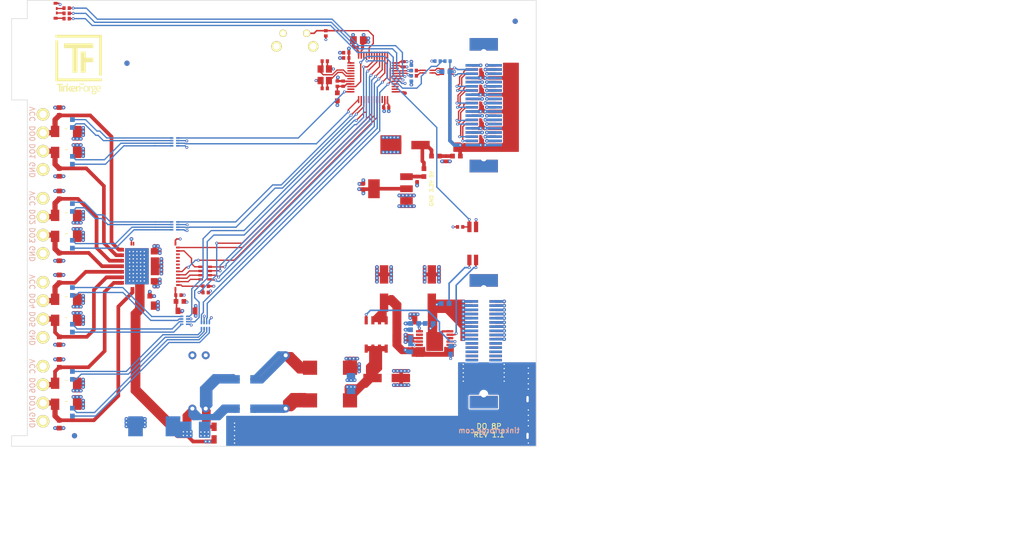
<source format=kicad_pcb>
(kicad_pcb (version 20221018) (generator pcbnew)
  (title_block (title "TNG DO 8P") (date "2020-09-04") (rev "1.1") (company "Tinkerforge GmbH") (comment 1 "Licensed under CERN OHL v.1.1") (comment 2 "Copyright (©) 2020, B.Nordmeyer <bastian@tinkerforge.com>"))
  (layers (0 "F.Cu" signal) (1 "In1.Cu" power "GND") (2 "In2.Cu" power "VCC") (31 "B.Cu" signal) (34 "B.Paste" user) (35 "F.Paste" user) (36 "B.SilkS" user "B.Silkscreen") (37 "F.SilkS" user "F.Silkscreen") (38 "B.Mask" user) (39 "F.Mask" user) (44 "Edge.Cuts" user))
  (net 0 "")
  (net 1 "GND")
  (net 2 "3V3")
  (net 3 "Net-(C102-Pad1)")
  (net 4 "Net-(C108-Pad2)")
  (net 5 "Net-(C109-Pad2)")
  (net 6 "+5V")
  (net 7 "Net-(C112-Pad1)")
  (net 8 "USB-DP")
  (net 9 "USB-DM")
  (net 10 "5VA")
  (net 11 "Net-(C117-Pad1)")
  (net 12 "Earth")
  (net 13 "AGND")
  (net 14 "Net-(C202-Pad2)")
  (net 15 "Net-(C203-Pad2)")
  (net 16 "Net-(C205-Pad2)")
  (net 17 "Net-(C206-Pad2)")
  (net 18 "Net-(C207-Pad2)")
  (net 19 "Net-(C209-Pad2)")
  (net 20 "Net-(D210-Pad1)")
  (net 21 "Net-(D210-Pad2)")
  (net 22 "VCC")
  (net 23 "Net-(J103-Pad29)")
  (net 24 "Net-(J103-Pad27)")
  (net 25 "Net-(J103-Pad21)")
  (net 26 "Net-(J103-Pad19)")
  (net 27 "Net-(J103-Pad13)")
  (net 28 "Net-(J103-Pad11)")
  (net 29 "Net-(J103-Pad5)")
  (net 30 "Net-(J103-Pad3)")
  (net 31 "Net-(LED101-Pad4)")
  (net 32 "Net-(LED101-Pad2)")
  (net 33 "Net-(LED101-Pad3)")
  (net 34 "LEDR")
  (net 35 "LED3")
  (net 36 "LED2")
  (net 37 "LED5")
  (net 38 "LED4")
  (net 39 "LED6")
  (net 40 "LED7")
  (net 41 "LEDG")
  (net 42 "LED1")
  (net 43 "LED0")
  (net 44 "LEDB")
  (net 45 "Net-(C119-Pad2)")
  (net 46 "USB-DMA")
  (net 47 "USB-DPA")
  (net 48 "USB-DMB")
  (net 49 "USB-DPB")
  (net 50 "AIN0")
  (net 51 "USB-DMC")
  (net 52 "USB-DPC")
  (net 53 "AGNDA")
  (net 54 "VCCPWRA")
  (net 55 "Net-(P102-Pad1)")
  (net 56 "Net-(C121-Pad1)")
  (net 57 "PWR_GOOD")
  (net 58 "Net-(R110-Pad2)")
  (net 59 "Net-(R111-Pad2)")
  (net 60 "Net-(R113-Pad2)")
  (net 61 "Net-(R114-Pad2)")
  (net 62 "PWR_PG")
  (net 63 "Net-(Q101-PadG)")
  (net 64 "Net-(C120-Pad2)")
  (net 65 "VO")
  (net 66 "Net-(R101-Pad2)")
  (net 67 "Net-(C204-Pad2)")
  (net 68 "Net-(C211-Pad2)")
  (net 69 "OUT_EN")
  (net 70 "Net-(D211-Pad2)")
  (net 71 "Net-(D211-Pad1)")
  (net 72 "Net-(D212-Pad2)")
  (net 73 "Net-(D212-Pad1)")
  (net 74 "Net-(D213-Pad2)")
  (net 75 "Net-(D213-Pad1)")
  (net 76 "Net-(D214-Pad1)")
  (net 77 "Net-(D214-Pad2)")
  (net 78 "Net-(D215-Pad1)")
  (net 79 "Net-(D215-Pad2)")
  (net 80 "Net-(D216-Pad1)")
  (net 81 "Net-(D216-Pad2)")
  (net 82 "Net-(D217-Pad2)")
  (net 83 "Net-(D217-Pad1)")
  (net 84 "~{SS}")
  (net 85 "~{CLK}")
  (net 86 "SDI")
  (net 87 "SDO")
  (net 88 "Net-(RP201-Pad4)")
  (net 89 "Net-(RP201-Pad3)")
  (net 90 "Net-(RP201-Pad2)")
  (net 91 "Net-(RP201-Pad1)")
  (net 92 "~{FAULT}")
  (net 93 "~{PGOOD}")
  (net 94 "Net-(J101-Pad22)")
  (net 95 "Net-(J101-Pad24)")
  (net 96 "Net-(J101-Pad26)")
  (net 97 "Net-(J101-Pad28)")
  (net 98 "Net-(J101-Pad30)")
  (net 99 "Net-(J101-Pad21)")
  (net 100 "Net-(J101-Pad23)")
  (net 101 "Net-(J101-Pad25)")
  (net 102 "Net-(J101-Pad27)")
  (net 103 "Net-(J101-Pad29)")
  (net 104 "Net-(J102-Pad22)")
  (net 105 "Net-(J102-Pad24)")
  (net 106 "Net-(J102-Pad26)")
  (net 107 "Net-(J102-Pad28)")
  (net 108 "Net-(J102-Pad30)")
  (net 109 "Net-(J102-Pad21)")
  (net 110 "Net-(J102-Pad23)")
  (net 111 "Net-(J102-Pad25)")
  (net 112 "Net-(J102-Pad27)")
  (net 113 "Net-(J102-Pad29)")
  (net 114 "Net-(J103-Pad37)")
  (net 115 "Net-(J103-Pad35)")
  (net 116 "Net-(U101-Pad2)")
  (net 117 "Net-(U101-Pad3)")
  (net 118 "Net-(U101-Pad4)")
  (net 119 "Net-(U101-Pad7)")
  (net 120 "Net-(U101-Pad11)")
  (net 121 "Net-(U101-Pad17)")
  (net 122 "Net-(U101-Pad21)")
  (net 123 "Net-(U101-Pad22)")
  (net 124 "Net-(U101-Pad26)")
  (net 125 "Net-(U101-Pad27)")
  (net 126 "Net-(U101-Pad28)")
  (net 127 "Net-(U101-Pad43)")
  (net 128 "Net-(U101-Pad46)")
  (net 129 "Net-(U104-Pad8)")
  (net 130 "Net-(U104-Pad7)")
  (net 131 "Net-(U106-Pad2)")
  (net 132 "Net-(U106-Pad12)")
  (net 133 "Net-(U201-Pad30)")
  (net 134 "Net-(U201-Pad29)")
  (net 135 "Net-(U201-Pad28)")
  (net 136 "Net-(U201-Pad27)")
  (net 137 "Net-(U201-Pad26)")
  (net 138 "Net-(U201-Pad2)")
  (footprint "kicad-libraries:LQFP48" (layer "F.Cu") (at 158.7 77.2 -90)
    (fp_text reference "U101")
    (fp_text value "STM32F070CBT6")
  )
  (footprint "kicad-libraries:CRYSTAL_3225" (layer "F.Cu") (at 149.5 76.7 90)
    (fp_text reference "X101")
    (fp_text value "8MHz")
  )
  (footprint "kicad-libraries:Logo_TF_10x12" (layer "F.Cu") (at 102.6 74.6)
    (fp_text reference "G***" hide)
    (fp_text value "LOGO" hide)
  )
  (footprint "kicad-libraries:DEBUG_PAD" (layer "F.Cu") (at 164.8 80.2)
    (fp_text reference "P102")
    (fp_text value "Debug")
  )
  (footprint "kicad-libraries:SOP4" (layer "F.Cu") (at 177.7 108.85 180)
    (fp_text reference "U105")
    (fp_text value "TLP293")
  )
  (footprint "kicad-libraries:SOT-223" (layer "F.Cu") (at 161.975 98.425 90)
    (fp_text reference "U102")
    (fp_text value "AZ1117EH")
  )
  (footprint "kicad-libraries:SOIC-8-MOSFET" (layer "F.Cu") (at 159.3 126.2 180)
    (fp_text reference "Q101")
    (fp_text value "FDS8449")
  )
  (footprint "kicad-libraries:PE_Hook" (layer "F.Cu") (at 188.3 139.6)
    (fp_text reference "P103")
    (fp_text value "PE")
  )
  (footprint "kicad-libraries:HTSSOP14" (layer "F.Cu") (at 170.45 127.55 180)
    (fp_text reference "U106")
    (fp_text value "STEF01")
  )
  (footprint "kicad-libraries:TEL10" (layer "F.Cu") (at 133.15 135.25 180)
    (fp_text reference "U104")
    (fp_text value "DNP")
  )
  (footprint "kicad-libraries:WE-SL5" (layer "F.Cu") (at 150.5 135.65 180)
    (fp_text reference "T101")
    (fp_text value "744273222")
  )
  (footprint "kicad-libraries:Fiducial_Mark" (layer "F.Cu") (at 185.8 66.5)
    (fp_text reference "Fiducial_Mark" hide)
    (fp_text value "VAL**" hide)
  )
  (footprint "kicad-libraries:Fiducial_Mark" (layer "F.Cu") (at 101.8 145.5)
    (fp_text reference "Fiducial_Mark" hide)
    (fp_text value "VAL**" hide)
  )
  (footprint "kicad-libraries:Fiducial_Mark" (layer "F.Cu") (at 111.8 74.5)
    (fp_text reference "Fiducial_Mark" hide)
    (fp_text value "VAL**" hide)
  )
  (footprint "kicad-libraries:Fiducial_Mark" (layer "F.Cu") (at 175.8 142.5)
    (fp_text reference "Fiducial_Mark" hide)
    (fp_text value "VAL**" hide)
  )
  (footprint "kicad-libraries:TACT-6MM-HOR" (layer "F.Cu") (at 143.8 68.8)
    (fp_text reference "SW101")
    (fp_text value "BOOT")
  )
  (footprint "kicad-libraries:C0603F" (layer "F.Cu") (at 98.9 143.3 90)
    (fp_text reference "C202")
    (fp_text value "22n/50V")
  )
  (footprint "kicad-libraries:C0603F" (layer "F.Cu") (at 98.9 131.7 -90)
    (fp_text reference "C203")
    (fp_text value "22n/50V")
  )
  (footprint "kicad-libraries:C0603F" (layer "F.Cu") (at 98.9 127.4 90)
    (fp_text reference "C204")
    (fp_text value "22n/50V")
  )
  (footprint "kicad-libraries:C0603F" (layer "F.Cu") (at 98.9 115.6 -90)
    (fp_text reference "C205")
    (fp_text value "22n/50V")
  )
  (footprint "kicad-libraries:C0603F" (layer "F.Cu") (at 98.9 111.4 90)
    (fp_text reference "C206")
    (fp_text value "22n/50V")
  )
  (footprint "kicad-libraries:C0603F" (layer "F.Cu") (at 98.9 99.6 -90)
    (fp_text reference "C207")
    (fp_text value "22n/50V")
  )
  (footprint "kicad-libraries:C1206" (layer "F.Cu") (at 115.35 120.7 180)
    (fp_text reference "C208")
    (fp_text value "4.7uF/50V")
  )
  (footprint "kicad-libraries:C0603F" (layer "F.Cu") (at 98.9 95.3 90)
    (fp_text reference "C209")
    (fp_text value "22n/50V")
  )
  (footprint "kicad-libraries:C0603F" (layer "F.Cu") (at 115.4 118.9 180)
    (fp_text reference "C210")
    (fp_text value "100nF/50V")
  )
  (footprint "kicad-libraries:C0603F" (layer "F.Cu") (at 98.9 83.7 -90)
    (fp_text reference "C211")
    (fp_text value "22n/50V")
  )
  (footprint "kicad-libraries:C0603F" (layer "F.Cu") (at 121.9 119.9 180)
    (fp_text reference "C213")
    (fp_text value "2.2uF")
  )
  (footprint "kicad-libraries:4X0603" (layer "F.Cu") (at 126.7 114.5 90)
    (fp_text reference "RP201")
    (fp_text value "180")
  )
  (footprint "kicad-libraries:TFQFPN32" (layer "F.Cu") (at 116.2 113.2)
    (fp_text reference "U201")
    (fp_text value "ISO8200AQ")
  )
  (footprint "kicad-libraries:SMB" (layer "F.Cu") (at 100.2 103.5 180)
    (fp_text reference "D202")
    (fp_text value "SMBJ24CA")
  )
  (footprint "kicad-libraries:SMB" (layer "F.Cu") (at 100.2 119.5 180)
    (fp_text reference "D203")
    (fp_text value "SMBJ24CA")
  )
  (footprint "kicad-libraries:SMB" (layer "F.Cu") (at 100.2 135.5 180)
    (fp_text reference "D204")
    (fp_text value "SMBJ24CA")
  )
  (footprint "kicad-libraries:SMB" (layer "F.Cu") (at 100.2 123.5 180)
    (fp_text reference "D207")
    (fp_text value "SMBJ24CA")
  )
  (footprint "kicad-libraries:SMB" (layer "F.Cu") (at 100.2 139.5 180)
    (fp_text reference "D208")
    (fp_text value "SMBJ24CA")
  )
  (footprint "kicad-libraries:SMB" (layer "F.Cu") (at 100.2 91.5 180)
    (fp_text reference "D205")
    (fp_text value "SMBJ24CA")
  )
  (footprint "kicad-libraries:ELKO_63" (layer "F.Cu") (at 165.05 90.1)
    (fp_text reference "C111")
    (fp_text value "100uF")
  )
  (footprint "kicad-libraries:ELKO_63" (layer "F.Cu") (at 169.9 117.45 -90)
    (fp_text reference "C122")
    (fp_text value "100uF/35V")
  )
  (footprint "kicad-libraries:ELKO_63" (layer "F.Cu") (at 161.3 134.5 180)
    (fp_text reference "C123")
    (fp_text value "100uF/35V")
  )
  (footprint "kicad-libraries:ELKO_63" (layer "F.Cu") (at 160.8 117.45 -90)
    (fp_text reference "C124")
    (fp_text value "100uF/35V")
  )
  (footprint "kicad-libraries:R0402F" (layer "F.Cu") (at 175.3 105.7 180)
    (fp_text reference "R109")
    (fp_text value "10k")
  )
  (footprint "kicad-libraries:R0402F" (layer "F.Cu") (at 126.8 117)
    (fp_text reference "R201")
    (fp_text value "47k")
  )
  (footprint "kicad-libraries:SMB" (layer "F.Cu") (at 100.2 107.5 180)
    (fp_text reference "D206")
    (fp_text value "SMBJ24CA")
  )
  (footprint "kicad-libraries:SMB" (layer "F.Cu") (at 100.2 87.5 180)
    (fp_text reference "D201")
    (fp_text value "SMBJ24CA")
  )
  (footprint "kicad-libraries:C0805E" (layer "F.Cu") (at 155.9 70.1)
    (fp_text reference "C110")
    (fp_text value "10uF")
  )
  (footprint "kicad-libraries:SOD-123FL" (layer "F.Cu") (at 123.15 121.7)
    (fp_text reference "D209")
    (fp_text value "SMF3.3")
  )
  (footprint "kicad-libraries:C0402F" (layer "F.Cu") (at 153.6 72.5 180)
    (fp_text reference "C101")
    (fp_text value "1uF")
  )
  (footprint "kicad-libraries:C0402F" (layer "F.Cu") (at 151.9 78.4 90)
    (fp_text reference "C102")
    (fp_text value "1uF")
  )
  (footprint "kicad-libraries:C0402F" (layer "F.Cu") (at 161.2 82.9 180)
    (fp_text reference "C103")
    (fp_text value "100nF")
  )
  (footprint "kicad-libraries:C0402F" (layer "F.Cu") (at 164.4 74.7 -90)
    (fp_text reference "C104")
    (fp_text value "100nF")
  )
  (footprint "kicad-libraries:C0402F" (layer "F.Cu") (at 156.2 71.5)
    (fp_text reference "C105")
    (fp_text value "100nF")
  )
  (footprint "kicad-libraries:C0402F" (layer "F.Cu") (at 153.6 73.5 180)
    (fp_text reference "C106")
    (fp_text value "100nF")
  )
  (footprint "kicad-libraries:C0402F" (layer "F.Cu") (at 153 78.4 90)
    (fp_text reference "C107")
    (fp_text value "100nF")
  )
  (footprint "kicad-libraries:C0402F" (layer "F.Cu") (at 149.5 74.1 180)
    (fp_text reference "C108")
    (fp_text value "33pF")
  )
  (footprint "kicad-libraries:C0402F" (layer "F.Cu") (at 149.5 79.3)
    (fp_text reference "C109")
    (fp_text value "33pF")
  )
  (footprint "kicad-libraries:C0402F" (layer "F.Cu") (at 172.6 92.7 -90)
    (fp_text reference "C112")
    (fp_text value "100nF")
  )
  (footprint "kicad-libraries:C0402F" (layer "F.Cu") (at 156.85 98 90)
    (fp_text reference "C116")
    (fp_text value "1uF")
  )
  (footprint "kicad-libraries:C0402F" (layer "F.Cu") (at 167.1 96.6 -90)
    (fp_text reference "C117")
    (fp_text value "1uF")
  )
  (footprint "kicad-libraries:C1206" (layer "F.Cu") (at 125.1 143.6)
    (fp_text reference "C118")
    (fp_text value "10uF/50V")
  )
  (footprint "kicad-libraries:C1206" (layer "F.Cu") (at 164.4 126.95)
    (fp_text reference "C125")
    (fp_text value "10uF/35V")
  )
  (footprint "kicad-libraries:C1206" (layer "F.Cu") (at 168.15 123.5 180)
    (fp_text reference "C126")
    (fp_text value "10uF/35V")
  )
  (footprint "kicad-libraries:C1206" (layer "F.Cu") (at 129.9 146.2)
    (fp_text reference "C127")
    (fp_text value "1nF/2kV")
  )
  (footprint "kicad-libraries:C1206" (layer "F.Cu") (at 129.9 143.8 180)
    (fp_text reference "C128")
    (fp_text value "1nF/2kV")
  )
  (footprint "kicad-libraries:C0402F" (layer "F.Cu") (at 121.6 118.7 180)
    (fp_text reference "C212")
    (fp_text value "100nF")
  )
  (footprint "kicad-libraries:C0402F" (layer "F.Cu") (at 126.8 118.2 180)
    (fp_text reference "C214")
    (fp_text value "15pF")
  )
  (footprint "kicad-libraries:TNG-40-TOP" (layer "F.Cu") (at 179.8 127.5 -90)
    (fp_text reference "J101")
    (fp_text value "TNG-Power-TOP")
  )
  (footprint "kicad-libraries:TNG-40-TOP" (layer "F.Cu") (at 179.8 82.5 -90)
    (fp_text reference "J103")
    (fp_text value "TNG-Data-TOP")
  )
  (footprint "kicad-libraries:R0603F" (layer "F.Cu") (at 151.9 80.9 90)
    (fp_text reference "L101")
    (fp_text value "FB")
  )
  (footprint "kicad-libraries:R0603F" (layer "F.Cu") (at 168.4 95.35 -90)
    (fp_text reference "L102")
    (fp_text value "INDUCTs")
  )
  (footprint "kicad-libraries:R0603F" (layer "F.Cu") (at 170.6 92.2 180)
    (fp_text reference "L103")
    (fp_text value "INDUCTs")
  )
  (footprint "kicad-libraries:R0603F" (layer "F.Cu") (at 174.6 92.2 180)
    (fp_text reference "L104")
    (fp_text value "INDUCTs")
  )
  (footprint "kicad-libraries:WE-CNSW-0603" (layer "F.Cu") (at 169.15 76.1 180)
    (fp_text reference "L105")
    (fp_text value "744230900")
  )
  (footprint "kicad-libraries:LED-RGB-LP" (layer "F.Cu") (at 98.2 64.5 90)
    (fp_text reference "LED101")
    (fp_text value "EASV3015RGBA0")
  )
  (footprint "kicad-libraries:OQ_4P" (layer "F.Cu") (at 95.8 89.5 -90)
    (fp_text reference "P201")
    (fp_text value "OUTPUT0")
  )
  (footprint "kicad-libraries:OQ_4P" (layer "F.Cu") (at 95.8 105.5 -90)
    (fp_text reference "P202")
    (fp_text value "OUTPUT1")
  )
  (footprint "kicad-libraries:OQ_4P" (layer "F.Cu") (at 95.8 121.5 -90)
    (fp_text reference "P203")
    (fp_text value "OUTPUT2")
  )
  (footprint "kicad-libraries:OQ_4P" (layer "F.Cu") (at 95.8 137.5 -90)
    (fp_text reference "P204")
    (fp_text value "OUTPUT3")
  )
  (footprint "kicad-libraries:R0402F" (layer "F.Cu") (at 149.7 68.8 90)
    (fp_text reference "R101")
    (fp_text value "1k")
  )
  (footprint "kicad-libraries:R0402F" (layer "F.Cu") (at 100.3 66 180)
    (fp_text reference "R102")
    (fp_text value "0")
  )
  (footprint "kicad-libraries:R0402F" (layer "F.Cu") (at 166.45 75.9 180)
    (fp_text reference "R103")
    (fp_text value "22")
  )
  (footprint "kicad-libraries:R0402F" (layer "F.Cu") (at 166.45 76.9 180)
    (fp_text reference "R104")
    (fp_text value "22")
  )
  (footprint "kicad-libraries:R0402F" (layer "F.Cu") (at 100.3 65 180)
    (fp_text reference "R105")
    (fp_text value "0")
  )
  (footprint "kicad-libraries:R0402F" (layer "F.Cu") (at 100.3 64 180)
    (fp_text reference "R106")
    (fp_text value "56")
  )
  (footprint "kicad-libraries:SOT563-SPEC" (layer "F.Cu") (at 172.65 76.1 -90)
    (fp_text reference "U103")
    (fp_text value "82400152")
  )
  (footprint "kicad-libraries:4X0402" (layer "B.Cu") (at 120.9 89.5 -90)
    (fp_text reference "RP202")
    (fp_text value "470")
  )
  (footprint "kicad-libraries:4X0402" (layer "B.Cu") (at 120.9 105.5 -90)
    (fp_text reference "RP203")
    (fp_text value "470")
  )
  (footprint "kicad-libraries:4X0402" (layer "B.Cu") (at 122.8 123.5 -90)
    (fp_text reference "RP204")
    (fp_text value "470")
  )
  (footprint "kicad-libraries:R0603F" (layer "B.Cu") (at 172.45 120.3)
    (fp_text reference "R110")
    (fp_text value "10k")
  )
  (footprint "kicad-libraries:R0603F" (layer "B.Cu") (at 165.85 128.75 90)
    (fp_text reference "R111")
    (fp_text value "DNP")
  )
  (footprint "kicad-libraries:R0603F" (layer "B.Cu") (at 165.85 126.05 90)
    (fp_text reference "R112")
    (fp_text value "DNP")
  )
  (footprint "kicad-libraries:R0603F" (layer "B.Cu") (at 173.5 129.2 90)
    (fp_text reference "R113")
    (fp_text value "22")
  )
  (footprint "kicad-libraries:R0603F" (layer "B.Cu") (at 169.4 124.1 180)
    (fp_text reference "R114")
    (fp_text value "68k")
  )
  (footprint "kicad-libraries:R0603F" (layer "B.Cu") (at 166.65 124.1 180)
    (fp_text reference "R115")
    (fp_text value "10k")
  )
  (footprint "kicad-libraries:Fiducial_Mark" (layer "B.Cu") (at 111.8 74.5)
    (fp_text reference "Fiducial_Mark" hide)
    (fp_text value "VAL**" hide)
  )
  (footprint "kicad-libraries:Fiducial_Mark" (layer "B.Cu") (at 185.8 66.5)
    (fp_text reference "Fiducial_Mark" hide)
    (fp_text value "VAL**" hide)
  )
  (footprint "kicad-libraries:Fiducial_Mark" (layer "B.Cu") (at 101.8 145.5)
    (fp_text reference "Fiducial_Mark" hide)
    (fp_text value "VAL**" hide)
  )
  (footprint "kicad-libraries:SMC" (layer "B.Cu") (at 117 143.7 180)
    (fp_text reference "D101")
    (fp_text value "3.0SMI30CATR")
  )
  (footprint "kicad-libraries:R1206" (layer "B.Cu") (at 125.1 143.6)
    (fp_text reference "R116")
    (fp_text value "VC1206K201R030")
  )
  (footprint "kicad-libraries:4X0402" (layer "B.Cu") (at 126.75 124.5)
    (fp_text reference "RP205")
    (fp_text value "470")
  )
  (footprint "kicad-libraries:C0402F" (layer "B.Cu") (at 166 75.4 90)
    (fp_text reference "C113")
    (fp_text value "47pF")
  )
  (footprint "kicad-libraries:C0402F" (layer "B.Cu") (at 166 77.4 -90)
    (fp_text reference "C114")
    (fp_text value "47pF")
  )
  (footprint "kicad-libraries:C0603F" (layer "B.Cu") (at 172.6 76.1 180)
    (fp_text reference "C115")
    (fp_text value "2.2uF")
  )
  (footprint "kicad-libraries:C1206" (layer "B.Cu") (at 134.3 140.35)
    (fp_text reference "C119")
    (fp_text value "0")
  )
  (footprint "kicad-libraries:C1206" (layer "B.Cu") (at 134.3 134.75)
    (fp_text reference "C120")
    (fp_text value "0")
  )
  (footprint "kicad-libraries:C1206" (layer "B.Cu") (at 154.5 135.55 90)
    (fp_text reference "C121")
    (fp_text value "10uF/50V")
  )
  (footprint "kicad-libraries:LED-LP" (layer "B.Cu") (at 101.4 86 90)
    (fp_text reference "D210")
    (fp_text value "LED")
  )
  (footprint "kicad-libraries:LED-LP" (layer "B.Cu") (at 101.4 93 90)
    (fp_text reference "D211")
    (fp_text value "LED")
  )
  (footprint "kicad-libraries:LED-LP" (layer "B.Cu") (at 101.4 102 90)
    (fp_text reference "D212")
    (fp_text value "LED")
  )
  (footprint "kicad-libraries:LED-LP" (layer "B.Cu") (at 101.4 109 90)
    (fp_text reference "D213")
    (fp_text value "LED")
  )
  (footprint "kicad-libraries:LED-LP" (layer "B.Cu") (at 101.4 118 90)
    (fp_text reference "D214")
    (fp_text value "LED")
  )
  (footprint "kicad-libraries:LED-LP" (layer "B.Cu") (at 101.4 125 90)
    (fp_text reference "D215")
    (fp_text value "LED")
  )
  (footprint "kicad-libraries:LED-LP" (layer "B.Cu") (at 101.4 134 90)
    (fp_text reference "D216")
    (fp_text value "LED")
  )
  (footprint "kicad-libraries:LED-LP" (layer "B.Cu") (at 101.4 141 90)
    (fp_text reference "D217")
    (fp_text value "LED")
  )
  (footprint "kicad-libraries:TNG-40-BTM" (layer "B.Cu") (at 179.8 127.5 -90)
    (fp_text reference "J102")
    (fp_text value "TNG-Power-BTM")
  )
  (footprint "kicad-libraries:TNG-40-BTM" (layer "B.Cu") (at 179.8 82.5 -90)
    (fp_text reference "J104")
    (fp_text value "TNG-Data-BTM")
  )
  (footprint "kicad-libraries:R0402F" (layer "B.Cu") (at 172.9 74.1 180)
    (fp_text reference "R107")
    (fp_text value "1k")
  )
  (footprint "kicad-libraries:R0402F" (layer "B.Cu") (at 171 74.1 180)
    (fp_text reference "R108")
    (fp_text value "1k")
  )
  (gr_line (start 189.8 147.5) (end 189.8 62.5) (stroke (width 0.1)) (layer "Edge.Cuts"))
  (gr_line (start 92.8 145.5) (end 92.8 81.5) (stroke (width 0.1)) (layer "Edge.Cuts"))
  (gr_line (start 89.8 145.5) (end 92.8 145.5) (stroke (width 0.1)) (layer "Edge.Cuts"))
  (gr_line (start 89.8 147.5) (end 89.8 145.5) (stroke (width 0.1)) (layer "Edge.Cuts"))
  (gr_line (start 89.8 81.5) (end 89.8 66) (stroke (width 0.1)) (layer "Edge.Cuts"))
  (gr_line (start 89.8 147.5) (end 189.8 147.5) (stroke (width 0.1)) (layer "Edge.Cuts"))
  (gr_line (start 92.8 62.5) (end 189.8 62.5) (stroke (width 0.1)) (layer "Edge.Cuts"))
  (gr_line (start 92.8 81.5) (end 89.8 81.5) (stroke (width 0.1)) (layer "Edge.Cuts"))
  (gr_line (start 92.8 66) (end 89.8 66) (stroke (width 0.1)) (layer "Edge.Cuts"))
  (gr_line (start 92.8 66) (end 92.8 62.5) (stroke (width 0.1)) (layer "Edge.Cuts"))
  (gr_text "tinkerforge.com" (at 180.8 144.5) (layer "B.SilkS") (effects (font (size 1 1) (thickness 0.2)) (justify mirror)))
  (gr_text "GND" (at 93.8 126.8 90) (layer "B.SilkS") (effects (font (size 1 1)) (justify mirror)))
  (gr_text "VCC" (at 93.8 116.2 90) (layer "B.SilkS") (effects (font (size 1 1)) (justify mirror)))
  (gr_text "VCC" (at 93.8 100.3 90) (layer "B.SilkS") (effects (font (size 1 1)) (justify mirror)))
  (gr_text "DO7" (at 93.8 139.3 90) (layer "B.SilkS") (effects (font (size 1 1)) (justify mirror)))
  (gr_text "VCC" (at 93.8 132.3 90) (layer "B.SilkS") (effects (font (size 1 1)) (justify mirror)))
  (gr_text "DO4" (at 93.8 119.8 90) (layer "B.SilkS") (effects (font (size 1 1)) (justify mirror)))
  (gr_text "GND" (at 93.8 110.8 90) (layer "B.SilkS") (effects (font (size 1 1)) (justify mirror)))
  (gr_text "DO2" (at 93.8 103.8 90) (layer "B.SilkS") (effects (font (size 1 1)) (justify mirror)))
  (gr_text "DO3" (at 93.8 107.3 90) (layer "B.SilkS") (effects (font (size 1 1)) (justify mirror)))
  (gr_text "DO6" (at 93.8 135.9 90) (layer "B.SilkS") (effects (font (size 1 1)) (justify mirror)))
  (gr_text "DO0" (at 93.8 87.9 90) (layer "B.SilkS") (effects (font (size 1 1)) (justify mirror)))
  (gr_text "GND" (at 93.8 94.8 90) (layer "B.SilkS") (effects (font (size 1 1)) (justify mirror)))
  (gr_text "DO1" (at 93.8 91.3 90) (layer "B.SilkS") (effects (font (size 1 1)) (justify mirror)))
  (gr_text "GND" (at 93.8 142.5 90) (layer "B.SilkS") (effects (font (size 1 1)) (justify mirror)))
  (gr_text "DO5" (at 93.8 123.3 90) (layer "B.SilkS") (effects (font (size 1 1)) (justify mirror)))
  (gr_text "VCC" (at 93.8 84.2 90) (layer "B.SilkS") (effects (font (size 1 1)) (justify mirror)))
  (gr_text "GND 3.3V 5V" (at 169.85 98.4 90) (layer "F.SilkS") (effects (font (size 0.7 0.7))))
  (gr_text "DO 8P\nREV 1.1" (at 180.8 144.5) (layer "F.SilkS") (effects (font (size 1 1))))
  (segment (start 156.4521 72.1479) (end 156.7 71.9) (width 0.3) (layer "F.Cu") (net 1))
  (segment (start 156.7 71.9) (end 156.7 71.5) (width 0.3) (layer "F.Cu") (net 1))
  (segment (start 153.0493 77.9493) (end 153 77.9) (width 0.3) (layer "F.Cu") (net 1))
  (segment (start 149 78.09992) (end 148.6999 77.79982) (width 0.3) (layer "F.Cu") (net 1))
  (segment (start 150 75.30008) (end 150.3001 75.60018) (width 0.3) (layer "F.Cu") (net 1))
  (segment (start 160.7 82.55) (end 160.9479 82.3021) (width 0.3) (layer "F.Cu") (net 1))
  (segment (start 160.9479 82.3021) (end 160.9479 81.42402) (width 0.3) (layer "F.Cu") (net 1))
  (segment (start 163.7521 74.9521) (end 164 75.2) (width 0.3) (layer "F.Cu") (net 1))
  (segment (start 164 75.2) (end 164.4 75.2) (width 0.3) (layer "F.Cu") (net 1))
  (segment (start 156.90076 70.69924) (end 156.7 70.9) (width 0.5) (layer "F.Cu") (net 1))
  (segment (start 156.7 70.9) (end 156.7 71.5) (width 0.5) (layer "F.Cu") (net 1))
  (segment (start 156.90076 69.10076) (end 156.9 69.1) (width 0.5) (layer "F.Cu") (net 1))
  (segment (start 157.45 70.1) (end 157.8 70.45) (width 0.5) (layer "F.Cu") (net 1))
  (segment (start 157.45 70.1) (end 157.8 69.75) (width 0.5) (layer "F.Cu") (net 1))
  (segment (start 151.9 77.3) (end 152 77.2) (width 0.4) (layer "F.Cu") (net 1))
  (segment (start 180.1 75.7) (end 182.075 75.7) (width 0.5) (layer "F.Cu") (net 1))
  (segment (start 180.1 78.9) (end 182.075 78.9) (width 0.5) (layer "F.Cu") (net 1))
  (segment (start 180.1 82.1) (end 182.075 82.1) (width 0.5) (layer "F.Cu") (net 1))
  (segment (start 180.4 84.5) (end 182.075 84.5) (width 0.5) (layer "F.Cu") (net 1))
  (segment (start 180.4 86.1) (end 182.075 86.1) (width 0.5) (layer "F.Cu") (net 1))
  (segment (start 180.4 87.7) (end 182.075 87.7) (width 0.5) (layer "F.Cu") (net 1))
  (segment (start 180.4 89.3) (end 182.075 89.3) (width 0.5) (layer "F.Cu") (net 1))
  (segment (start 162.04988 88.65012) (end 162.05 88.65) (width 0.7) (layer "F.Cu") (net 1))
  (segment (start 162.04988 91.44988) (end 162.05 91.45) (width 0.7) (layer "F.Cu") (net 1))
  (segment (start 151.14982 75.60018) (end 151.15 75.6) (width 0.5) (layer "F.Cu") (net 1))
  (segment (start 147.85018 77.79982) (end 147.85 77.8) (width 0.5) (layer "F.Cu") (net 1))
  (segment (start 151.9 77.9) (end 151.9 77.3) (width 0.4) (layer "F.Cu") (net 1))
  (segment (start 127.55 117) (end 128.35 117) (width 0.4) (layer "F.Cu") (net 1))
  (segment (start 121.285 108) (end 121.95 108) (width 0.3) (layer "F.Cu") (net 1))
  (segment (start 178.335 104.315) (end 178.35 104.3) (width 0.25) (layer "F.Cu") (net 1))
  (segment (start 149 79.3) (end 149 78.09992) (width 0.3) (layer "F.Cu") (net 1))
  (segment (start 164.4 75.2) (end 165.15 75.2) (width 0.5) (layer "F.Cu") (net 1))
  (segment (start 162.75 91.45) (end 163.45 91.45) (width 0.7) (layer "F.Cu") (net 1))
  (segment (start 177.525 81.3) (end 179.5 81.3) (width 0.5) (layer "F.Cu") (net 1))
  (segment (start 165.1 99.7) (end 165.8 99.7) (width 0.7) (layer "F.Cu") (net 1))
  (segment (start 149.7 69.3) (end 149.7 70) (width 0.3) (layer "F.Cu") (net 1))
  (segment (start 122.780374 120.030374) (end 123.224978 120.030374) (width 0.5) (layer "F.Cu") (net 1))
  (segment (start 182.075 76.5) (end 180.4 76.5) (width 0.5) (layer "F.Cu") (net 1))
  (segment (start 182.075 88.5) (end 180.1 88.5) (width 0.5) (layer "F.Cu") (net 1))
  (segment (start 153.1 72.5) (end 152.4 72.5) (width 0.5) (layer "F.Cu") (net 1))
  (segment (start 161.350004 88.65) (end 160.649992 88.65) (width 0.7) (layer "F.Cu") (net 1))
  (segment (start 165.0738 99.7262) (end 165.1 99.7) (width 0.7) (layer "F.Cu") (net 1))
  (segment (start 160.7 82.9) (end 160.7 82.55) (width 0.3) (layer "F.Cu") (net 1))
  (segment (start 182.075 78.1) (end 180.4 78.1) (width 0.5) (layer "F.Cu") (net 1))
  (segment (start 182.075 79.7) (end 180.4 79.7) (width 0.5) (layer "F.Cu") (net 1))
  (segment (start 124.9 122.649996) (end 124.9 120.749998) (width 0.7) (layer "F.Cu") (net 1))
  (segment (start 154.47598 77.9493) (end 153.0493 77.9493) (width 0.3) (layer "F.Cu") (net 1))
  (segment (start 172.6 93.2) (end 173.35 93.2) (width 0.7) (layer "F.Cu") (net 1))
  (segment (start 160.7 82.9) (end 160.825021 83.025021) (width 0.5) (layer "F.Cu") (net 1))
  (segment (start 150.3001 75.60018) (end 151.14982 75.60018) (width 0.5) (layer "F.Cu") (net 1))
  (segment (start 127.436085 118.186083) (end 127.711084 117.911084) (width 0.4) (layer "F.Cu") (net 1))
  (segment (start 162.04988 90.05) (end 162.04988 88.65012) (width 0.7) (layer "F.Cu") (net 1))
  (segment (start 177.525 78.1) (end 179.5 78.1) (width 0.5) (layer "F.Cu") (net 1))
  (segment (start 182.075 81.3) (end 180.4 81.3) (width 0.5) (layer "F.Cu") (net 1))
  (segment (start 156.85 97.5) (end 156.1 97.5) (width 0.7) (layer "F.Cu") (net 1))
  (segment (start 121.035 108.9) (end 121.035 108.25) (width 0.3) (layer "F.Cu") (net 1))
  (segment (start 164.4 101.75) (end 163.7 101.75) (width 0.7) (layer "F.Cu") (net 1))
  (segment (start 182.075 82.9) (end 180.4 82.9) (width 0.5) (layer "F.Cu") (net 1))
  (segment (start 156.4521 72.97598) (end 156.4521 72.1479) (width 0.3) (layer "F.Cu") (net 1))
  (segment (start 165.1 99.7) (end 164.4 99.7) (width 0.7) (layer "F.Cu") (net 1))
  (segment (start 153 77.9) (end 151.9 77.9) (width 0.4) (layer "F.Cu") (net 1))
  (segment (start 164.4 99.7) (end 163.7 99.7) (width 0.7) (layer "F.Cu") (net 1))
  (segment (start 165.8 99.7) (end 166.5 99.7) (width 0.7) (layer "F.Cu") (net 1))
  (segment (start 172.6 93.2) (end 171.85 93.2) (width 0.7) (layer "F.Cu") (net 1))
  (segment (start 165.0738 100.72624) (end 165.0738 99.7262) (width 0.7) (layer "F.Cu") (net 1))
  (segment (start 162.92402 74.9521) (end 163.7521 74.9521) (width 0.3) (layer "F.Cu") (net 1))
  (segment (start 162.05 91.45) (end 161.35 91.45) (width 0.7) (layer "F.Cu") (net 1))
  (segment (start 162.05 91.45) (end 162.75 91.45) (width 0.7) (layer "F.Cu") (net 1))
  (segment (start 148.6999 77.79982) (end 147.85018 77.79982) (width 0.5) (layer "F.Cu") (net 1))
  (segment (start 160.825021 83.155026) (end 160.825021 83.65) (width 0.5) (layer "F.Cu") (net 1))
  (segment (start 167.1 97.1) (end 167.1 97.8) (width 0.7) (layer "F.Cu") (net 1))
  (segment (start 127.3 118.2) (end 127.422168 118.2) (width 0.4) (layer "F.Cu") (net 1))
  (segment (start 182.075 74.9) (end 180.4 74.9) (width 0.5) (layer "F.Cu") (net 1))
  (segment (start 165.8 101.75) (end 166.5 101.75) (width 0.7) (layer "F.Cu") (net 1))
  (segment (start 156.90076 70.1) (end 156.90076 69.10076) (width 0.5) (layer "F.Cu") (net 1))
  (segment (start 165.0738 100.72624) (end 165.0738 101.7238) (width 0.7) (layer "F.Cu") (net 1))
  (segment (start 178.335 105.7) (end 178.335 104.315) (width 0.25) (layer "F.Cu") (net 1))
  (segment (start 160.825021 83.025021) (end 160.825021 83.155026) (width 0.5) (layer "F.Cu") (net 1))
  (segment (start 156.90076 70.1) (end 156.90076 70.69924) (width 0.5) (layer "F.Cu") (net 1))
  (segment (start 182.075 85.3) (end 180.1 85.3) (width 0.5) (layer "F.Cu") (net 1))
  (segment (start 165.0738 101.7238) (end 165.1 101.75) (width 0.7) (layer "F.Cu") (net 1))
  (segment (start 122.311092 118.7) (end 122.7 118.7) (width 0.5) (layer "F.Cu") (net 1))
  (segment (start 165.1 101.75) (end 165.8 101.75) (width 0.7) (layer "F.Cu") (net 1))
  (segment (start 162.05 88.65) (end 161.350004 88.65) (width 0.7) (layer "F.Cu") (net 1))
  (segment (start 156.85 97.5) (end 156.85 96.8) (width 0.7) (layer "F.Cu") (net 1))
  (segment (start 162.05 88.65) (end 162.75 88.65) (width 0.7) (layer "F.Cu") (net 1))
  (segment (start 127.422168 118.2) (end 127.436085 118.186083) (width 0.4) (layer "F.Cu") (net 1))
  (segment (start 161.35 91.45) (end 160.65 91.45) (width 0.7) (layer "F.Cu") (net 1))
  (segment (start 153.1 73.5) (end 152.4 73.5) (width 0.5) (layer "F.Cu") (net 1))
  (segment (start 162.04988 90.05) (end 162.04988 91.44988) (width 0.7) (layer "F.Cu") (net 1))
  (segment (start 121.035 108.25) (end 121.285 108) (width 0.3) (layer "F.Cu") (net 1))
  (segment (start 156.90076 70.1) (end 157.45 70.1) (width 0.5) (layer "F.Cu") (net 1))
  (segment (start 156.90076 70.1) (end 157.45 70.1) (width 0.5) (layer "F.Cu") (net 1))
  (segment (start 177.525 84.5) (end 179.5 84.5) (width 0.5) (layer "F.Cu") (net 1))
  (segment (start 177.525 74.9) (end 179.2 74.9) (width 0.5) (layer "F.Cu") (net 1))
  (segment (start 122.1 118.7) (end 122.311092 118.7) (width 0.5) (layer "F.Cu") (net 1))
  (segment (start 122.65 119.9) (end 122.780374 120.030374) (width 0.5) (layer "F.Cu") (net 1))
  (segment (start 171.9 76.1) (end 171.1 76.1) (width 0.25) (layer "F.Cu") (net 1))
  (segment (start 162.75 88.65) (end 163.45 88.65) (width 0.7) (layer "F.Cu") (net 1))
  (segment (start 150 74.1) (end 150 75.30008) (width 0.3) (layer "F.Cu") (net 1))
  (segment (start 177.525 87.7) (end 179.5 87.7) (width 0.5) (layer "F.Cu") (net 1))
  (segment (start 165.1 101.75) (end 164.4 101.75) (width 0.7) (layer "F.Cu") (net 1))
  (via (at 179.5 84.5) (size 0.7) (drill 0.25) (layers "F.Cu" "B.Cu") (net 1))
  (via (at 149.7 70) (size 0.55) (drill 0.25) (layers "F.Cu" "B.Cu") (net 1))
  (via (at 163.7 101.75) (size 0.7) (drill 0.25) (layers "F.Cu" "B.Cu") (net 1))
  (via (at 179.2 74.9) (size 0.7) (drill 0.25) (layers "F.Cu" "B.Cu") (net 1))
  (via (at 180.1 75.7) (size 0.7) (drill 0.25) (layers "F.Cu" "B.Cu") (net 1))
  (via (at 180.1 85.3) (size 0.7) (drill 0.25) (layers "F.Cu" "B.Cu") (net 1))
  (via (at 156.9 69.1) (size 0.7) (drill 0.25) (layers "F.Cu" "B.Cu") (net 1))
  (via (at 180.4 74.9) (size 0.7) (drill 0.25) (layers "F.Cu" "B.Cu") (net 1))
  (via (at 166.5 101.75) (size 0.7) (drill 0.25) (layers "F.Cu" "B.Cu") (net 1))
  (via (at 180.4 87.7) (size 0.7) (drill 0.25) (layers "F.Cu" "B.Cu") (net 1))
  (via (at 127.711084 117.911084) (size 0.55) (drill 0.25) (layers "F.Cu" "B.Cu") (net 1))
  (via (at 162.05 91.45) (size 0.7) (drill 0.25) (layers "F.Cu" "B.Cu") (net 1))
  (via (at 160.649992 88.65) (size 0.7) (drill 0.25) (layers "F.Cu" "B.Cu") (net 1))
  (via (at 124.9 122.649996) (size 0.7) (drill 0.25) (layers "F.Cu" "B.Cu") (net 1))
  (via (at 163.7 99.7) (size 0.7) (drill 0.25) (layers "F.Cu" "B.Cu") (net 1))
  (via (at 151.15 75.6) (size 0.55) (drill 0.25) (layers "F.Cu" "B.Cu") (net 1))
  (via (at 179.5 81.3) (size 0.7) (drill 0.25) (layers "F.Cu" "B.Cu") (net 1))
  (via (at 164.4 101.75) (size 0.7) (drill 0.25) (layers "F.Cu" "B.Cu") (net 1))
  (via (at 124.9 120.749998) (size 0.7) (drill 0.25) (layers "F.Cu" "B.Cu") (net 1))
  (via (at 180.4 81.3) (size 0.7) (drill 0.25) (layers "F.Cu" "B.Cu") (net 1))
  (via (at 179.5 87.7) (size 0.7) (drill 0.25) (layers "F.Cu" "B.Cu") (net 1))
  (via (at 156.85 96.8) (size 0.7) (drill 0.25) (layers "F.Cu" "B.Cu") (net 1))
  (via (at 173.35 93.2) (size 0.7) (drill 0.25) (layers "F.Cu" "B.Cu") (net 1))
  (via (at 165.15 75.2) (size 0.55) (drill 0.25) (layers "F.Cu" "B.Cu") (net 1))
  (via (at 161.350004 88.65) (size 0.7) (drill 0.25) (layers "F.Cu" "B.Cu") (net 1))
  (via (at 157.8 70.45) (size 0.7) (drill 0.25) (layers "F.Cu" "B.Cu") (net 1))
  (via (at 166.5 99.7) (size 0.7) (drill 0.25) (layers "F.Cu" "B.Cu") (net 1))
  (via (at 180.4 79.7) (size 0.7) (drill 0.25) (layers "F.Cu" "B.Cu") (net 1))
  (via (at 163.45 91.45) (size 0.7) (drill 0.25) (layers "F.Cu" "B.Cu") (net 1))
  (via (at 160.65 91.45) (size 0.7) (drill 0.25) (layers "F.Cu" "B.Cu") (net 1))
  (via (at 180.1 82.1) (size 0.7) (drill 0.25) (layers "F.Cu" "B.Cu") (net 1))
  (via (at 123.224978 120.030374) (size 0.55) (drill 0.25) (layers "F.Cu" "B.Cu") (net 1))
  (via (at 152 77.2) (size 0.7) (drill 0.25) (layers "F.Cu" "B.Cu") (net 1))
  (via (at 166 78.6) (size 0.7) (drill 0.25) (layers "F.Cu" "B.Cu") (net 1))
  (via (at 165.8 99.7) (size 0.7) (drill 0.25) (layers "F.Cu" "B.Cu") (net 1))
  (via (at 164.4 99.7) (size 0.7) (drill 0.25) (layers "F.Cu" "B.Cu") (net 1))
  (via (at 165.1 99.7) (size 0.7) (drill 0.25) (layers "F.Cu" "B.Cu") (net 1))
  (via (at 157.8 69.75) (size 0.7) (drill 0.25) (layers "F.Cu" "B.Cu") (net 1))
  (via (at 179.5 78.1) (size 0.7) (drill 0.25) (layers "F.Cu" "B.Cu") (net 1))
  (via (at 161.35 91.45) (size 0.7) (drill 0.25) (layers "F.Cu" "B.Cu") (net 1))
  (via (at 166 74.2) (size 0.7) (drill 0.25) (layers "F.Cu" "B.Cu") (net 1))
  (via (at 180.1 78.9) (size 0.7) (drill 0.25) (layers "F.Cu" "B.Cu") (net 1))
  (via (at 180.4 82.9) (size 0.7) (drill 0.25) (layers "F.Cu" "B.Cu") (net 1))
  (via (at 162.05 88.65) (size 0.7) (drill 0.25) (layers "F.Cu" "B.Cu") (net 1))
  (via (at 180.1 88.5) (size 0.7) (drill 0.25) (layers "F.Cu" "B.Cu") (net 1))
  (via (at 122.7 118.7) (size 0.55) (drill 0.25) (layers "F.Cu" "B.Cu") (net 1))
  (via (at 165.1 101.75) (size 0.7) (drill 0.25) (layers "F.Cu" "B.Cu") (net 1))
  (via (at 156.1 97.5) (size 0.7) (drill 0.25) (layers "F.Cu" "B.Cu") (net 1))
  (via (at 180.4 84.5) (size 0.7) (drill 0.25) (layers "F.Cu" "B.Cu") (net 1))
  (via (at 169.9 74.1) (size 0.55) (drill 0.25) (layers "F.Cu" "B.Cu") (net 1))
  (via (at 167.1 97.8) (size 0.7) (drill 0.25) (layers "F.Cu" "B.Cu") (net 1))
  (via (at 180.4 78.1) (size 0.7) (drill 0.25) (layers "F.Cu" "B.Cu") (net 1))
  (via (at 162.75 88.65) (size 0.7) (drill 0.25) (layers "F.Cu" "B.Cu") (net 1))
  (via (at 171.1 76.1) (size 0.55) (drill 0.25) (layers "F.Cu" "B.Cu") (net 1))
  (via (at 180.4 86.1) (size 0.7) (drill 0.25) (layers "F.Cu" "B.Cu") (net 1))
  (via (at 163.45 88.65) (size 0.7) (drill 0.25) (layers "F.Cu" "B.Cu") (net 1))
  (via (at 162.75 91.45) (size 0.7) (drill 0.25) (layers "F.Cu" "B.Cu") (net 1))
  (via (at 152.4 72.5) (size 0.7) (drill 0.25) (layers "F.Cu" "B.Cu") (net 1))
  (via (at 165.8 101.75) (size 0.7) (drill 0.25) (layers "F.Cu" "B.Cu") (net 1))
  (via (at 180.4 76.5) (size 0.7) (drill 0.25) (layers "F.Cu" "B.Cu") (net 1))
  (via (at 160.825021 83.65) (size 0.7) (drill 0.25) (layers "F.Cu" "B.Cu") (net 1))
  (via (at 128.35 117) (size 0.55) (drill 0.25) (layers "F.Cu" "B.Cu") (net 1))
  (via (at 171.85 93.2) (size 0.7) (drill 0.25) (layers "F.Cu" "B.Cu") (net 1))
  (via (at 121.95 108) (size 0.55) (drill 0.25) (layers "F.Cu" "B.Cu") (net 1))
  (via (at 178.35 104.3) (size 0.55) (drill 0.25) (layers "F.Cu" "B.Cu") (net 1))
  (via (at 147.85 77.8) (size 0.55) (drill 0.25) (layers "F.Cu" "B.Cu") (net 1))
  (via (at 152.4 73.5) (size 0.7) (drill 0.25) (layers "F.Cu" "B.Cu") (net 1))
  (via (at 180.4 89.3) (size 0.7) (drill 0.25) (layers "F.Cu" "B.Cu") (net 1))
  (segment (start 180.4 76.5) (end 182.075 76.5) (width 0.5) (layer "B.Cu") (net 1))
  (segment (start 180.4 78.1) (end 182.075 78.1) (width 0.5) (layer "B.Cu") (net 1))
  (segment (start 180.4 79.7) (end 182.075 79.7) (width 0.5) (layer "B.Cu") (net 1))
  (segment (start 180.4 81.3) (end 182.075 81.3) (width 0.5) (layer "B.Cu") (net 1))
  (segment (start 180.4 82.9) (end 182.075 82.9) (width 0.5) (layer "B.Cu") (net 1))
  (segment (start 180.1 85.3) (end 182.075 85.3) (width 0.5) (layer "B.Cu") (net 1))
  (segment (start 180.1 88.5) (end 182.075 88.5) (width 0.5) (layer "B.Cu") (net 1))
  (segment (start 179.5 78.1) (end 177.525 78.1) (width 0.5) (layer "B.Cu") (net 1))
  (segment (start 179.5 81.3) (end 177.525 81.3) (width 0.5) (layer "B.Cu") (net 1))
  (segment (start 179.5 84.5) (end 177.525 84.5) (width 0.5) (layer "B.Cu") (net 1))
  (segment (start 179.5 87.7) (end 177.525 87.7) (width 0.5) (layer "B.Cu") (net 1))
  (segment (start 179.2 74.9) (end 177.525 74.9) (width 0.5) (layer "B.Cu") (net 1))
  (segment (start 166 74.9) (end 166 74.2) (width 0.5) (layer "B.Cu") (net 1))
  (segment (start 182.075 82.1) (end 180.1 82.1) (width 0.5) (layer "B.Cu") (net 1))
  (segment (start 182.075 86.1) (end 180.4 86.1) (width 0.5) (layer "B.Cu") (net 1))
  (segment (start 182.075 84.5) (end 180.4 84.5) (width 0.5) (layer "B.Cu") (net 1))
  (segment (start 182.075 89.3) (end 180.4 89.3) (width 0.5) (layer "B.Cu") (net 1))
  (segment (start 170.5 74.1) (end 169.9 74.1) (width 0.4) (layer "B.Cu") (net 1))
  (segment (start 182.075 87.7) (end 180.4 87.7) (width 0.5) (layer "B.Cu") (net 1))
  (segment (start 166 77.9) (end 166 78.6) (width 0.5) (layer "B.Cu") (net 1))
  (segment (start 171.1 76.1) (end 171.85 76.1) (width 0.5) (layer "B.Cu") (net 1))
  (segment (start 182.075 75.7) (end 180.1 75.7) (width 0.5) (layer "B.Cu") (net 1))
  (segment (start 180.4 74.9) (end 182.075 74.9) (width 0.5) (layer "B.Cu") (net 1))
  (segment (start 182.075 78.9) (end 180.1 78.9) (width 0.5) (layer "B.Cu") (net 1))
  (segment (start 155.95172 72.25172) (end 155.7 72) (width 0.3) (layer "F.Cu") (net 2))
  (segment (start 155.7 72) (end 155.7 71.5) (width 0.3) (layer "F.Cu") (net 2))
  (segment (start 154.35172 74.45172) (end 154.1 74.2) (width 0.3) (layer "F.Cu") (net 2))
  (segment (start 154.1 74.2) (end 154.1 73.5) (width 0.3) (layer "F.Cu") (net 2))
  (segment (start 161.44828 82.14828) (end 161.7 82.4) (width 0.3) (layer "F.Cu") (net 2))
  (segment (start 161.7 82.4) (end 161.7 82.9) (width 0.3) (layer "F.Cu") (net 2))
  (segment (start 163.64828 74.45172) (end 163.9 74.2) (width 0.3) (layer "F.Cu") (net 2))
  (segment (start 163.9 74.2) (end 164.4 74.2) (width 0.3) (layer "F.Cu") (net 2))
  (segment (start 154.89924 71.19924) (end 155.2 71.5) (width 0.5) (layer "F.Cu") (net 2))
  (segment (start 155.2 71.5) (end 155.7 71.5) (width 0.5) (layer "F.Cu") (net 2))
  (segment (start 154.89924 69.10076) (end 154.9 69.1) (width 0.5) (layer "F.Cu") (net 2))
  (segment (start 98.825 63.075) (end 99.05 63.3) (width 0.25) (layer "F.Cu") (net 2))
  (segment (start 164.4 74.2) (end 165.15 74.2) (width 0.5) (layer "F.Cu") (net 2))
  (segment (start 122.250002 121.8) (end 122.35 121.700002) (width 0.7) (layer "F.Cu") (net 2))
  (segment (start 121.6 121.8) (end 122.250002 121.8) (width 0.7) (layer "F.Cu") (net 2))
  (segment (start 121.25088 121.4) (end 121.25088 120.05088) (width 0.3) (layer "F.Cu") (net 2))
  (segment (start 158.15 98.5) (end 156.85 98.5) (width 0.7) (layer "F.Cu") (net 2))
  (segment (start 156.85 98.5) (end 156.05 98.5) (width 0.7) (layer "F.Cu") (net 2))
  (segment (start 121.15 119.9) (end 121.15 118.75) (width 0.3) (layer "F.Cu") (net 2))
  (segment (start 121.25088 120.05088) (end 121.1 119.9) (width 0.3) (layer "F.Cu") (net 2))
  (segment (start 121.15 118.75) (end 121.1 118.7) (width 0.3) (layer "F.Cu") (net 2))
  (segment (start 121.035 117.5) (end 121.035 118.685) (width 0.3) (layer "F.Cu") (net 2))
  (segment (start 158.8762 98.425) (end 158.225 98.425) (width 0.7) (layer "F.Cu") (net 2))
  (segment (start 154.47598 74.45172) (end 154.35172 74.45172) (width 0.3) (layer "F.Cu") (net 2))
  (segment (start 154.1 73.5) (end 154.1 72.5) (width 0.3) (layer "F.Cu") (net 2))
  (segment (start 98.2 63.075) (end 98.825 63.075) (width 0.25) (layer "F.Cu") (net 2))
  (segment (start 151.9 81.65) (end 151.9 82.5) (width 0.5) (layer "F.Cu") (net 2))
  (segment (start 154.89924 70.1) (end 154.89924 69.10076) (width 0.5) (layer "F.Cu") (net 2))
  (segment (start 165.0738 98.425) (end 158.925 98.425) (width 0.7) (layer "F.Cu") (net 2))
  (segment (start 161.7 82.9) (end 161.7 83.65) (width 0.5) (layer "F.Cu") (net 2))
  (segment (start 154.89924 70.1) (end 154.89924 71.19924) (width 0.5) (layer "F.Cu") (net 2))
  (segment (start 121.5 121.7) (end 121.6 121.8) (width 0.7) (layer "F.Cu") (net 2))
  (segment (start 162.92402 74.45172) (end 163.64828 74.45172) (width 0.3) (layer "F.Cu") (net 2))
  (segment (start 161.44828 81.42402) (end 161.44828 82.14828) (width 0.3) (layer "F.Cu") (net 2))
  (segment (start 158.225 98.425) (end 158.15 98.5) (width 0.7) (layer "F.Cu") (net 2))
  (segment (start 174.8 105.7) (end 173.95 105.7) (width 0.25) (layer "F.Cu") (net 2))
  (segment (start 154.1 72.5) (end 154.1 71.7) (width 0.5) (layer "F.Cu") (net 2))
  (segment (start 156.85 98.5) (end 156.85 99.3) (width 0.7) (layer "F.Cu") (net 2))
  (segment (start 158.925 98.425) (end 158.9 98.45) (width 0.7) (layer "F.Cu") (net 2))
  (segment (start 121.035 118.685) (end 121.05 118.7) (width 0.3) (layer "F.Cu") (net 2))
  (segment (start 155.95172 72.97598) (end 155.95172 72.25172) (width 0.3) (layer "F.Cu") (net 2))
  (via (at 122.35 121.700002) (size 0.7) (drill 0.25) (layers "F.Cu" "B.Cu") (net 2))
  (via (at 123.2 89.30071) (size 0.55) (drill 0.25) (layers "F.Cu" "B.Cu") (net 2))
  (via (at 173.95 105.7) (size 0.55) (drill 0.25) (layers "F.Cu" "B.Cu") (net 2))
  (via (at 165.15 74.2) (size 0.55) (drill 0.25) (layers "F.Cu" "B.Cu") (net 2))
  (via (at 123.2 90.55) (size 0.55) (drill 0.25) (layers "F.Cu" "B.Cu") (net 2))
  (via (at 151.9 82.5) (size 0.7) (drill 0.25) (layers "F.Cu" "B.Cu") (net 2))
  (via (at 127.875012 123) (size 0.55) (drill 0.25) (layers "F.Cu" "B.Cu") (net 2))
  (via (at 123.25 106.400722) (size 0.55) (drill 0.25) (layers "F.Cu" "B.Cu") (net 2))
  (via (at 123.27065 105.30071) (size 0.55) (drill 0.25) (layers "F.Cu" "B.Cu") (net 2))
  (via (at 161.7 83.65) (size 0.7) (drill 0.25) (layers "F.Cu" "B.Cu") (net 2))
  (via (at 124.05 124.4) (size 0.55) (drill 0.25) (layers "F.Cu" "B.Cu") (net 2))
  (via (at 99.05 63.3) (size 0.55) (drill 0.25) (layers "F.Cu" "B.Cu") (net 2))
  (via (at 156.85 99.3) (size 0.7) (drill 0.25) (layers "F.Cu" "B.Cu") (net 2))
  (via (at 126.55071 122.719909) (size 0.55) (drill 0.25) (layers "F.Cu" "B.Cu") (net 2))
  (via (at 123.976664 123.239396) (size 0.55) (drill 0.25) (layers "F.Cu" "B.Cu") (net 2))
  (via (at 154.9 69.1) (size 0.7) (drill 0.25) (layers "F.Cu" "B.Cu") (net 2))
  (via (at 154.1 71.7) (size 0.7) (drill 0.25) (layers "F.Cu" "B.Cu") (net 2))
  (via (at 156.05 98.5) (size 0.7) (drill 0.25) (layers "F.Cu" "B.Cu") (net 2))
  (segment (start 121.475 106.2493) (end 122.70967 106.2493) (width 0.25) (layer "B.Cu") (net 2))
  (segment (start 122.8993 90.2493) (end 123.2 90.55) (width 0.25) (layer "B.Cu") (net 2))
  (segment (start 127.4993 123.925) (end 127.4993 123.4757) (width 0.25) (layer "B.Cu") (net 2))
  (segment (start 121.475 89.25108) (end 123.15037 89.25108) (width 0.25) (layer "B.Cu") (net 2))
  (segment (start 127.4993 123.4757) (end 127.89916 123.07584) (width 0.25) (layer "B.Cu") (net 2))
  (segment (start 127.89916 123.024148) (end 127.875012 123) (width 0.25) (layer "B.Cu") (net 2))
  (segment (start 126.50108 122.769539) (end 126.55071 122.719909) (width 0.25) (layer "B.Cu") (net 2))
  (segment (start 126.50108 123.925) (end 126.50108 122.769539) (width 0.25) (layer "B.Cu") (net 2))
  (segment (start 122.70967 106.2493) (end 122.861092 106.400722) (width 0.25) (layer "B.Cu") (net 2))
  (segment (start 121.475 90.2493) (end 122.8993 90.2493) (width 0.25) (layer "B.Cu") (net 2))
  (segment (start 123.375 123.25108) (end 123.96498 123.25108) (width 0.25) (layer "B.Cu") (net 2))
  (segment (start 123.22102 105.25108) (end 123.27065 105.30071) (width 0.25) (layer "B.Cu") (net 2))
  (segment (start 123.375 124.2493) (end 123.8993 124.2493) (width 0.25) (layer "B.Cu") (net 2))
  (segment (start 122.861092 106.400722) (end 123.25 106.400722) (width 0.25) (layer "B.Cu") (net 2))
  (segment (start 123.8993 124.2493) (end 124.05 124.4) (width 0.25) (layer "B.Cu") (net 2))
  (segment (start 121.475 105.25108) (end 123.22102 105.25108) (width 0.25) (layer "B.Cu") (net 2))
  (segment (start 123.96498 123.25108) (end 123.976664 123.239396) (width 0.25) (layer "B.Cu") (net 2))
  (segment (start 127.89916 123.07584) (end 127.89916 123.024148) (width 0.25) (layer "B.Cu") (net 2))
  (segment (start 123.15037 89.25108) (end 123.2 89.30071) (width 0.25) (layer "B.Cu") (net 2))
  (segment (start 153.70032 78.44968) (end 153.25 78.9) (width 0.3) (layer "F.Cu") (net 3))
  (segment (start 153.25 78.9) (end 153 78.9) (width 0.3) (layer "F.Cu") (net 3))
  (segment (start 153 78.9) (end 151.9 78.9) (width 0.3) (layer "F.Cu") (net 3))
  (segment (start 154.47598 78.44968) (end 153.70032 78.44968) (width 0.3) (layer "F.Cu") (net 3))
  (segment (start 151.9 78.9) (end 151.9 80.15) (width 0.3) (layer "F.Cu") (net 3))
  (segment (start 149 75.30008) (end 148.6999 75.60018) (width 0.3) (layer "F.Cu") (net 4))
  (segment (start 153.7007 76.4507) (end 153.05 75.8) (width 0.25) (layer "F.Cu") (net 4))
  (segment (start 153.05 75.8) (end 151.85 75.8) (width 0.25) (layer "F.Cu") (net 4))
  (segment (start 151.85 75.8) (end 150.95 76.7) (width 0.25) (layer "F.Cu") (net 4))
  (segment (start 150.95 76.7) (end 149.2 76.7) (width 0.25) (layer "F.Cu") (net 4))
  (segment (start 149.2 76.7) (end 148.6999 76.1999) (width 0.25) (layer "F.Cu") (net 4))
  (segment (start 148.6999 76.1999) (end 148.6999 75.60018) (width 0.25) (layer "F.Cu") (net 4))
  (segment (start 149 74.1) (end 149 75.30008) (width 0.3) (layer "F.Cu") (net 4))
  (segment (start 154.47598 76.4507) (end 153.7007 76.4507) (width 0.25) (layer "F.Cu") (net 4))
  (segment (start 150 78.09992) (end 150.3001 77.79982) (width 0.3) (layer "F.Cu") (net 5))
  (segment (start 153.55108 76.95108) (end 152.85 76.25) (width 0.25) (layer "F.Cu") (net 5))
  (segment (start 152.85 76.25) (end 152 76.25) (width 0.25) (layer "F.Cu") (net 5))
  (segment (start 152 76.25) (end 150.45018 77.79982) (width 0.25) (layer "F.Cu") (net 5))
  (segment (start 150.45018 77.79982) (end 150.3001 77.79982) (width 0.25) (layer "F.Cu") (net 5))
  (segment (start 154.47598 76.95108) (end 153.55108 76.95108) (width 0.25) (layer "F.Cu") (net 5))
  (segment (start 150 79.3) (end 150 78.09992) (width 0.3) (layer "F.Cu") (net 5))
  (segment (start 168.4 94.6) (end 168.4 93.45) (width 0.7) (layer "F.Cu") (net 6))
  (segment (start 168.4 93.45) (end 168.1 93.15) (width 0.7) (layer "F.Cu") (net 6))
  (segment (start 168.9 90.1) (end 168.1 90.1) (width 0.7) (layer "F.Cu") (net 6))
  (segment (start 169.85 91.05) (end 168.9 90.1) (width 0.7) (layer "F.Cu") (net 6))
  (segment (start 169.85 92.2) (end 169.85 91.05) (width 0.7) (layer "F.Cu") (net 6))
  (segment (start 168.1 93.15) (end 168.1 90.1) (width 0.7) (layer "F.Cu") (net 6))
  (segment (start 172.6 92.2) (end 171.35 92.2) (width 0.7) (layer "F.Cu") (net 7))
  (segment (start 173.85 92.2) (end 172.6 92.2) (width 0.7) (layer "F.Cu") (net 7))
  (segment (start 165.89968 75.95032) (end 165.95 75.9) (width 0.25) (layer "F.Cu") (net 8))
  (segment (start 165.4 75.9) (end 165.95 75.9) (width 0.25) (layer "F.Cu") (net 8))
  (segment (start 162.92402 75.95032) (end 165.89968 75.95032) (width 0.25) (layer "F.Cu") (net 8))
  (via (at 165.4 75.9) (size 0.55) (drill 0.25) (layers "F.Cu" "B.Cu") (net 8))
  (segment (start 166 75.9) (end 165.4 75.9) (width 0.25) (layer "B.Cu") (net 8))
  (segment (start 165.6 76.9) (end 165.4 76.7) (width 0.25) (layer "F.Cu") (net 9))
  (segment (start 165.1 76.4) (end 163.9 76.4) (width 0.25) (layer "F.Cu") (net 9))
  (segment (start 163.9 76.4) (end 163.8493 76.4507) (width 0.25) (layer "F.Cu") (net 9))
  (segment (start 163.8493 76.4507) (end 162.92402 76.4507) (width 0.25) (layer "F.Cu") (net 9))
  (segment (start 165.4 76.7) (end 165.1 76.4) (width 0.25) (layer "F.Cu") (net 9))
  (segment (start 165.95 76.9) (end 165.6 76.9) (width 0.25) (layer "F.Cu") (net 9))
  (via (at 165.4 76.7) (size 0.55) (drill 0.25) (layers "F.Cu" "B.Cu") (net 9))
  (segment (start 165.4 76.7) (end 165.6 76.9) (width 0.25) (layer "B.Cu") (net 9))
  (segment (start 165.6 76.9) (end 166 76.9) (width 0.25) (layer "B.Cu") (net 9))
  (segment (start 180.1 77.3) (end 182.075 77.3) (width 0.5) (layer "F.Cu") (net 10))
  (segment (start 180.1 80.5) (end 182.075 80.5) (width 0.5) (layer "F.Cu") (net 10))
  (segment (start 179.2 80.5) (end 177.525 80.5) (width 0.5) (layer "F.Cu") (net 10))
  (segment (start 179.2 83.7) (end 177.525 83.7) (width 0.5) (layer "F.Cu") (net 10))
  (segment (start 179.2 86.9) (end 177.525 86.9) (width 0.5) (layer "F.Cu") (net 10))
  (segment (start 179.2 90.1) (end 177.525 90.1) (width 0.5) (layer "F.Cu") (net 10))
  (segment (start 175.3 90.1) (end 174.45 90.1) (width 0.7) (layer "F.Cu") (net 10))
  (segment (start 175.3 92.15) (end 175.35 92.2) (width 0.7) (layer "F.Cu") (net 10))
  (segment (start 182.075 90.1) (end 180.1 90.1) (width 0.5) (layer "F.Cu") (net 10))
  (segment (start 177.525 77.3) (end 179.2 77.3) (width 0.5) (layer "F.Cu") (net 10))
  (segment (start 175.35 92.2) (end 175.35 90.15) (width 0.5) (layer "F.Cu") (net 10))
  (segment (start 173.4 76.1) (end 174.25 76.1) (width 0.25) (layer "F.Cu") (net 10))
  (segment (start 182.075 86.9) (end 180.1 86.9) (width 0.5) (layer "F.Cu") (net 10))
  (segment (start 175.3 90.1) (end 175.3 92.15) (width 0.7) (layer "F.Cu") (net 10))
  (segment (start 182.075 83.7) (end 180.1 83.7) (width 0.5) (layer "F.Cu") (net 10))
  (segment (start 175.35 90.15) (end 175.3 90.1) (width 0.5) (layer "F.Cu") (net 10))
  (via (at 179.2 83.7) (size 0.7) (drill 0.25) (layers "F.Cu" "B.Cu") (net 10))
  (via (at 180.1 77.3) (size 0.7) (drill 0.25) (layers "F.Cu" "B.Cu") (net 10))
  (via (at 180.1 83.7) (size 0.7) (drill 0.25) (layers "F.Cu" "B.Cu") (net 10))
  (via (at 180.1 90.1) (size 0.7) (drill 0.25) (layers "F.Cu" "B.Cu") (net 10))
  (via (at 175.3 90.1) (size 0.7) (drill 0.25) (layers "F.Cu" "B.Cu") (net 10))
  (via (at 179.2 90.1) (size 0.7) (drill 0.25) (layers "F.Cu" "B.Cu") (net 10))
  (via (at 179.2 77.3) (size 0.7) (drill 0.25) (layers "F.Cu" "B.Cu") (net 10))
  (via (at 174.25 76.1) (size 0.55) (drill 0.25) (layers "F.Cu" "B.Cu") (net 10))
  (via (at 180.1 80.5) (size 0.7) (drill 0.25) (layers "F.Cu" "B.Cu") (net 10))
  (via (at 179.2 86.9) (size 0.7) (drill 0.25) (layers "F.Cu" "B.Cu") (net 10))
  (via (at 180.1 86.9) (size 0.7) (drill 0.25) (layers "F.Cu" "B.Cu") (net 10))
  (via (at 179.2 80.5) (size 0.7) (drill 0.25) (layers "F.Cu" "B.Cu") (net 10))
  (segment (start 174.25 76.1) (end 173.35 76.1) (width 0.5) (layer "B.Cu") (net 10))
  (segment (start 180.1 83.7) (end 182.075 83.7) (width 0.5) (layer "B.Cu") (net 10))
  (segment (start 180.1 86.9) (end 182.075 86.9) (width 0.5) (layer "B.Cu") (net 10))
  (segment (start 180.1 90.1) (end 182.075 90.1) (width 0.5) (layer "B.Cu") (net 10))
  (segment (start 179.2 77.3) (end 177.525 77.3) (width 0.5) (layer "B.Cu") (net 10))
  (segment (start 173.35 89.25) (end 174.2 90.1) (width 0.7) (layer "B.Cu") (net 10))
  (segment (start 174.2 90.1) (end 175.3 90.1) (width 0.7) (layer "B.Cu") (net 10))
  (segment (start 173.35 74.15) (end 173.4 74.1) (width 0.25) (layer "B.Cu") (net 10))
  (segment (start 182.075 77.3) (end 180.1 77.3) (width 0.5) (layer "B.Cu") (net 10))
  (segment (start 173.35 76.1) (end 173.35 74.15) (width 0.25) (layer "B.Cu") (net 10))
  (segment (start 173.35 76.1) (end 173.35 89.25) (width 0.7) (layer "B.Cu") (net 10))
  (segment (start 177.525 90.1) (end 179.2 90.1) (width 0.5) (layer "B.Cu") (net 10))
  (segment (start 177.525 86.9) (end 179.2 86.9) (width 0.5) (layer "B.Cu") (net 10))
  (segment (start 182.075 80.5) (end 180.1 80.5) (width 0.5) (layer "B.Cu") (net 10))
  (segment (start 177.525 80.5) (end 179.2 80.5) (width 0.5) (layer "B.Cu") (net 10))
  (segment (start 177.525 83.7) (end 179.2 83.7) (width 0.5) (layer "B.Cu") (net 10))
  (segment (start 168.4 96.1) (end 167.1 96.1) (width 0.7) (layer "F.Cu") (net 11))
  (segment (start 167.1 96.1) (end 165.1 96.1) (width 0.7) (layer "F.Cu") (net 11))
  (segment (start 183.7 132.7) (end 182.075 132.7) (width 0.5) (layer "F.Cu") (net 12))
  (segment (start 183.7 134.3) (end 182.075 134.3) (width 0.5) (layer "F.Cu") (net 12))
  (segment (start 175.9 133.5) (end 177.525 133.5) (width 0.5) (layer "F.Cu") (net 12))
  (segment (start 175.9 135.1) (end 177.525 135.1) (width 0.5) (layer "F.Cu") (net 12))
  (segment (start 188.3 139.6) (end 188.3 140.6) (width 0.7) (layer "F.Cu") (net 12))
  (segment (start 188.3 141.6) (end 188.3 142.6) (width 0.7) (layer "F.Cu") (net 12))
  (segment (start 131.40114 143.8) (end 131.40114 143.79886) (width 0.7) (layer "F.Cu") (net 12))
  (segment (start 188.3 135.6) (end 188.3 134.6) (width 0.7) (layer "F.Cu") (net 12))
  (segment (start 131.40114 143.8) (end 131.5 143.8) (width 0.7) (layer "F.Cu") (net 12))
  (segment (start 132.2 146.9) (end 132.3 146.9) (width 0.7) (layer "F.Cu") (net 12))
  (segment (start 131.5 143.8) (end 132.2 144.5) (width 0.7) (layer "F.Cu") (net 12))
  (segment (start 131.40114 146.175) (end 131.40114 146.09886) (width 0.7) (layer "F.Cu") (net 12))
  (segment (start 132.275 146.175) (end 132.3 146.2) (width 0.7) (layer "F.Cu") (net 12))
  (segment (start 177.525 134.3) (end 175.9 134.3) (width 0.5) (layer "F.Cu") (net 12))
  (segment (start 132.2 144.5) (end 132.3 144.5) (width 0.7) (layer "F.Cu") (net 12))
  (segment (start 182.075 135.1) (end 183.7 135.1) (width 0.5) (layer "F.Cu") (net 12))
  (segment (start 188.3 133.6) (end 188.3 132.6) (width 0.7) (layer "F.Cu") (net 12))
  (segment (start 131.40114 146.175) (end 132.275 146.175) (width 0.7) (layer "F.Cu") (net 12))
  (segment (start 132.1 143.1) (end 132.3 143.1) (width 0.7) (layer "F.Cu") (net 12))
  (segment (start 188.3 145.6) (end 188.3 146.9) (width 0.7) (layer "F.Cu") (net 12))
  (segment (start 177.525 132.7) (end 175.9 132.7) (width 0.5) (layer "F.Cu") (net 12))
  (segment (start 131.40114 146.09886) (end 132 145.5) (width 0.7) (layer "F.Cu") (net 12))
  (segment (start 131.40114 143.8) (end 132.3 143.8) (width 0.7) (layer "F.Cu") (net 12))
  (segment (start 132 145.5) (end 132.3 145.5) (width 0.7) (layer "F.Cu") (net 12))
  (segment (start 177.525 131.9) (end 175.9 131.9) (width 0.5) (layer "F.Cu") (net 12))
  (segment (start 131.40114 146.175) (end 131.475 146.175) (width 0.7) (layer "F.Cu") (net 12))
  (segment (start 188.3 139.6) (end 188.3 138.6) (width 0.7) (layer "F.Cu") (net 12))
  (segment (start 188.3 139.6) (end 188.3 137.6) (width 0.7) (layer "F.Cu") (net 12))
  (segment (start 131.40114 143.79886) (end 132.1 143.1) (width 0.7) (layer "F.Cu") (net 12))
  (segment (start 182.075 131.9) (end 183.7 131.9) (width 0.5) (layer "F.Cu") (net 12))
  (segment (start 131.475 146.175) (end 132.2 146.9) (width 0.7) (layer "F.Cu") (net 12))
  (segment (start 188.3 143.6) (end 188.3 144.6) (width 0.7) (layer "F.Cu") (net 12))
  (segment (start 182.075 133.5) (end 183.7 133.5) (width 0.5) (layer "F.Cu") (net 12))
  (via (at 175.9 134.3) (size 0.7) (drill 0.25) (layers "F.Cu" "B.Cu") (net 12))
  (via (at 175.9 135.1) (size 0.7) (drill 0.25) (layers "F.Cu" "B.Cu") (net 12))
  (via (at 188.3 134.6) (size 0.7) (drill 0.25) (layers "F.Cu" "B.Cu") (net 12))
  (via (at 183.7 135.1) (size 0.7) (drill 0.25) (layers "F.Cu" "B.Cu") (net 12))
  (via (at 132.3 143.8) (size 0.7) (drill 0.25) (layers "F.Cu" "B.Cu") (net 12))
  (via (at 183.7 134.3) (size 0.7) (drill 0.25) (layers "F.Cu" "B.Cu") (net 12))
  (via (at 132.3 146.9) (size 0.7) (drill 0.25) (layers "F.Cu" "B.Cu") (net 12))
  (via (at 188.3 136.6) (size 0.7) (drill 0.25) (layers "F.Cu" "B.Cu") (net 12))
  (via (at 175.9 131.9) (size 0.7) (drill 0.25) (layers "F.Cu" "B.Cu") (net 12))
  (via (at 188.3 142.6) (size 0.7) (drill 0.25) (layers "F.Cu" "B.Cu") (net 12))
  (via (at 175.9 132.7) (size 0.7) (drill 0.25) (layers "F.Cu" "B.Cu") (net 12))
  (via (at 188.3 132.6) (size 0.7) (drill 0.25) (layers "F.Cu" "B.Cu") (net 12))
  (via (at 183.7 132.7) (size 0.7) (drill 0.25) (layers "F.Cu" "B.Cu") (net 12))
  (via (at 132.3 143.1) (size 0.7) (drill 0.25) (layers "F.Cu" "B.Cu") (net 12))
  (via (at 183.7 133.5) (size 0.7) (drill 0.25) (layers "F.Cu" "B.Cu") (net 12))
  (via (at 175.9 133.5) (size 0.7) (drill 0.25) (layers "F.Cu" "B.Cu") (net 12))
  (via (at 132.3 145.5) (size 0.7) (drill 0.25) (layers "F.Cu" "B.Cu") (net 12))
  (via (at 188.3 143.6) (size 0.7) (drill 0.25) (layers "F.Cu" "B.Cu") (net 12))
  (via (at 188.3 146.9) (size 0.7) (drill 0.25) (layers "F.Cu" "B.Cu") (net 12))
  (via (at 132.3 144.5) (size 0.7) (drill 0.25) (layers "F.Cu" "B.Cu") (net 12))
  (via (at 132.3 146.2) (size 0.7) (drill 0.25) (layers "F.Cu" "B.Cu") (net 12))
  (via (at 183.7 131.9) (size 0.7) (drill 0.25) (layers "F.Cu" "B.Cu") (net 12))
  (via (at 188.3 135.6) (size 0.7) (drill 0.25) (layers "F.Cu" "B.Cu") (net 12))
  (via (at 188.3 141.6) (size 0.7) (drill 0.25) (layers "F.Cu" "B.Cu") (net 12))
  (via (at 188.3 133.6) (size 0.7) (drill 0.25) (layers "F.Cu" "B.Cu") (net 12))
  (via (at 188.3 140.6) (size 0.7) (drill 0.25) (layers "F.Cu" "B.Cu") (net 12))
  (segment (start 183.7 131.9) (end 182.075 131.9) (width 0.5) (layer "B.Cu") (net 12))
  (segment (start 183.7 133.5) (end 182.075 133.5) (width 0.5) (layer "B.Cu") (net 12))
  (segment (start 183.7 135.1) (end 182.075 135.1) (width 0.5) (layer "B.Cu") (net 12))
  (segment (start 175.9 131.9) (end 177.525 131.9) (width 0.5) (layer "B.Cu") (net 12))
  (segment (start 175.9 132.7) (end 177.525 132.7) (width 0.5) (layer "B.Cu") (net 12))
  (segment (start 175.9 134.3) (end 177.525 134.3) (width 0.5) (layer "B.Cu") (net 12))
  (segment (start 188.3 134.6) (end 188.3 133.6) (width 0.7) (layer "B.Cu") (net 12))
  (segment (start 177.525 135.1) (end 175.9 135.1) (width 0.5) (layer "B.Cu") (net 12))
  (segment (start 188.3 144.6) (end 188.3 145.6) (width 0.7) (layer "B.Cu") (net 12))
  (segment (start 188.3 142.6) (end 188.3 143.6) (width 0.7) (layer "B.Cu") (net 12))
  (segment (start 182.075 132.7) (end 183.7 132.7) (width 0.5) (layer "B.Cu") (net 12))
  (segment (start 188.3 137.6) (end 188.3 136.6) (width 0.7) (layer "B.Cu") (net 12))
  (segment (start 182.075 134.3) (end 183.7 134.3) (width 0.5) (layer "B.Cu") (net 12))
  (segment (start 177.525 133.5) (end 175.9 133.5) (width 0.5) (layer "B.Cu") (net 12))
  (segment (start 188.3 140.6) (end 188.3 141.6) (width 0.7) (layer "B.Cu") (net 12))
  (segment (start 188.3 136.6) (end 188.3 135.6) (width 0.7) (layer "B.Cu") (net 12))
  (segment (start 118.35 113.9) (end 118.35 114.6) (width 0.7) (layer "F.Cu") (net 13))
  (segment (start 117.005 116.05) (end 117.005 117.045) (width 0.7) (layer "F.Cu") (net 13))
  (segment (start 126.81 140.33) (end 126.81 140.54) (width 1) (layer "F.Cu") (net 13))
  (segment (start 102.3 106.594974) (end 102.3 106.1) (width 0.7) (layer "F.Cu") (net 13))
  (segment (start 102.31 87.5) (end 102.31 88.89) (width 0.7) (layer "F.Cu") (net 13))
  (segment (start 102.3 103.51) (end 102.3 104.405026) (width 0.7) (layer "F.Cu") (net 13))
  (segment (start 102.3 138.1) (end 101.6 138.1) (width 0.7) (layer "F.Cu") (net 13))
  (segment (start 117.005 109.355) (end 117 109.35) (width 0.7) (layer "F.Cu") (net 13))
  (segment (start 102.31 107.5) (end 102.3 107.49) (width 0.7) (layer "F.Cu") (net 13))
  (segment (start 102.31 107.5) (end 103.44999 107.5) (width 0.7) (layer "F.Cu") (net 13))
  (segment (start 103.45 91.5) (end 103.45 92.2) (width 0.7) (layer "F.Cu") (net 13))
  (segment (start 103.45 139.5) (end 103.45 140.2) (width 0.7) (layer "F.Cu") (net 13))
  (segment (start 102.31 122.11) (end 102.3 122.1) (width 0.7) (layer "F.Cu") (net 13))
  (segment (start 116.85114 120.7) (end 117.7 120.7) (width 0.7) (layer "F.Cu") (net 13))
  (segment (start 126.81 141.40763) (end 127.2 141.79763) (width 1) (layer "F.Cu") (net 13))
  (segment (start 117 117.05) (end 117.7 117.05) (width 0.7) (layer "F.Cu") (net 13))
  (segment (start 102.3 136.9) (end 101.6 136.9) (width 0.7) (layer "F.Cu") (net 13))
  (segment (start 128.0506 143.8) (end 126.8 143.8) (width 0.7) (layer "F.Cu") (net 13))
  (segment (start 103.45 123.5) (end 103.45 124.2) (width 0.7) (layer "F.Cu") (net 13))
  (segment (start 117.005 117.045) (end 117 117.05) (width 0.7) (layer "F.Cu") (net 13))
  (segment (start 102.31 136.89) (end 102.3 136.9) (width 0.7) (layer "F.Cu") (net 13))
  (segment (start 102.3 106.1) (end 101.6 106.1) (width 0.7) (layer "F.Cu") (net 13))
  (segment (start 98.9 114.85) (end 99.7 114.85) (width 0.7) (layer "F.Cu") (net 13))
  (segment (start 98.9 96.05) (end 99.7 96.05) (width 0.7) (layer "F.Cu") (net 13))
  (segment (start 118.35 113.2) (end 118.35 113.9) (width 0.7) (layer "F.Cu") (net 13))
  (segment (start 126.6 144.8) (end 127.3 144.8) (width 0.7) (layer "F.Cu") (net 13))
  (segment (start 103.44999 106.80001) (end 103.45 106.8) (width 0.7) (layer "F.Cu") (net 13))
  (segment (start 102.31 88.89) (end 102.3 88.9) (width 0.7) (layer "F.Cu") (net 13))
  (segment (start 117.005 110.35) (end 117.005 109.355) (width 0.7) (layer "F.Cu") (net 13))
  (segment (start 126.81 140.54) (end 126.6 140.75) (width 1) (layer "F.Cu") (net 13))
  (segment (start 103.45 139.5) (end 103.45 138.8) (width 0.7) (layer "F.Cu") (net 13))
  (segment (start 98.9 128.15) (end 98.1 128.15) (width 0.7) (layer "F.Cu") (net 13))
  (segment (start 117.005 116.05) (end 117.7 116.05) (width 0.7) (layer "F.Cu") (net 13))
  (segment (start 98.9 114.85) (end 98.1 114.85) (width 0.7) (layer "F.Cu") (net 13))
  (segment (start 118.05 110) (end 118.05 110.7) (width 0.7) (layer "F.Cu") (net 13))
  (segment (start 125.9 145.5) (end 127.3 145.5) (width 0.7) (layer "F.Cu") (net 13))
  (segment (start 103.44999 107.5) (end 103.44999 108.19999) (width 0.7) (layer "F.Cu") (net 13))
  (segment (start 103.45 123.5) (end 103.45 122.8) (width 0.7) (layer "F.Cu") (net 13))
  (segment (start 126.6 144.8) (end 125.9 144.8) (width 0.7) (layer "F.Cu") (net 13))
  (segment (start 102.31 91.5) (end 103.45 91.5) (width 0.7) (layer "F.Cu") (net 13))
  (segment (start 101.600002 104.9) (end 101.6 104.899998) (width 0.7) (layer "F.Cu") (net 13))
  (segment (start 102.31 103.5) (end 103.45 103.5) (width 0.7) (layer "F.Cu") (net 13))
  (segment (start 126.60114 143.6) (end 126.60114 141.7999) (width 1) (layer "F.Cu") (net 13))
  (segment (start 98.9 96.05) (end 98.1 96.05) (width 0.7) (layer "F.Cu") (net 13))
  (segment (start 102.31 139.5) (end 103.45 139.5) (width 0.7) (layer "F.Cu") (net 13))
  (segment (start 102.3 104.9) (end 101.600002 104.9) (width 0.7) (layer "F.Cu") (net 13))
  (segment (start 102.31 135.5) (end 102.31 136.89) (width 0.7) (layer "F.Cu") (net 13))
  (segment (start 102.99999 104.9) (end 103 104.90001) (width 0.7) (layer "F.Cu") (net 13))
  (segment (start 125.9 144.8) (end 125.9 145.5) (width 0.7) (layer "F.Cu") (net 13))
  (segment (start 102.3 106.1) (end 103 106.1) (width 0.7) (layer "F.Cu") (net 13))
  (segment (start 117.7 110.35) (end 118.05 110) (width 0.7) (layer "F.Cu") (net 13))
  (segment (start 102.3 88.9) (end 103 88.9) (width 0.7) (layer "F.Cu") (net 13))
  (segment (start 102.31 120.89) (end 102.3 120.9) (width 0.7) (layer "F.Cu") (net 13))
  (segment (start 116.15 118.9) (end 116.15 118.05) (width 0.7) (layer "F.Cu") (net 13))
  (segment (start 102.31 90.11) (end 102.3 90.1) (width 0.7) (layer "F.Cu") (net 13))
  (segment (start 102.3 104.9) (end 102.99999 104.9) (width 0.7) (layer "F.Cu") (net 13))
  (segment (start 117.7 120.7) (end 117.7 121.4) (width 0.7) (layer "F.Cu") (net 13))
  (segment (start 103.45 135.5) (end 103.45 134.8) (width 0.7) (layer "F.Cu") (net 13))
  (segment (start 126.6 144.8) (end 126.6 145.5) (width 0.7) (layer "F.Cu") (net 13))
  (segment (start 102.31 135.5) (end 103.45 135.5) (width 0.7) (layer "F.Cu") (net 13))
  (segment (start 103.45 135.5) (end 103.45 136.2) (width 0.7) (layer "F.Cu") (net 13))
  (segment (start 117.005 110.35) (end 117.7 110.35) (width 0.7) (layer "F.Cu") (net 13))
  (segment (start 98.9 98.85) (end 99.7 98.85) (width 0.7) (layer "F.Cu") (net 13))
  (segment (start 102.31 138.11) (end 102.3 138.1) (width 0.7) (layer "F.Cu") (net 13))
  (segment (start 102.31 87.5) (end 103.45 87.5) (width 0.7) (layer "F.Cu") (net 13))
  (segment (start 98.9 112.15) (end 99.7 112.15) (width 0.7) (layer "F.Cu") (net 13))
  (segment (start 118.35 113.2) (end 118.35 112.5) (width 0.7) (layer "F.Cu") (net 13))
  (segment (start 102.3 122.1) (end 103 122.1) (width 0.7) (layer "F.Cu") (net 13))
  (segment (start 103.44999 108.19999) (end 103.45 108.2) (width 0.7) (layer "F.Cu") (net 13))
  (segment (start 118.05 116.4) (end 118.05 115.7) (width 0.7) (layer "F.Cu") (net 13))
  (segment (start 102.3 90.1) (end 101.6 90.1) (width 0.7) (layer "F.Cu") (net 13))
  (segment (start 103.45 91.5) (end 103.45 90.8) (width 0.7) (layer "F.Cu") (net 13))
  (segment (start 117.14 113.2) (end 118.35 113.2) (width 0.7) (layer "F.Cu") (net 13))
  (segment (start 127.2 141.79763) (end 127.2 145.35) (width 1) (layer "F.Cu") (net 13))
  (segment (start 103.45 103.5) (end 103.45 104.2) (width 0.7) (layer "F.Cu") (net 13))
  (segment (start 102.31 119.5) (end 103.45 119.5) (width 0.7) (layer "F.Cu") (net 13))
  (segment (start 102.3 104.405026) (end 102.3 104.9) (width 0.7) (layer "F.Cu") (net 13))
  (segment (start 102.31 103.5) (end 102.3 103.51) (width 0.7) (layer "F.Cu") (net 13))
  (segment (start 98.9 130.95) (end 99.7 130.95) (width 0.7) (layer "F.Cu") (net 13))
  (segment (start 126.60114 144.79886) (end 126.6 144.8) (width 0.7) (layer "F.Cu") (net 13))
  (segment (start 98.9 128.15) (end 99.7 128.15) (width 0.7) (layer "F.Cu") (net 13))
  (segment (start 98.9 98.85) (end 98.1 98.85) (width 0.7) (layer "F.Cu") (net 13))
  (segment (start 102.3 122.1) (end 101.6 122.1) (width 0.7) (layer "F.Cu") (net 13))
  (segment (start 126.81 140.33) (end 126.81 141.40763) (width 1) (layer "F.Cu") (net 13))
  (segment (start 102.3 88.9) (end 101.6 88.9) (width 0.7) (layer "F.Cu") (net 13))
  (segment (start 103.45 103.5) (end 103.45 102.8) (width 0.7) (layer "F.Cu") (net 13))
  (segment (start 126.60114 141.7999) (end 126.8 141.60104) (width 1) (layer "F.Cu") (net 13))
  (segment (start 112.64 108.01) (end 112.65 108) (width 0.2) (layer "F.Cu") (net 13))
  (segment (start 102.31 123.5) (end 103.45 123.5) (width 0.7) (layer "F.Cu") (net 13))
  (segment (start 126.81 140.33) (end 127.25 140.77) (width 1) (layer "F.Cu") (net 13))
  (segment (start 103.45 119.5) (end 103.45 118.82501) (width 0.7) (layer "F.Cu") (net 13))
  (segment (start 98.9 130.95) (end 98.1 130.95) (width 0.7) (layer "F.Cu") (net 13))
  (segment (start 102.31 91.5) (end 102.31 90.11) (width 0.7) (layer "F.Cu") (net 13))
  (segment (start 98.9 144.05) (end 98.1 144.05) (width 0.7) (layer "F.Cu") (net 13))
  (segment (start 118.35 112.5) (end 118.35 111.8) (width 0.7) (layer "F.Cu") (net 13))
  (segment (start 117 109.35) (end 117.7 109.35) (width 0.7) (layer "F.Cu") (net 13))
  (segment (start 117.7 120.7) (end 117.7 120) (width 0.7) (layer "F.Cu") (net 13))
  (segment (start 127.25 140.77) (end 127.25 143.5) (width 1) (layer "F.Cu") (net 13))
  (segment (start 102.3 120.9) (end 101.6 120.9) (width 0.7) (layer "F.Cu") (net 13))
  (segment (start 103.45 87.5) (end 103.45 86.8) (width 0.7) (layer "F.Cu") (net 13))
  (segment (start 102.3 107.49) (end 102.3 106.594974) (width 0.7) (layer "F.Cu") (net 13))
  (segment (start 126.6 140.75) (end 126.6 141.95) (width 1) (layer "F.Cu") (net 13))
  (segment (start 98.9 112.15) (end 98.1 112.15) (width 0.7) (layer "F.Cu") (net 13))
  (segment (start 102.31 139.5) (end 102.31 138.11) (width 0.7) (layer "F.Cu") (net 13))
  (segment (start 116.15 118.9) (end 117 118.9) (width 0.7) (layer "F.Cu") (net 13))
  (segment (start 102.3 138.1) (end 103 138.1) (width 0.7) (layer "F.Cu") (net 13))
  (segment (start 103.45 87.5) (end 103.45 88.2) (width 0.7) (layer "F.Cu") (net 13))
  (segment (start 126.8 143.8) (end 126.6 143.6) (width 0.7) (layer "F.Cu") (net 13))
  (segment (start 126.60114 143.6) (end 126.60114 144.79886) (width 0.7) (layer "F.Cu") (net 13))
  (segment (start 102.31 123.5) (end 102.31 122.11) (width 0.7) (layer "F.Cu") (net 13))
  (segment (start 98.9 82.95) (end 99.7 82.95) (width 0.7) (layer "F.Cu") (net 13))
  (segment (start 103.45 119.5) (end 103.45 120.2) (width 0.7) (layer "F.Cu") (net 13))
  (segment (start 127.3 144.8) (end 127.3 145.5) (width 0.7) (layer "F.Cu") (net 13))
  (segment (start 102.3 120.9) (end 103 120.9) (width 0.7) (layer "F.Cu") (net 13))
  (segment (start 102.3 136.9) (end 103 136.9) (width 0.7) (layer "F.Cu") (net 13))
  (segment (start 102.31 119.5) (end 102.31 120.89) (width 0.7) (layer "F.Cu") (net 13))
  (segment (start 117.7 116.05) (end 118.05 116.4) (width 0.7) (layer "F.Cu") (net 13))
  (segment (start 126.8 141.60104) (end 126.8 140.35) (width 1) (layer "F.Cu") (net 13))
  (segment (start 112.64 108.9) (end 112.64 108.01) (width 0.2) (layer "F.Cu") (net 13))
  (segment (start 98.9 82.95) (end 98.1 82.95) (width 0.7) (layer "F.Cu") (net 13))
  (segment (start 102.3 90.1) (end 103 90.1) (width 0.7) (layer "F.Cu") (net 13))
  (segment (start 98.9 144.05) (end 99.7 144.05) (width 0.7) (layer "F.Cu") (net 13))
  (segment (start 103.44999 107.5) (end 103.44999 106.80001) (width 0.7) (layer "F.Cu") (net 13))
  (via (at 118.35 113.9) (size 0.7) (drill 0.25) (layers "F.Cu" "B.Cu") (net 13))
  (via (at 102.3 88.9) (size 0.7) (drill 0.25) (layers "F.Cu" "B.Cu") (net 13))
  (via (at 117 109.35) (size 0.7) (drill 0.25) (layers "F.Cu" "B.Cu") (net 13))
  (via (at 127.3 144.8) (size 0.7) (drill 0.25) (layers "F.Cu" "B.Cu") (net 13))
  (via (at 102.3 106.1) (size 0.7) (drill 0.25) (layers "F.Cu" "B.Cu") (net 13))
  (via (at 103.45 122.8) (size 0.7) (drill 0.25) (layers "F.Cu" "B.Cu") (net 13))
  (via (at 103.45 123.5) (size 0.7) (drill 0.25) (layers "F.Cu" "B.Cu") (net 13))
  (via (at 103.45 108.2) (size 0.7) (drill 0.25) (layers "F.Cu" "B.Cu") (net 13))
  (via (at 103.45 88.2) (size 0.7) (drill 0.25) (layers "F.Cu" "B.Cu") (net 13))
  (via (at 103.45 136.2) (size 0.7) (drill 0.25) (layers "F.Cu" "B.Cu") (net 13))
  (via (at 112.65 108) (size 0.7) (drill 0.25) (layers "F.Cu" "B.Cu") (net 13))
  (via (at 118.05 116.4) (size 0.7) (drill 0.25) (layers "F.Cu" "B.Cu") (net 13))
  (via (at 99.7 128.15) (size 0.7) (drill 0.25) (layers "F.Cu" "B.Cu") (net 13))
  (via (at 103.44999 107.5) (size 0.7) (drill 0.25) (layers "F.Cu" "B.Cu") (net 13))
  (via (at 111.7 143.7) (size 0.7) (drill 0.25) (layers "F.Cu" "B.Cu") (net 13))
  (via (at 99.7 98.85) (size 0.7) (drill 0.25) (layers "F.Cu" "B.Cu") (net 13))
  (via (at 103 136.9) (size 0.7) (drill 0.25) (layers "F.Cu" "B.Cu") (net 13))
  (via (at 101.6 136.9) (size 0.7) (drill 0.25) (layers "F.Cu" "B.Cu") (net 13))
  (via (at 101.6 104.899998) (size 0.7) (drill 0.25) (layers "F.Cu" "B.Cu") (net 13))
  (via (at 103 90.1) (size 0.7) (drill 0.25) (layers "F.Cu" "B.Cu") (net 13))
  (via (at 118.05 110) (size 0.7) (drill 0.25) (layers "F.Cu" "B.Cu") (net 13))
  (via (at 99.7 112.15) (size 0.7) (drill 0.25) (layers "F.Cu" "B.Cu") (net 13))
  (via (at 99.7 82.95) (size 0.7) (drill 0.25) (layers "F.Cu" "B.Cu") (net 13))
  (via (at 118.35 113.2) (size 0.7) (drill 0.25) (layers "F.Cu" "B.Cu") (net 13))
  (via (at 102.3 136.9) (size 0.7) (drill 0.25) (layers "F.Cu" "B.Cu") (net 13))
  (via (at 103.45 86.8) (size 0.7) (drill 0.25) (layers "F.Cu" "B.Cu") (net 13))
  (via (at 101.6 106.1) (size 0.7) (drill 0.25) (layers "F.Cu" "B.Cu") (net 13))
  (via (at 111.7 143) (size 0.7) (drill 0.25) (layers "F.Cu" "B.Cu") (net 13))
  (via (at 118.05 110.7) (size 0.7) (drill 0.25) (layers "F.Cu" "B.Cu") (net 13))
  (via (at 111.7 142.3) (size 0.7) (drill 0.25) (layers "F.Cu" "B.Cu") (net 13))
  (via (at 103.45 119.5) (size 0.7) (drill 0.25) (layers "F.Cu" "B.Cu") (net 13))
  (via (at 99.7 130.95) (size 0.7) (drill 0.25) (layers "F.Cu" "B.Cu") (net 13))
  (via (at 117 118.9) (size 0.7) (drill 0.25) (layers "F.Cu" "B.Cu") (net 13))
  (via (at 103.45 139.5) (size 0.7) (drill 0.25) (layers "F.Cu" "B.Cu") (net 13))
  (via (at 103.45 118.82501) (size 0.7) (drill 0.25) (layers "F.Cu" "B.Cu") (net 13))
  (via (at 103.45 103.5) (size 0.7) (drill 0.25) (layers "F.Cu" "B.Cu") (net 13))
  (via (at 101.6 138.1) (size 0.7) (drill 0.25) (layers "F.Cu" "B.Cu") (net 13))
  (via (at 98.1 130.95) (size 0.7) (drill 0.25) (layers "F.Cu" "B.Cu") (net 13))
  (via (at 125.9 144.8) (size 0.7) (drill 0.25) (layers "F.Cu" "B.Cu") (net 13))
  (via (at 99.7 96.05) (size 0.7) (drill 0.25) (layers "F.Cu" "B.Cu") (net 13))
  (via (at 102.3 104.9) (size 0.7) (drill 0.25) (layers "F.Cu" "B.Cu") (net 13))
  (via (at 115.2 143.7) (size 0.7) (drill 0.25) (layers "F.Cu" "B.Cu") (net 13))
  (via (at 98.1 112.15) (size 0.7) (drill 0.25) (layers "F.Cu" "B.Cu") (net 13))
  (via (at 103.45 134.8) (size 0.7) (drill 0.25) (layers "F.Cu" "B.Cu") (net 13))
  (via (at 98.1 114.85) (size 0.7) (drill 0.25) (layers "F.Cu" "B.Cu") (net 13))
  (via (at 103.45 87.5) (size 0.7) (drill 0.25) (layers "F.Cu" "B.Cu") (net 13))
  (via (at 117 117.05) (size 0.7) (drill 0.25) (layers "F.Cu" "B.Cu") (net 13))
  (via (at 115.2 142.3) (size 0.7) (drill 0.25) (layers "F.Cu" "B.Cu") (net 13))
  (via (at 98.1 98.85) (size 0.7) (drill 0.25) (layers "F.Cu" "B.Cu") (net 13))
  (via (at 102.3 138.1) (size 0.7) (drill 0.25) (layers "F.Cu" "B.Cu") (net 13))
  (via (at 98.1 82.95) (size 0.7) (drill 0.25) (layers "F.Cu" "B.Cu") (net 13))
  (via (at 117.7 121.4) (size 0.7) (drill 0.25) (layers "F.Cu" "B.Cu") (net 13))
  (via (at 103 106.1) (size 0.7) (drill 0.25) (layers "F.Cu" "B.Cu") (net 13))
  (via (at 102.3 120.9) (size 0.7) (drill 0.25) (layers "F.Cu" "B.Cu") (net 13))
  (via (at 127.3 145.5) (size 0.7) (drill 0.25) (layers "F.Cu" "B.Cu") (net 13))
  (via (at 117.7 120) (size 0.7) (drill 0.25) (layers "F.Cu" "B.Cu") (net 13))
  (via (at 116.15 118.05) (size 0.7) (drill 0.25) (layers "F.Cu" "B.Cu") (net 13))
  (via (at 103.45 124.2) (size 0.7) (drill 0.25) (layers "F.Cu" "B.Cu") (net 13))
  (via (at 103.45 135.5) (size 0.7) (drill 0.25) (layers "F.Cu" "B.Cu") (net 13))
  (via (at 115.2 143) (size 0.7) (drill 0.25) (layers "F.Cu" "B.Cu") (net 13))
  (via (at 99.7 114.85) (size 0.7) (drill 0.25) (layers "F.Cu" "B.Cu") (net 13))
  (via (at 117.7 120.7) (size 0.7) (drill 0.25) (layers "F.Cu" "B.Cu") (net 13))
  (via (at 98.1 144.05) (size 0.7) (drill 0.25) (layers "F.Cu" "B.Cu") (net 13))
  (via (at 103.45 91.5) (size 0.7) (drill 0.25) (layers "F.Cu" "B.Cu") (net 13))
  (via (at 101.6 122.1) (size 0.7) (drill 0.25) (layers "F.Cu" "B.Cu") (net 13))
  (via (at 103.45 102.8) (size 0.7) (drill 0.25) (layers "F.Cu" "B.Cu") (net 13))
  (via (at 103 120.9) (size 0.7) (drill 0.25) (layers "F.Cu" "B.Cu") (net 13))
  (via (at 103.45 138.8) (size 0.7) (drill 0.25) (layers "F.Cu" "B.Cu") (net 13))
  (via (at 126.6 145.5) (size 0.7) (drill 0.25) (layers "F.Cu" "B.Cu") (net 13))
  (via (at 102.3 90.1) (size 0.7) (drill 0.25) (layers "F.Cu" "B.Cu") (net 13))
  (via (at 117.7 109.35) (size 0.7) (drill 0.25) (layers "F.Cu" "B.Cu") (net 13))
  (via (at 103 88.9) (size 0.7) (drill 0.25) (layers "F.Cu" "B.Cu") (net 13))
  (via (at 103.45 140.2) (size 0.7) (drill 0.25) (layers "F.Cu" "B.Cu") (net 13))
  (via (at 125.9 145.5) (size 0.7) (drill 0.25) (layers "F.Cu" "B.Cu") (net 13))
  (via (at 118.05 115.7) (size 0.7) (drill 0.25) (layers "F.Cu" "B.Cu") (net 13))
  (via (at 118.35 111.8) (size 0.7) (drill 0.25) (layers "F.Cu" "B.Cu") (net 13))
  (via (at 103.45 104.2) (size 0.7) (drill 0.25) (layers "F.Cu" "B.Cu") (net 13))
  (via (at 103 138.1) (size 0.7) (drill 0.25) (layers "F.Cu" "B.Cu") (net 13))
  (via (at 118.35 114.6) (size 0.7) (drill 0.25) (layers "F.Cu" "B.Cu") (net 13))
  (via (at 102.3 122.1) (size 0.7) (drill 0.25) (layers "F.Cu" "B.Cu") (net 13))
  (via (at 103 122.1) (size 0.7) (drill 0.25) (layers "F.Cu" "B.Cu") (net 13))
  (via (at 103 104.90001) (size 0.7) (drill 0.25) (layers "F.Cu" "B.Cu") (net 13))
  (via (at 117.7 117.05) (size 0.7) (drill 0.25) (layers "F.Cu" "B.Cu") (net 13))
  (via (at 103.45 106.8) (size 0.7) (drill 0.25) (layers "F.Cu" "B.Cu") (net 13))
  (via (at 101.6 88.9) (size 0.7) (drill 0.25) (layers "F.Cu" "B.Cu") (net 13))
  (via (at 101.6 90.1) (size 0.7) (drill 0.25) (layers "F.Cu" "B.Cu") (net 13))
  (via (at 118.35 112.5) (size 0.7) (drill 0.25) (layers "F.Cu" "B.Cu") (net 13))
  (via (at 103.45 92.2) (size 0.7) (drill 0.25) (layers "F.Cu" "B.Cu") (net 13))
  (via (at 103.45 120.2) (size 0.7) (drill 0.25) (layers "F.Cu" "B.Cu") (net 13))
  (via (at 103.45 90.8) (size 0.7) (drill 0.25) (layers "F.Cu" "B.Cu") (net 13))
  (via (at 126.6 144.8) (size 0.7) (drill 0.25) (layers "F.Cu" "B.Cu") (net 13))
  (via (at 98.1 128.15) (size 0.7) (drill 0.25) (layers "F.Cu" "B.Cu") (net 13))
  (via (at 98.1 96.05) (size 0.7) (drill 0.25) (layers "F.Cu" "B.Cu") (net 13))
  (via (at 99.7 144.05) (size 0.7) (drill 0.25) (layers "F.Cu" "B.Cu") (net 13))
  (via (at 101.6 120.9) (size 0.7) (drill 0.25) (layers "F.Cu" "B.Cu") (net 13))
  (segment (start 126.92 140.33) (end 127.6 139.65) (width 1) (layer "B.Cu") (net 13))
  (segment (start 126.2 139.75) (end 126.85 140.4) (width 1) (layer "B.Cu") (net 13))
  (segment (start 115.2 143) (end 115.2 142.3) (width 0.7) (layer "B.Cu") (net 13))
  (segment (start 114.8 142.3) (end 114.8 143.2) (width 0.7) (layer "B.Cu") (net 13))
  (segment (start 132.79886 134.75) (end 132.55 134.75) (width 1) (layer "B.Cu") (net 13))
  (segment (start 115.2 143.7) (end 115.2 143) (width 0.7) (layer "B.Cu") (net 13))
  (segment (start 129.2 135.05) (end 132.75 135.05) (width 1) (layer "B.Cu") (net 13))
  (segment (start 132.05 134.25) (end 128.4 134.25) (width 1) (layer "B.Cu") (net 13))
  (segment (start 113.4313 143.7) (end 115.2 143.7) (width 0.7) (layer "B.Cu") (net 13))
  (segment (start 126.81 140.33) (end 126.92 140.33) (width 1) (layer "B.Cu") (net 13))
  (segment (start 126.8 136.7) (end 126.8 140.35) (width 1) (layer "B.Cu") (net 13))
  (segment (start 127.6 139.65) (end 127.6 136.65) (width 1) (layer "B.Cu") (net 13))
  (segment (start 115.2 142.3) (end 114.8 142.3) (width 0.7) (layer "B.Cu") (net 13))
  (segment (start 132.55 134.75) (end 132.05 134.25) (width 1) (layer "B.Cu") (net 13))
  (segment (start 127.6 136.65) (end 129.2 135.05) (width 1) (layer "B.Cu") (net 13))
  (segment (start 126.2 136.45) (end 126.2 139.75) (width 1) (layer "B.Cu") (net 13))
  (segment (start 128.4 134.25) (end 126.2 136.45) (width 1) (layer "B.Cu") (net 13))
  (segment (start 111.7 143) (end 111.7 142.3) (width 0.7) (layer "B.Cu") (net 13))
  (segment (start 132.79886 134.75) (end 128.75 134.75) (width 1) (layer "B.Cu") (net 13))
  (segment (start 128.75 134.75) (end 126.8 136.7) (width 1) (layer "B.Cu") (net 13))
  (segment (start 113.4313 143.7) (end 111.7 143.7) (width 0.7) (layer "B.Cu") (net 13))
  (segment (start 111.7 143.7) (end 111.7 143) (width 0.7) (layer "B.Cu") (net 13))
  (segment (start 110.15 120.9) (end 112.85 118.2) (width 0.7) (layer "F.Cu") (net 14))
  (segment (start 98.9 142.55) (end 105.5 142.55) (width 0.7) (layer "F.Cu") (net 14))
  (segment (start 112.85 118.2) (end 112.85 117.55) (width 0.7) (layer "F.Cu") (net 14))
  (segment (start 105.5 142.55) (end 110.15 137.9) (width 0.7) (layer "F.Cu") (net 14))
  (segment (start 97.497268 139.25006) (end 97.797208 139.55) (width 1) (layer "F.Cu") (net 14))
  (segment (start 98.09 139.5) (end 98.09 141.74) (width 1) (layer "F.Cu") (net 14))
  (segment (start 110 138.2) (end 105.7 142.5) (width 0.3) (layer "F.Cu") (net 14))
  (segment (start 98.09 141.74) (end 98.9 142.55) (width 1) (layer "F.Cu") (net 14))
  (segment (start 97.797208 139.55) (end 98.05 139.55) (width 1) (layer "F.Cu") (net 14))
  (segment (start 110.15 137.9) (end 110.15 120.9) (width 0.7) (layer "F.Cu") (net 14))
  (segment (start 110 120.79) (end 110 138.2) (width 0.3) (layer "F.Cu") (net 14))
  (segment (start 112.64 118.15) (end 110 120.79) (width 0.3) (layer "F.Cu") (net 14))
  (segment (start 95.8 139.25006) (end 97.497268 139.25006) (width 1) (layer "F.Cu") (net 14))
  (segment (start 105.7 142.5) (end 98.9 142.5) (width 0.3) (layer "F.Cu") (net 14))
  (segment (start 112.64 117.5) (end 112.64 118.15) (width 0.3) (layer "F.Cu") (net 14))
  (segment (start 95.80006 135.75) (end 95.8 135.74994) (width 0.25) (layer "F.Cu") (net 15))
  (segment (start 97.747208 135.5) (end 98.05 135.5) (width 1) (layer "F.Cu") (net 15))
  (segment (start 110.2 116.35) (end 110.75 116.35) (width 0.7) (layer "F.Cu") (net 15))
  (segment (start 107.55 129.35) (end 107.55 118.1) (width 0.7) (layer "F.Cu") (net 15))
  (segment (start 107.5 129.4) (end 104.5 132.4) (width 0.3) (layer "F.Cu") (net 15))
  (segment (start 98.9 132.45) (end 104.45 132.45) (width 0.7) (layer "F.Cu") (net 15))
  (segment (start 104.45 132.45) (end 107.55 129.35) (width 0.7) (layer "F.Cu") (net 15))
  (segment (start 95.8 135.74994) (end 97.497268 135.74994) (width 1) (layer "F.Cu") (net 15))
  (segment (start 107.55 118.1) (end 109.3 116.35) (width 0.7) (layer "F.Cu") (net 15))
  (segment (start 98.09 135.5) (end 98.09 133.26) (width 0.7) (layer "F.Cu") (net 15))
  (segment (start 97.497268 135.74994) (end 97.747208 135.5) (width 1) (layer "F.Cu") (net 15))
  (segment (start 98.09 133.26) (end 98.9 132.45) (width 0.7) (layer "F.Cu") (net 15))
  (segment (start 109.25 116.55) (end 107.5 118.3) (width 0.3) (layer "F.Cu") (net 15))
  (segment (start 107.5 118.3) (end 107.5 129.4) (width 0.3) (layer "F.Cu") (net 15))
  (segment (start 104.5 132.4) (end 98.9 132.4) (width 0.3) (layer "F.Cu") (net 15))
  (segment (start 110.2 116.35) (end 110.85 116.35) (width 0.7) (layer "F.Cu") (net 15))
  (segment (start 109.3 116.35) (end 110.2 116.35) (width 0.7) (layer "F.Cu") (net 15))
  (segment (start 110.89 116.55) (end 109.25 116.55) (width 0.3) (layer "F.Cu") (net 15))
  (segment (start 98.09 119.5) (end 98.09 117.16) (width 1) (layer "F.Cu") (net 16))
  (segment (start 101.9 116.3) (end 98.9 116.3) (width 0.3) (layer "F.Cu") (net 16))
  (segment (start 103.95 114.25) (end 110.85 114.25) (width 0.7) (layer "F.Cu") (net 16))
  (segment (start 98.9 116.35) (end 101.85 116.35) (width 0.7) (layer "F.Cu") (net 16))
  (segment (start 110.89 114.45) (end 103.75 114.45) (width 0.3) (layer "F.Cu") (net 16))
  (segment (start 95.8 119.74994) (end 97.80006 119.74994) (width 1) (layer "F.Cu") (net 16))
  (segment (start 98.09 117.16) (end 98.9 116.35) (width 1) (layer "F.Cu") (net 16))
  (segment (start 97.80006 119.74994) (end 98.05 119.5) (width 1) (layer "F.Cu") (net 16))
  (segment (start 101.85 116.35) (end 103.95 114.25) (width 0.7) (layer "F.Cu") (net 16))
  (segment (start 103.75 114.45) (end 101.9 116.3) (width 0.3) (layer "F.Cu") (net 16))
  (segment (start 98.09 109.89) (end 98.9 110.7) (width 1) (layer "F.Cu") (net 17))
  (segment (start 95.8 107.25006) (end 97.497268 107.25006) (width 1) (layer "F.Cu") (net 17))
  (segment (start 107.05 113.2) (end 110.75 113.2) (width 0.7) (layer "F.Cu") (net 17))
  (segment (start 98.05 107.5) (end 98.1 107.55) (width 1) (layer "F.Cu") (net 17))
  (segment (start 110.89 113) (end 106.8 113) (width 0.3) (layer "F.Cu") (net 17))
  (segment (start 106.8 113) (end 104.5 110.7) (width 0.3) (layer "F.Cu") (net 17))
  (segment (start 104.5 110.7) (end 98.9 110.7) (width 0.3) (layer "F.Cu") (net 17))
  (segment (start 97.497268 107.25006) (end 97.747208 107.5) (width 1) (layer "F.Cu") (net 17))
  (segment (start 98.9 110.65) (end 104.5 110.65) (width 0.7) (layer "F.Cu") (net 17))
  (segment (start 104.5 110.65) (end 107.05 113.2) (width 0.7) (layer "F.Cu") (net 17))
  (segment (start 110.75 113.2) (end 110.85 113.2) (width 0.7) (layer "F.Cu") (net 17))
  (segment (start 98.09 107.5) (end 98.09 109.89) (width 1) (layer "F.Cu") (net 17))
  (segment (start 97.747208 107.5) (end 98.05 107.5) (width 1) (layer "F.Cu") (net 17))
  (segment (start 108.55 111.95) (end 106.2 109.6) (width 0.3) (layer "F.Cu") (net 18))
  (segment (start 102.45 100.35) (end 106 103.9) (width 0.7) (layer "F.Cu") (net 18))
  (segment (start 98.9 100.35) (end 102.45 100.35) (width 0.7) (layer "F.Cu") (net 18))
  (segment (start 106.2 103.849998) (end 102.650002 100.3) (width 0.3) (layer "F.Cu") (net 18))
  (segment (start 102.650002 100.3) (end 98.9 100.3) (width 0.3) (layer "F.Cu") (net 18))
  (segment (start 97.747208 103.5) (end 98.1 103.5) (width 1) (layer "F.Cu") (net 18))
  (segment (start 98.09 101.16) (end 98.9 100.35) (width 1) (layer "F.Cu") (net 18))
  (segment (start 110.89 111.95) (end 108.55 111.95) (width 0.3) (layer "F.Cu") (net 18))
  (segment (start 106.2 109.6) (end 106.2 103.849998) (width 0.3) (layer "F.Cu") (net 18))
  (segment (start 106 109.65) (end 108.5 112.15) (width 0.7) (layer "F.Cu") (net 18))
  (segment (start 108.5 112.15) (end 110.85 112.15) (width 0.7) (layer "F.Cu") (net 18))
  (segment (start 98.09 103.5) (end 98.09 101.16) (width 1) (layer "F.Cu") (net 18))
  (segment (start 106 103.9) (end 106 109.65) (width 0.7) (layer "F.Cu") (net 18))
  (segment (start 97.497268 103.74994) (end 97.747208 103.5) (width 1) (layer "F.Cu") (net 18))
  (segment (start 95.8 103.74994) (end 97.497268 103.74994) (width 1) (layer "F.Cu") (net 18))
  (segment (start 107.4 108.75) (end 109.75 111.1) (width 0.7) (layer "F.Cu") (net 19))
  (segment (start 98.9 94.55) (end 104.05 94.55) (width 0.7) (layer "F.Cu") (net 19))
  (segment (start 97.497268 91.25006) (end 97.747208 91.5) (width 1) (layer "F.Cu") (net 19))
  (segment (start 109.6 110.9) (end 107.3 108.6) (width 0.3) (layer "F.Cu") (net 19))
  (segment (start 104.05 94.55) (end 107.4 97.9) (width 0.7) (layer "F.Cu") (net 19))
  (segment (start 110.89 110.9) (end 109.6 110.9) (width 0.3) (layer "F.Cu") (net 19))
  (segment (start 104.3 94.6) (end 98.9 94.6) (width 0.3) (layer "F.Cu") (net 19))
  (segment (start 109.75 111.1) (end 110.85 111.1) (width 0.7) (layer "F.Cu") (net 19))
  (segment (start 107.4 97.9) (end 107.4 108.75) (width 0.7) (layer "F.Cu") (net 19))
  (segment (start 107.3 97.6) (end 104.3 94.6) (width 0.3) (layer "F.Cu") (net 19))
  (segment (start 98.09 93.74) (end 98.9 94.55) (width 1) (layer "F.Cu") (net 19))
  (segment (start 98.09 91.5) (end 98.09 93.74) (width 1) (layer "F.Cu") (net 19))
  (segment (start 95.8 91.25006) (end 97.497268 91.25006) (width 1) (layer "F.Cu") (net 19))
  (segment (start 107.3 108.6) (end 107.3 97.6) (width 0.3) (layer "F.Cu") (net 19))
  (segment (start 97.747208 91.5) (end 98.1 91.5) (width 1) (layer "F.Cu") (net 19))
  (segment (start 106.3 88.25) (end 105.875 88.25) (width 0.25) (layer "B.Cu") (net 20))
  (segment (start 105.875 88.25) (end 103.675 86.05) (width 0.25) (layer "B.Cu") (net 20))
  (segment (start 107.30108 89.25108) (end 106.3 88.25) (width 0.25) (layer "B.Cu") (net 20))
  (segment (start 103.675 86.05) (end 102.1 86.05) (width 0.25) (layer "B.Cu") (net 20))
  (segment (start 120.29892 89.25108) (end 107.30108 89.25108) (width 0.25) (layer "B.Cu") (net 20))
  (segment (start 120.3 89.25) (end 120.29892 89.25108) (width 0.25) (layer "B.Cu") (net 20))
  (segment (start 102.1 86.05) (end 101.4 86.75) (width 0.25) (layer "B.Cu") (net 20))
  (segment (start 120.3493 88.7507) (end 107.9257 88.7507) (width 0.25) (layer "B.Cu") (net 21))
  (segment (start 107.9257 88.7507) (end 106.6 87.425) (width 0.25) (layer "B.Cu") (net 21))
  (segment (start 103.9 85.25) (end 101.4 85.25) (width 0.25) (layer "B.Cu") (net 21))
  (segment (start 120.35 88.75) (end 120.3493 88.7507) (width 0.25) (layer "B.Cu") (net 21))
  (segment (start 106.075 87.425) (end 103.9 85.25) (width 0.25) (layer "B.Cu") (net 21))
  (segment (start 106.6 87.425) (end 106.075 87.425) (width 0.25) (layer "B.Cu") (net 21))
  (segment (start 124.27 141.40763) (end 123.6 142.07763) (width 1) (layer "F.Cu") (net 22))
  (segment (start 124.27 140.33) (end 124.27 141.40763) (width 1) (layer "F.Cu") (net 22))
  (segment (start 112.3 116) (end 113 116) (width 0.7) (layer "F.Cu") (net 22))
  (segment (start 113.84886 119.95114) (end 114.65 119.15) (width 1) (layer "F.Cu") (net 22))
  (segment (start 123.25 144.75) (end 123.25 145.45) (width 0.7) (layer "F.Cu") (net 22))
  (segment (start 126.800002 146.6) (end 126.8 146.599998) (width 0.7) (layer "F.Cu") (net 22))
  (segment (start 113.69 113.2) (end 113 113.2) (width 0.7) (layer "F.Cu") (net 22))
  (segment (start 128.1 146.6) (end 124.4 146.6) (width 0.7) (layer "F.Cu") (net 22))
  (segment (start 128.3 146.27386) (end 128.3 146.6) (width 0.7) (layer "F.Cu") (net 22))
  (segment (start 113.7 114.6) (end 113.7 115.3) (width 0.7) (layer "F.Cu") (net 22))
  (segment (start 115.1 112.5) (end 115.1 113.2) (width 0.7) (layer "F.Cu") (net 22))
  (segment (start 123.95 145.45) (end 123.25 145.45) (width 0.7) (layer "F.Cu") (net 22))
  (segment (start 115.1 114.6) (end 115.1 115.3) (width 0.7) (layer "F.Cu") (net 22))
  (segment (start 123.6 142.07763) (end 123.6 143.6) (width 1) (layer "F.Cu") (net 22))
  (segment (start 114.4 115.3) (end 114.4 114.6) (width 0.7) (layer "F.Cu") (net 22))
  (segment (start 123.59886 144.39886) (end 123.95 144.75) (width 0.7) (layer "F.Cu") (net 22))
  (segment (start 113.85 136.544974) (end 113.85 125.25) (width 1) (layer "F.Cu") (net 22))
  (segment (start 123.59886 143.6) (end 123.59886 144.40114) (width 0.7) (layer "F.Cu") (net 22))
  (segment (start 121.45 145.45) (end 113 137) (width 1) (layer "F.Cu") (net 22))
  (segment (start 113.85 125.25) (end 113.85 120.7) (width 1) (layer "F.Cu") (net 22))
  (segment (start 122.899999 141.650001) (end 124.25 140.3) (width 1) (layer "F.Cu") (net 22))
  (segment (start 123.25 144.75) (end 122.55 144.75) (width 0.7) (layer "F.Cu") (net 22))
  (segment (start 112.3 111.1) (end 112.3 110.4) (width 0.7) (layer "F.Cu") (net 22))
  (segment (start 113 113.2) (end 112.3 113.2) (width 0.7) (layer "F.Cu") (net 22))
  (segment (start 127.5 146.6) (end 126.800002 146.6) (width 0.7) (layer "F.Cu") (net 22))
  (segment (start 122.55 144.75) (end 122.899999 144.400001) (width 1) (layer "F.Cu") (net 22))
  (segment (start 122.55 144.75) (end 122.55 145.45) (width 0.7) (layer "F.Cu") (net 22))
  (segment (start 113 122.15) (end 113.85 121.3) (width 1) (layer "F.Cu") (net 22))
  (segment (start 113 137) (end 113 122.15) (width 1) (layer "F.Cu") (net 22))
  (segment (start 123.25 145.45) (end 121.45 145.45) (width 1) (layer "F.Cu") (net 22))
  (segment (start 113.7 111.8) (end 113.7 112.5) (width 0.7) (layer "F.Cu") (net 22))
  (segment (start 114.65 119.15) (end 114.65 117.15) (width 1) (layer "F.Cu") (net 22))
  (segment (start 114.4 111.8) (end 114.4 111.1) (width 0.7) (layer "F.Cu") (net 22))
  (segment (start 123.59886 143.6) (end 123.59886 144.39886) (width 0.7) (layer "F.Cu") (net 22))
  (segment (start 114.65 121.6) (end 114.65 118.8) (width 1) (layer "F.Cu") (net 22))
  (segment (start 113 111.1) (end 113 111.8) (width 0.7) (layer "F.Cu") (net 22))
  (segment (start 122.899999 144.400001) (end 122.899999 141.650001) (width 1) (layer "F.Cu") (net 22))
  (segment (start 128.3 146.6) (end 127.5 146.6) (width 0.7) (layer "F.Cu") (net 22))
  (segment (start 113.85 122.4) (end 114.65 121.6) (width 1) (layer "F.Cu") (net 22))
  (segment (start 113.84886 120.7) (end 113.84886 119.95114) (width 1) (layer "F.Cu") (net 22))
  (segment (start 113 113.2) (end 112.3 113.9) (width 0.7) (layer "F.Cu") (net 22))
  (segment (start 114.65 117.15) (end 114.65 115.55) (width 1) (layer "F.Cu") (net 22))
  (segment (start 122.55 144.75) (end 122.055026 144.75) (width 1) (layer "F.Cu") (net 22))
  (segment (start 112.3 112.5) (end 112.3 111.8) (width 0.7) (layer "F.Cu") (net 22))
  (segment (start 128.39886 146.30114) (end 128.1 146.6) (width 0.7) (layer "F.Cu") (net 22))
  (segment (start 114.4 110.4) (end 115.1 110.4) (width 0.7) (layer "F.Cu") (net 22))
  (segment (start 123.59886 144.40114) (end 123.25 144.75) (width 0.7) (layer "F.Cu") (net 22))
  (segment (start 112.3 114.6) (end 112.3 115.3) (width 0.7) (layer "F.Cu") (net 22))
  (segment (start 113.85 125.25) (end 113.85 122.4) (width 1) (layer "F.Cu") (net 22))
  (segment (start 113.7 116) (end 114.4 116) (width 0.7) (layer "F.Cu") (net 22))
  (segment (start 113 115.3) (end 113 114.6) (width 0.7) (layer "F.Cu") (net 22))
  (segment (start 115.1 111.1) (end 115.1 111.8) (width 0.7) (layer "F.Cu") (net 22))
  (segment (start 128.39886 146.175) (end 128.3 146.27386) (width 0.7) (layer "F.Cu") (net 22))
  (segment (start 114.4 113.2) (end 114.4 112.5) (width 0.7) (layer "F.Cu") (net 22))
  (segment (start 113 110.4) (end 113.7 110.4) (width 0.7) (layer "F.Cu") (net 22))
  (segment (start 122.55 145.45) (end 123.25 145.45) (width 0.7) (layer "F.Cu") (net 22))
  (segment (start 124.4 146.6) (end 123.2 145.4) (width 0.7) (layer "F.Cu") (net 22))
  (segment (start 114.4 113.9) (end 115.1 113.9) (width 0.7) (layer "F.Cu") (net 22))
  (segment (start 122.055026 144.75) (end 113.85 136.544974) (width 1) (layer "F.Cu") (net 22))
  (segment (start 114.65 115.55) (end 113.7 114.6) (width 1) (layer "F.Cu") (net 22))
  (segment (start 113.69 113.2) (end 113.85 113.36) (width 1) (layer "F.Cu") (net 22))
  (segment (start 128.39886 146.175) (end 128.39886 146.30114) (width 0.7) (layer "F.Cu") (net 22))
  (segment (start 113.85 113.36) (end 113.85 121.15) (width 1) (layer "F.Cu") (net 22))
  (segment (start 113.69 113.2) (end 113.7 113.2) (width 0.7) (layer "F.Cu") (net 22))
  (segment (start 123.95 144.75) (end 123.95 145.45) (width 0.7) (layer "F.Cu") (net 22))
  (segment (start 113 113.9) (end 113.7 113.9) (width 0.7) (layer "F.Cu") (net 22))
  (via (at 114.4 116) (size 0.7) (drill 0.25) (layers "F.Cu" "B.Cu") (net 22))
  (via (at 113 110.4) (size 0.7) (drill 0.25) (layers "F.Cu" "B.Cu") (net 22))
  (via (at 115.1 110.4) (size 0.7) (drill 0.25) (layers "F.Cu" "B.Cu") (net 22))
  (via (at 112.3 113.9) (size 0.7) (drill 0.25) (layers "F.Cu" "B.Cu") (net 22))
  (via (at 114.4 111.1) (size 0.7) (drill 0.25) (layers "F.Cu" "B.Cu") (net 22))
  (via (at 122.55 145.45) (size 0.7) (drill 0.25) (layers "F.Cu" "B.Cu") (net 22))
  (via (at 112.3 115.3) (size 0.7) (drill 0.25) (layers "F.Cu" "B.Cu") (net 22))
  (via (at 113.7 113.9) (size 0.7) (drill 0.25) (layers "F.Cu" "B.Cu") (net 22))
  (via (at 112.3 116) (size 0.7) (drill 0.25) (layers "F.Cu" "B.Cu") (net 22))
  (via (at 113 114.6) (size 0.7) (drill 0.25) (layers "F.Cu" "B.Cu") (net 22))
  (via (at 126.8 146.599998) (size 0.7) (drill 0.25) (layers "F.Cu" "B.Cu") (net 22))
  (via (at 112.3 110.4) (size 0.7) (drill 0.25) (layers "F.Cu" "B.Cu") (net 22))
  (via (at 113.7 114.6) (size 0.7) (drill 0.25) (layers "F.Cu" "B.Cu") (net 22))
  (via (at 113.7 111.8) (size 0.7) (drill 0.25) (layers "F.Cu" "B.Cu") (net 22))
  (via (at 123.95 144.75) (size 0.7) (drill 0.25) (layers "F.Cu" "B.Cu") (net 22))
  (via (at 113.7 112.5) (size 0.7) (drill 0.25) (layers "F.Cu" "B.Cu") (net 22))
  (via (at 115.1 115.3) (size 0.7) (drill 0.25) (layers "F.Cu" "B.Cu") (net 22))
  (via (at 123.95 145.45) (size 0.7) (drill 0.25) (layers "F.Cu" "B.Cu") (net 22))
  (via (at 112.3 113.2) (size 0.7) (drill 0.25) (layers "F.Cu" "B.Cu") (net 22))
  (via (at 113.7 116) (size 0.7) (drill 0.25) (layers "F.Cu" "B.Cu") (net 22))
  (via (at 115.1 112.5) (size 0.7) (drill 0.25) (layers "F.Cu" "B.Cu") (net 22))
  (via (at 113 112.5) (size 0.7) (drill 0.25) (layers "F.Cu" "B.Cu") (net 22))
  (via (at 114.4 112.5) (size 0.7) (drill 0.25) (layers "F.Cu" "B.Cu") (net 22))
  (via (at 113 116) (size 0.7) (drill 0.25) (layers "F.Cu" "B.Cu") (net 22))
  (via (at 113.7 110.4) (size 0.7) (drill 0.25) (layers "F.Cu" "B.Cu") (net 22))
  (via (at 122.55 144.75) (size 0.7) (drill 0.25) (layers "F.Cu" "B.Cu") (net 22))
  (via (at 114.4 114.6) (size 0.7) (drill 0.25) (layers "F.Cu" "B.Cu") (net 22))
  (via (at 123.25 145.45) (size 0.7) (drill 0.25) (layers "F.Cu" "B.Cu") (net 22))
  (via (at 114.4 113.9) (size 0.7) (drill 0.25) (layers "F.Cu" "B.Cu") (net 22))
  (via (at 115.1 113.2) (size 0.7) (drill 0.25) (layers "F.Cu" "B.Cu") (net 22))
  (via (at 113.7 113.2) (size 0.7) (drill 0.25) (layers "F.Cu" "B.Cu") (net 22))
  (via (at 112.3 114.6) (size 0.7) (drill 0.25) (layers "F.Cu" "B.Cu") (net 22))
  (via (at 114.4 110.4) (size 0.7) (drill 0.25) (layers "F.Cu" "B.Cu") (net 22))
  (via (at 113 115.3) (size 0.7) (drill 0.25) (layers "F.Cu" "B.Cu") (net 22))
  (via (at 127.5 146.6) (size 0.7) (drill 0.25) (layers "F.Cu" "B.Cu") (net 22))
  (via (at 113 111.8) (size 0.7) (drill 0.25) (layers "F.Cu" "B.Cu") (net 22))
  (via (at 113 111.1) (size 0.7) (drill 0.25) (layers "F.Cu" "B.Cu") (net 22))
  (via (at 112.3 111.1) (size 0.7) (drill 0.25) (layers "F.Cu" "B.Cu") (net 22))
  (via (at 115.1 116) (size 0.7) (drill 0.25) (layers "F.Cu" "B.Cu") (net 22))
  (via (at 114.4 115.3) (size 0.7) (drill 0.25) (layers "F.Cu" "B.Cu") (net 22))
  (via (at 113.7 111.1) (size 0.7) (drill 0.25) (layers "F.Cu" "B.Cu") (net 22))
  (via (at 115.1 111.8) (size 0.7) (drill 0.25) (layers "F.Cu" "B.Cu") (net 22))
  (via (at 113 113.2) (size 0.7) (drill 0.25) (layers "F.Cu" "B.Cu") (net 22))
  (via (at 112.3 111.8) (size 0.7) (drill 0.25) (layers "F.Cu" "B.Cu") (net 22))
  (via (at 112.3 112.5) (size 0.7) (drill 0.25) (layers "F.Cu" "B.Cu") (net 22))
  (via (at 114.4 111.8) (size 0.7) (drill 0.25) (layers "F.Cu" "B.Cu") (net 22))
  (via (at 115.1 113.9) (size 0.7) (drill 0.25) (layers "F.Cu" "B.Cu") (net 22))
  (via (at 113.7 115.3) (size 0.7) (drill 0.25) (layers "F.Cu" "B.Cu") (net 22))
  (via (at 113 113.9) (size 0.7) (drill 0.25) (layers "F.Cu" "B.Cu") (net 22))
  (via (at 115.1 111.1) (size 0.7) (drill 0.25) (layers "F.Cu" "B.Cu") (net 22))
  (via (at 115.1 114.6) (size 0.7) (drill 0.25) (layers "F.Cu" "B.Cu") (net 22))
  (via (at 123.25 144.75) (size 0.7) (drill 0.25) (layers "F.Cu" "B.Cu") (net 22))
  (via (at 114.4 113.2) (size 0.7) (drill 0.25) (layers "F.Cu" "B.Cu") (net 22))
  (segment (start 132.25 140.05) (end 130.15 140.05) (width 1) (layer "B.Cu") (net 22))
  (segment (start 128.35 141.85) (end 126.95 141.85) (width 1) (layer "B.Cu") (net 22))
  (segment (start 113 116) (end 113 115.3) (width 0.7) (layer "B.Cu") (net 22))
  (segment (start 124.27 140.33) (end 124.33 140.33) (width 1) (layer "B.Cu") (net 22))
  (segment (start 112.3 115.3) (end 112.3 116) (width 0.7) (layer "B.Cu") (net 22))
  (segment (start 115.1 110.4) (end 115.1 111.1) (width 0.7) (layer "B.Cu") (net 22))
  (segment (start 114.4 112.5) (end 114.4 111.8) (width 0.7) (layer "B.Cu") (net 22))
  (segment (start 124.55 140.7) (end 125.55 141.7) (width 1) (layer "B.Cu") (net 22))
  (segment (start 132.55 140.35) (end 132.25 140.05) (width 1) (layer "B.Cu") (net 22))
  (segment (start 114.4 111.1) (end 113.7 111.1) (width 0.7) (layer "B.Cu") (net 22))
  (segment (start 113.7 113.9) (end 113.7 114.6) (width 0.7) (layer "B.Cu") (net 22))
  (segment (start 115.1 115.3) (end 115.1 116) (width 0.7) (layer "B.Cu") (net 22))
  (segment (start 113.7 113.2) (end 113 113.2) (width 0.7) (layer "B.Cu") (net 22))
  (segment (start 121.005026 143.7) (end 120.5 143.7) (width 0.7) (layer "B.Cu") (net 22))
  (segment (start 132.6 140.35) (end 132.3 140.65) (width 1) (layer "B.Cu") (net 22))
  (segment (start 113.7 111.1) (end 113 111.1) (width 0.7) (layer "B.Cu") (net 22))
  (segment (start 132.79886 140.35) (end 132.6 140.35) (width 1) (layer "B.Cu") (net 22))
  (segment (start 113.7 115.3) (end 113.7 116) (width 0.7) (layer "B.Cu") (net 22))
  (segment (start 124.33 140.33) (end 124.55 140.55) (width 1) (layer "B.Cu") (net 22))
  (segment (start 112.3 110.4) (end 113 110.4) (width 0.7) (layer "B.Cu") (net 22))
  (segment (start 112.3 111.8) (end 112.3 111.1) (width 0.7) (layer "B.Cu") (net 22))
  (segment (start 115.1 113.9) (end 115.1 114.6) (width 0.7) (layer "B.Cu") (net 22))
  (segment (start 132.3 140.65) (end 130.75 140.65) (width 1) (layer "B.Cu") (net 22))
  (segment (start 112.3 113.2) (end 112.3 112.5) (width 0.7) (layer "B.Cu") (net 22))
  (segment (start 113 114.6) (end 113 113.9) (width 0.7) (layer "B.Cu") (net 22))
  (segment (start 124 141.6) (end 124 140.25) (width 1) (layer "B.Cu") (net 22))
  (segment (start 124.55 140.55) (end 124.55 140.7) (width 1) (layer "B.Cu") (net 22))
  (segment (start 113.7 112.5) (end 113 112.5) (width 0.7) (layer "B.Cu") (net 22))
  (segment (start 124.27 140.33) (end 124.27 141.40763) (width 1) (layer "B.Cu") (net 22))
  (segment (start 113.7 110.4) (end 114.4 110.4) (width 0.7) (layer "B.Cu") (net 22))
  (segment (start 124.45 142.05) (end 124 141.6) (width 1) (layer "B.Cu") (net 22))
  (segment (start 124.71237 141.85) (end 129.15 141.85) (width 1) (layer "B.Cu") (net 22))
  (segment (start 130.65 140.35) (end 132.8 140.35) (width 1) (layer "B.Cu") (net 22))
  (segment (start 124.27 141.40763) (end 124.71237 141.85) (width 1) (layer "B.Cu") (net 22))
  (segment (start 115.1 113.2) (end 114.4 113.2) (width 0.7) (layer "B.Cu") (net 22))
  (segment (start 114.4 114.6) (end 114.4 113.9) (width 0.7) (layer "B.Cu") (net 22))
  (segment (start 122.55 144.75) (end 122.055026 144.75) (width 0.7) (layer "B.Cu") (net 22))
  (segment (start 122.055026 144.75) (end 121.005026 143.7) (width 0.7) (layer "B.Cu") (net 22))
  (segment (start 129.15 141.85) (end 130.65 140.35) (width 1) (layer "B.Cu") (net 22))
  (segment (start 115.1 111.8) (end 115.1 112.5) (width 0.7) (layer "B.Cu") (net 22))
  (segment (start 130.15 140.05) (end 128.35 141.85) (width 1) (layer "B.Cu") (net 22))
  (segment (start 112.3 113.9) (end 112.3 114.6) (width 0.7) (layer "B.Cu") (net 22))
  (segment (start 114.4 116) (end 114.4 115.3) (width 0.7) (layer "B.Cu") (net 22))
  (segment (start 130.75 140.65) (end 129.35 142.05) (width 1) (layer "B.Cu") (net 22))
  (segment (start 129.35 142.05) (end 124.45 142.05) (width 1) (layer "B.Cu") (net 22))
  (segment (start 132.79886 140.35) (end 132.55 140.35) (width 1) (layer "B.Cu") (net 22))
  (segment (start 113 111.8) (end 113.7 111.8) (width 0.7) (layer "B.Cu") (net 22))
  (segment (start 175.8 89.3) (end 175.8 86.6) (width 0.25) (layer "F.Cu") (net 23))
  (segment (start 175.8 86.6) (end 176.3 86.1) (width 0.25) (layer "F.Cu") (net 23))
  (segment (start 176.3 86.1) (end 177.525 86.1) (width 0.25) (layer "F.Cu") (net 23))
  (via (at 175.8 89.3) (size 0.55) (drill 0.25) (layers "F.Cu" "B.Cu") (net 23))
  (segment (start 177.525 89.3) (end 175.8 89.3) (width 0.25) (layer "B.Cu") (net 23))
  (segment (start 175.2 88.5) (end 175.4 88.3) (width 0.25) (layer "F.Cu") (net 24))
  (segment (start 175.4 88.3) (end 175.4 86.3) (width 0.25) (layer "F.Cu") (net 24))
  (segment (start 175.4 86.3) (end 176.4 85.3) (width 0.25) (layer "F.Cu") (net 24))
  (segment (start 176.4 85.3) (end 177.525 85.3) (width 0.25) (layer "F.Cu") (net 24))
  (segment (start 175.4 88.3) (end 175.4 86.3) (width 0.25) (layer "F.Cu") (net 24))
  (via (at 175.2 88.5) (size 0.55) (drill 0.25) (layers "F.Cu" "B.Cu") (net 24))
  (segment (start 177.525 88.5) (end 175.2 88.5) (width 0.25) (layer "B.Cu") (net 24))
  (segment (start 176.4 82.9) (end 177.525 82.9) (width 0.25) (layer "F.Cu") (net 25))
  (segment (start 175.4 85.5) (end 175.4 83.9) (width 0.25) (layer "F.Cu") (net 25))
  (segment (start 175.4 83.9) (end 176.4 82.9) (width 0.25) (layer "F.Cu") (net 25))
  (segment (start 174.8 86.1) (end 175.4 85.5) (width 0.25) (layer "F.Cu") (net 25))
  (via (at 174.8 86.1) (size 0.55) (drill 0.25) (layers "F.Cu" "B.Cu") (net 25))
  (segment (start 177.525 86.1) (end 174.8 86.1) (width 0.25) (layer "B.Cu") (net 25))
  (segment (start 176.3 82.1) (end 177.525 82.1) (width 0.25) (layer "F.Cu") (net 26))
  (segment (start 174.7 85.4) (end 174.999998 85.100002) (width 0.25) (layer "F.Cu") (net 26))
  (segment (start 176.3 82.1) (end 177.525 82.1) (width 0.25) (layer "F.Cu") (net 26))
  (segment (start 174.999998 83.700002) (end 176 82.7) (width 0.25) (layer "F.Cu") (net 26))
  (segment (start 176 82.7) (end 176 82.4) (width 0.25) (layer "F.Cu") (net 26))
  (segment (start 176 82.4) (end 176.3 82.1) (width 0.25) (layer "F.Cu") (net 26))
  (segment (start 176.3 82.1) (end 176 82.4) (width 0.25) (layer "F.Cu") (net 26))
  (segment (start 174.999998 85.100002) (end 174.999998 83.700002) (width 0.25) (layer "F.Cu") (net 26))
  (segment (start 177.525 82.1) (end 176.3 82.1) (width 0.25) (layer "F.Cu") (net 26))
  (via (at 174.7 85.4) (size 0.55) (drill 0.25) (layers "F.Cu" "B.Cu") (net 26))
  (segment (start 177.425 85.4) (end 174.7 85.4) (width 0.25) (layer "B.Cu") (net 26))
  (segment (start 177.525 85.3) (end 177.425 85.4) (width 0.25) (layer "B.Cu") (net 26))
  (segment (start 175.3 82.4) (end 175.3 80.8) (width 0.25) (layer "F.Cu") (net 27))
  (segment (start 175.3 80.8) (end 176.4 79.7) (width 0.25) (layer "F.Cu") (net 27))
  (segment (start 176.4 79.7) (end 177.525 79.7) (width 0.25) (layer "F.Cu") (net 27))
  (segment (start 174.8 82.9) (end 175.3 82.4) (width 0.25) (layer "F.Cu") (net 27))
  (via (at 174.8 82.9) (size 0.55) (drill 0.25) (layers "F.Cu" "B.Cu") (net 27))
  (segment (start 177.525 82.9) (end 174.8 82.9) (width 0.25) (layer "B.Cu") (net 27))
  (segment (start 174.9 81.9) (end 174.9 80.6) (width 0.25) (layer "F.Cu") (net 28))
  (segment (start 174.9 80.6) (end 176 79.5) (width 0.25) (layer "F.Cu") (net 28))
  (segment (start 176 79.5) (end 176 79.3) (width 0.25) (layer "F.Cu") (net 28))
  (segment (start 176 79.3) (end 176.4 78.9) (width 0.25) (layer "F.Cu") (net 28))
  (segment (start 176.4 78.9) (end 177.525 78.9) (width 0.25) (layer "F.Cu") (net 28))
  (segment (start 174.7 82.1) (end 174.9 81.9) (width 0.25) (layer "F.Cu") (net 28))
  (via (at 174.7 82.1) (size 0.55) (drill 0.25) (layers "F.Cu" "B.Cu") (net 28))
  (segment (start 177.525 82.1) (end 174.7 82.1) (width 0.25) (layer "B.Cu") (net 28))
  (segment (start 174.8 79.7) (end 175.6 78.9) (width 0.25) (layer "F.Cu") (net 29))
  (segment (start 175.6 78.9) (end 175.6 77.3) (width 0.25) (layer "F.Cu") (net 29))
  (segment (start 175.6 77.3) (end 176.4 76.5) (width 0.25) (layer "F.Cu") (net 29))
  (segment (start 176.4 76.5) (end 177.525 76.5) (width 0.25) (layer "F.Cu") (net 29))
  (via (at 174.8 79.7) (size 0.55) (drill 0.25) (layers "F.Cu" "B.Cu") (net 29))
  (segment (start 177.525 79.7) (end 174.8 79.7) (width 0.25) (layer "B.Cu") (net 29))
  (segment (start 174.7 78.9) (end 175.199998 78.400002) (width 0.25) (layer "F.Cu") (net 30))
  (segment (start 175.199998 78.400002) (end 175.199998 77.100002) (width 0.25) (layer "F.Cu") (net 30))
  (segment (start 175.199998 77.100002) (end 176 76.3) (width 0.25) (layer "F.Cu") (net 30))
  (segment (start 176 76.3) (end 176 76.1) (width 0.25) (layer "F.Cu") (net 30))
  (segment (start 176 76.1) (end 176.4 75.7) (width 0.25) (layer "F.Cu") (net 30))
  (segment (start 176.4 75.7) (end 177.525 75.7) (width 0.25) (layer "F.Cu") (net 30))
  (via (at 174.7 78.9) (size 0.55) (drill 0.25) (layers "F.Cu" "B.Cu") (net 30))
  (segment (start 177.525 78.9) (end 174.7 78.9) (width 0.25) (layer "B.Cu") (net 30))
  (segment (start 99.725 65.925) (end 99.8 66) (width 0.25) (layer "F.Cu") (net 31))
  (segment (start 98.2 65.925) (end 99.725 65.925) (width 0.25) (layer "F.Cu") (net 31))
  (segment (start 99.725 64.075) (end 99.8 64) (width 0.25) (layer "F.Cu") (net 32))
  (segment (start 98.42 64.075) (end 99.725 64.075) (width 0.25) (layer "F.Cu") (net 32))
  (segment (start 99.725 64.925) (end 99.8 65) (width 0.25) (layer "F.Cu") (net 33))
  (segment (start 98.42 64.925) (end 99.725 64.925) (width 0.25) (layer "F.Cu") (net 33))
  (segment (start 163.8493 77.9493) (end 164.25 78.35) (width 0.25) (layer "F.Cu") (net 34))
  (segment (start 164.25 78.35) (end 164.8 78.35) (width 0.25) (layer "F.Cu") (net 34))
  (segment (start 101.55 66) (end 100.8 66) (width 0.25) (layer "F.Cu") (net 34))
  (segment (start 162.92402 77.9493) (end 163.8493 77.9493) (width 0.25) (layer "F.Cu") (net 34))
  (via (at 101.55 66) (size 0.55) (drill 0.25) (layers "F.Cu" "B.Cu") (net 34))
  (via (at 164.8 78.35) (size 0.55) (drill 0.25) (layers "F.Cu" "B.Cu") (net 34))
  (segment (start 105.15 67.3) (end 103.85 66) (width 0.25) (layer "B.Cu") (net 34))
  (segment (start 162.55 76.7) (end 162.55 73.35) (width 0.25) (layer "B.Cu") (net 34))
  (segment (start 164.8 78.35) (end 164.2 78.35) (width 0.25) (layer "B.Cu") (net 34))
  (segment (start 164.2 78.35) (end 162.55 76.7) (width 0.25) (layer "B.Cu") (net 34))
  (segment (start 150.6 67.3) (end 105.15 67.3) (width 0.25) (layer "B.Cu") (net 34))
  (segment (start 161.65 72.45) (end 155.75 72.45) (width 0.25) (layer "B.Cu") (net 34))
  (segment (start 155.75 72.45) (end 150.6 67.3) (width 0.25) (layer "B.Cu") (net 34))
  (segment (start 162.55 73.35) (end 161.65 72.45) (width 0.25) (layer "B.Cu") (net 34))
  (segment (start 103.85 66) (end 101.55 66) (width 0.25) (layer "B.Cu") (net 34))
  (segment (start 156.95 82.772168) (end 155.786083 83.936085) (width 0.25) (layer "F.Cu") (net 35))
  (segment (start 156.95 81.45) (end 156.95 82.772168) (width 0.25) (layer "F.Cu") (net 35))
  (segment (start 155.786083 83.936085) (end 155.511084 84.211084) (width 0.25) (layer "F.Cu") (net 35))
  (via (at 155.511084 84.211084) (size 0.55) (drill 0.25) (layers "F.Cu" "B.Cu") (net 35))
  (segment (start 155.236085 84.486083) (end 155.511084 84.211084) (width 0.25) (layer "B.Cu") (net 35))
  (segment (start 122.904856 105.74892) (end 123.006648 105.850712) (width 0.25) (layer "B.Cu") (net 35))
  (segment (start 132.58538 105.74892) (end 140.034311 98.299989) (width 0.25) (layer "B.Cu") (net 35))
  (segment (start 123.006648 105.850712) (end 123.534652 105.850712) (width 0.25) (layer "B.Cu") (net 35))
  (segment (start 141.422179 98.299989) (end 155.236085 84.486083) (width 0.25) (layer "B.Cu") (net 35))
  (segment (start 123.534652 105.850712) (end 123.636444 105.74892) (width 0.25) (layer "B.Cu") (net 35))
  (segment (start 121.475 105.74892) (end 122.904856 105.74892) (width 0.25) (layer "B.Cu") (net 35))
  (segment (start 123.65108 105.74892) (end 123.65 105.75) (width 0.25) (layer "B.Cu") (net 35))
  (segment (start 140.034311 98.299989) (end 141.422179 98.299989) (width 0.25) (layer "B.Cu") (net 35))
  (segment (start 132.58538 105.74892) (end 123.65108 105.74892) (width 0.25) (layer "B.Cu") (net 35))
  (segment (start 156.45 82.458327) (end 154.780098 84.128229) (width 0.25) (layer "F.Cu") (net 36))
  (segment (start 154.780098 84.128229) (end 154.505099 84.403228) (width 0.25) (layer "F.Cu") (net 36))
  (segment (start 156.45 81.4) (end 156.45 82.458327) (width 0.25) (layer "F.Cu") (net 36))
  (via (at 154.505099 84.403228) (size 0.55) (drill 0.25) (layers "F.Cu" "B.Cu") (net 36))
  (segment (start 154.2301 84.678227) (end 154.505099 84.403228) (width 0.25) (layer "B.Cu") (net 36))
  (segment (start 121.475 104.7507) (end 132.4993 104.7507) (width 0.25) (layer "B.Cu") (net 36))
  (segment (start 139.5686 97.7) (end 141.208327 97.7) (width 0.25) (layer "B.Cu") (net 36))
  (segment (start 132.5179 104.7507) (end 139.5686 97.7) (width 0.25) (layer "B.Cu") (net 36))
  (segment (start 141.208327 97.7) (end 154.2301 84.678227) (width 0.25) (layer "B.Cu") (net 36))
  (segment (start 132.4993 104.7507) (end 132.5 104.75) (width 0.25) (layer "B.Cu") (net 36))
  (segment (start 157.64927 75.2) (end 156.9 75.2) (width 0.25) (layer "F.Cu") (net 37))
  (segment (start 158.94892 72.97598) (end 158.94892 73.90035) (width 0.25) (layer "F.Cu") (net 37))
  (segment (start 158.94892 73.90035) (end 157.64927 75.2) (width 0.25) (layer "F.Cu") (net 37))
  (via (at 156.9 75.2) (size 0.55) (drill 0.25) (layers "F.Cu" "B.Cu") (net 37))
  (segment (start 123.375 123.74892) (end 123.677602 123.74892) (width 0.25) (layer "B.Cu") (net 37))
  (segment (start 155.514002 86.2) (end 155.2 86.2) (width 0.25) (layer "B.Cu") (net 37))
  (segment (start 123.375 123.74892) (end 123.714602 123.74892) (width 0.2) (layer "B.Cu") (net 37))
  (segment (start 125.55 122.95) (end 125.55 120.05) (width 0.25) (layer "B.Cu") (net 37))
  (segment (start 155.2 86.2) (end 134.15 107.25) (width 0.25) (layer "B.Cu") (net 37))
  (segment (start 156.9 84.814002) (end 155.514002 86.2) (width 0.25) (layer "B.Cu") (net 37))
  (segment (start 127.1 108.5) (end 127.1 115.4657) (width 0.25) (layer "B.Cu") (net 37))
  (segment (start 134.15 107.25) (end 128.35 107.25) (width 0.25) (layer "B.Cu") (net 37))
  (segment (start 124.713728 123.789398) (end 123.389398 123.789398) (width 0.25) (layer "B.Cu") (net 37))
  (segment (start 156.9 75.2) (end 156.9 84.814002) (width 0.25) (layer "B.Cu") (net 37))
  (segment (start 123.714602 123.74892) (end 123.718807 123.753125) (width 0.2) (layer "B.Cu") (net 37))
  (segment (start 125.55 120.05) (end 124.7 119.2) (width 0.25) (layer "B.Cu") (net 37))
  (segment (start 123.389398 123.789398) (end 123.35 123.75) (width 0.25) (layer "B.Cu") (net 37))
  (segment (start 124.7 119.2) (end 124.7 117.875) (width 0.25) (layer "B.Cu") (net 37))
  (segment (start 124.721875 123.778125) (end 125.55 122.95) (width 0.25) (layer "B.Cu") (net 37))
  (segment (start 128.35 107.25) (end 127.1 108.5) (width 0.25) (layer "B.Cu") (net 37))
  (segment (start 124.725 123.778126) (end 124.713728 123.789398) (width 0.25) (layer "B.Cu") (net 37))
  (segment (start 124.7 117.875) (end 127.1 115.475) (width 0.25) (layer "B.Cu") (net 37))
  (segment (start 157.05032 83.84968) (end 155.5 85.4) (width 0.25) (layer "F.Cu") (net 38))
  (segment (start 157.45032 83.84968) (end 157.05032 83.84968) (width 0.25) (layer "F.Cu") (net 38))
  (segment (start 157.45032 81.42402) (end 157.45032 83.84968) (width 0.25) (layer "F.Cu") (net 38))
  (via (at 155.5 85.4) (size 0.55) (drill 0.25) (layers "F.Cu" "B.Cu") (net 38))
  (segment (start 123.375 122.7507) (end 123.7243 122.7507) (width 0.25) (layer "B.Cu") (net 38))
  (segment (start 155.111092 85.4) (end 155.5 85.4) (width 0.25) (layer "B.Cu") (net 38))
  (segment (start 126.3 107.95) (end 127.85 106.4) (width 0.25) (layer "B.Cu") (net 38))
  (segment (start 124.15 122.325) (end 124.15 117.5) (width 0.25) (layer "B.Cu") (net 38))
  (segment (start 123.7243 122.7507) (end 124.15 122.325) (width 0.25) (layer "B.Cu") (net 38))
  (segment (start 126.3 115.35) (end 126.3 107.95) (width 0.25) (layer "B.Cu") (net 38))
  (segment (start 124.15 117.5) (end 126.3 115.35) (width 0.25) (layer "B.Cu") (net 38))
  (segment (start 134.111092 106.4) (end 155.111092 85.4) (width 0.25) (layer "B.Cu") (net 38))
  (segment (start 127.85 106.4) (end 134.111092 106.4) (width 0.25) (layer "B.Cu") (net 38))
  (segment (start 161.44828 72.97598) (end 161.44828 77.15172) (width 0.25) (layer "F.Cu") (net 39))
  (segment (start 161.44828 77.15172) (end 160.5 78.1) (width 0.25) (layer "F.Cu") (net 39))
  (via (at 160.5 78.1) (size 0.55) (drill 0.25) (layers "F.Cu" "B.Cu") (net 39))
  (segment (start 160.225001 78.374999) (end 160.5 78.1) (width 0.25) (layer "B.Cu") (net 39))
  (segment (start 126.0007 122.385296) (end 126.361007 122.024989) (width 0.25) (layer "B.Cu") (net 39))
  (segment (start 126.361007 120.038993) (end 159.5 86.9) (width 0.25) (layer "B.Cu") (net 39))
  (segment (start 159.5 79.1) (end 160.225001 78.374999) (width 0.25) (layer "B.Cu") (net 39))
  (segment (start 126.0007 123.925) (end 126.0007 122.385296) (width 0.25) (layer "B.Cu") (net 39))
  (segment (start 159.5 86.9) (end 159.5 79.1) (width 0.25) (layer "B.Cu") (net 39))
  (segment (start 126.361007 122.024989) (end 126.361007 120.038993) (width 0.25) (layer "B.Cu") (net 39))
  (segment (start 162.92402 75.45248) (end 161.99965 75.45248) (width 0.25) (layer "F.Cu") (net 40))
  (segment (start 161.95 78.1) (end 161.824999 78.225001) (width 0.25) (layer "F.Cu") (net 40))
  (segment (start 161.99965 75.45248) (end 161.95 75.50213) (width 0.25) (layer "F.Cu") (net 40))
  (segment (start 161.95 75.50213) (end 161.95 78.1) (width 0.25) (layer "F.Cu") (net 40))
  (segment (start 161.824999 78.225001) (end 161.55 78.5) (width 0.25) (layer "F.Cu") (net 40))
  (via (at 161.55 78.5) (size 0.55) (drill 0.25) (layers "F.Cu" "B.Cu") (net 40))
  (segment (start 159.974999 80.075001) (end 159.974999 87.399999) (width 0.25) (layer "B.Cu") (net 40))
  (segment (start 127.100712 120.274286) (end 127.100712 122.983911) (width 0.25) (layer "B.Cu") (net 40))
  (segment (start 127 123.084623) (end 127 123.925) (width 0.25) (layer "B.Cu") (net 40))
  (segment (start 127.100712 122.983911) (end 127 123.084623) (width 0.25) (layer "B.Cu") (net 40))
  (segment (start 161.55 78.5) (end 159.974999 80.075001) (width 0.25) (layer "B.Cu") (net 40))
  (segment (start 159.974999 87.399999) (end 127.100712 120.274286) (width 0.25) (layer "B.Cu") (net 40))
  (segment (start 164.14892 77.44892) (end 164.4 77.7) (width 0.25) (layer "F.Cu") (net 41))
  (segment (start 101.55 65) (end 100.8 65) (width 0.25) (layer "F.Cu") (net 41))
  (segment (start 162.92402 77.44892) (end 164.14892 77.44892) (width 0.25) (layer "F.Cu") (net 41))
  (via (at 101.55 65) (size 0.55) (drill 0.25) (layers "F.Cu" "B.Cu") (net 41))
  (via (at 164.4 77.7) (size 0.55) (drill 0.25) (layers "F.Cu" "B.Cu") (net 41))
  (segment (start 105.65 66.7) (end 103.95 65) (width 0.25) (layer "B.Cu") (net 41))
  (segment (start 163.8 76.15) (end 163.2 75.55) (width 0.25) (layer "B.Cu") (net 41))
  (segment (start 155.8 71.75) (end 150.75 66.7) (width 0.25) (layer "B.Cu") (net 41))
  (segment (start 162.4 71.75) (end 155.8 71.75) (width 0.25) (layer "B.Cu") (net 41))
  (segment (start 163.2 72.55) (end 162.4 71.75) (width 0.25) (layer "B.Cu") (net 41))
  (segment (start 163.8 77.1) (end 163.8 76.15) (width 0.25) (layer "B.Cu") (net 41))
  (segment (start 164.4 77.7) (end 163.8 77.1) (width 0.25) (layer "B.Cu") (net 41))
  (segment (start 150.75 66.7) (end 105.65 66.7) (width 0.25) (layer "B.Cu") (net 41))
  (segment (start 103.95 65) (end 101.55 65) (width 0.25) (layer "B.Cu") (net 41))
  (segment (start 163.2 75.55) (end 163.2 72.55) (width 0.25) (layer "B.Cu") (net 41))
  (segment (start 155.95 81.4) (end 154 83.35) (width 0.25) (layer "F.Cu") (net 42))
  (segment (start 154 83.35) (end 154 83.361092) (width 0.25) (layer "F.Cu") (net 42))
  (segment (start 154 83.361092) (end 154 83.75) (width 0.25) (layer "F.Cu") (net 42))
  (via (at 154 83.75) (size 0.55) (drill 0.25) (layers "F.Cu" "B.Cu") (net 42))
  (segment (start 147.899288 89.850712) (end 153.725001 84.024999) (width 0.25) (layer "B.Cu") (net 42))
  (segment (start 122.84892 89.74892) (end 122.85 89.75) (width 0.25) (layer "B.Cu") (net 42))
  (segment (start 153.725001 84.024999) (end 154 83.75) (width 0.25) (layer "B.Cu") (net 42))
  (segment (start 122.935998 89.850712) (end 147.899288 89.850712) (width 0.25) (layer "B.Cu") (net 42))
  (segment (start 122.834206 89.74892) (end 122.935998 89.850712) (width 0.25) (layer "B.Cu") (net 42))
  (segment (start 147.899288 89.850712) (end 147.9 89.85) (width 0.25) (layer "B.Cu") (net 42))
  (segment (start 121.475 89.74892) (end 122.84892 89.74892) (width 0.25) (layer "B.Cu") (net 42))
  (segment (start 153.25 79.95) (end 154.45 79.95) (width 0.25) (layer "F.Cu") (net 43))
  (via (at 153.25 79.95) (size 0.55) (drill 0.25) (layers "F.Cu" "B.Cu") (net 43))
  (segment (start 122.05 88.7507) (end 122.0507 88.75) (width 0.25) (layer "B.Cu") (net 43))
  (segment (start 121.475 88.7507) (end 122.05 88.7507) (width 0.25) (layer "B.Cu") (net 43))
  (segment (start 152.975001 80.224999) (end 153.25 79.95) (width 0.25) (layer "B.Cu") (net 43))
  (segment (start 122.0507 88.75) (end 144.45 88.75) (width 0.25) (layer "B.Cu") (net 43))
  (segment (start 144.4493 88.7507) (end 152.975001 80.224999) (width 0.25) (layer "B.Cu") (net 43))
  (segment (start 164.65108 76.95108) (end 164.75 77.05) (width 0.25) (layer "F.Cu") (net 44))
  (segment (start 162.92402 76.95108) (end 164.65108 76.95108) (width 0.25) (layer "F.Cu") (net 44))
  (segment (start 101.55 64) (end 100.8 64) (width 0.25) (layer "F.Cu") (net 44))
  (via (at 164.75 77.05) (size 0.55) (drill 0.25) (layers "F.Cu" "B.Cu") (net 44))
  (via (at 101.55 64) (size 0.55) (drill 0.25) (layers "F.Cu" "B.Cu") (net 44))
  (segment (start 164.4 76.8) (end 164.4 75.5) (width 0.25) (layer "B.Cu") (net 44))
  (segment (start 164.3 75.4) (end 164.3 72.45) (width 0.25) (layer "B.Cu") (net 44))
  (segment (start 164.65 77.05) (end 164.4 76.8) (width 0.25) (layer "B.Cu") (net 44))
  (segment (start 163 71.15) (end 155.95 71.15) (width 0.25) (layer "B.Cu") (net 44))
  (segment (start 104.05 64) (end 101.55 64) (width 0.25) (layer "B.Cu") (net 44))
  (segment (start 150.9 66.1) (end 106.15 66.1) (width 0.25) (layer "B.Cu") (net 44))
  (segment (start 106.15 66.1) (end 104.05 64) (width 0.25) (layer "B.Cu") (net 44))
  (segment (start 155.95 71.15) (end 150.9 66.1) (width 0.25) (layer "B.Cu") (net 44))
  (segment (start 164.75 77.05) (end 164.65 77.05) (width 0.25) (layer "B.Cu") (net 44))
  (segment (start 164.3 72.45) (end 163 71.15) (width 0.25) (layer "B.Cu") (net 44))
  (segment (start 164.4 75.5) (end 164.3 75.4) (width 0.25) (layer "B.Cu") (net 44))
  (segment (start 143.12763 140.33) (end 143.25763 140.2) (width 1) (layer "F.Cu") (net 45))
  (segment (start 145.7 137.85) (end 144.6 137.85) (width 1) (layer "F.Cu") (net 45))
  (segment (start 143.59 138.76) (end 142 140.35) (width 1) (layer "F.Cu") (net 45))
  (segment (start 145.86 138.76) (end 144.95 137.85) (width 1) (layer "F.Cu") (net 45))
  (segment (start 143.35 140.2) (end 143.95 139.6) (width 1) (layer "F.Cu") (net 45))
  (segment (start 146.61 138.76) (end 145.7 137.85) (width 1) (layer "F.Cu") (net 45))
  (segment (start 142.05 140.33) (end 143.12763 140.33) (width 1) (layer "F.Cu") (net 45))
  (segment (start 143.95 139.6) (end 146 139.6) (width 1) (layer "F.Cu") (net 45))
  (segment (start 144.95 137.85) (end 143.25 137.85) (width 1) (layer "F.Cu") (net 45))
  (segment (start 146.69 138.76) (end 146.61 138.76) (width 1) (layer "F.Cu") (net 45))
  (segment (start 146.69 138.76) (end 143.59 138.76) (width 1) (layer "F.Cu") (net 45))
  (segment (start 142.05 139.05) (end 142.05 140.35) (width 1) (layer "F.Cu") (net 45))
  (segment (start 143.25763 140.2) (end 143.35 140.2) (width 1) (layer "F.Cu") (net 45))
  (segment (start 146.69 138.76) (end 145.86 138.76) (width 1) (layer "F.Cu") (net 45))
  (segment (start 143.25 137.85) (end 142.05 139.05) (width 1) (layer "F.Cu") (net 45))
  (segment (start 141.9 140.05) (end 142.1 140.25) (width 1) (layer "B.Cu") (net 45))
  (segment (start 135.80114 140.35) (end 142 140.35) (width 1) (layer "B.Cu") (net 45))
  (segment (start 136.25 140.05) (end 141.9 140.05) (width 1) (layer "B.Cu") (net 45))
  (segment (start 136.2 140.65) (end 141.7 140.65) (width 1) (layer "B.Cu") (net 45))
  (segment (start 135.9 140.35) (end 136.2 140.65) (width 1) (layer "B.Cu") (net 45))
  (segment (start 141.7 140.65) (end 142.05 140.3) (width 1) (layer "B.Cu") (net 45))
  (segment (start 135.80114 140.35) (end 135.95 140.35) (width 1) (layer "B.Cu") (net 45))
  (segment (start 135.80114 140.35) (end 135.9 140.35) (width 1) (layer "B.Cu") (net 45))
  (segment (start 135.95 140.35) (end 136.25 140.05) (width 1) (layer "B.Cu") (net 45))
  (segment (start 173.99784 76.59784) (end 174.2 76.8) (width 0.25) (layer "F.Cu") (net 46))
  (segment (start 173.4 76.59784) (end 173.99784 76.59784) (width 0.25) (layer "F.Cu") (net 46))
  (via (at 174.2 76.8) (size 0.55) (drill 0.25) (layers "F.Cu" "B.Cu") (net 46))
  (segment (start 174.2 76.8) (end 174.3 76.7) (width 0.25) (layer "B.Cu") (net 46))
  (segment (start 174.3 76.7) (end 174.7 76.7) (width 0.25) (layer "B.Cu") (net 46))
  (segment (start 174.7 76.7) (end 174.9 76.5) (width 0.25) (layer "B.Cu") (net 46))
  (segment (start 174.9 76.5) (end 176.525 76.5) (width 0.25) (layer "B.Cu") (net 46))
  (segment (start 174.9 76.5) (end 174.7 76.7) (width 0.25) (layer "B.Cu") (net 46))
  (segment (start 177.525 76.5) (end 174.9 76.5) (width 0.25) (layer "B.Cu") (net 46))
  (segment (start 173.89784 75.60216) (end 174.1 75.4) (width 0.25) (layer "F.Cu") (net 47))
  (segment (start 174.1 75.4) (end 174.2 75.4) (width 0.25) (layer "F.Cu") (net 47))
  (segment (start 173.4 75.60216) (end 173.89784 75.60216) (width 0.25) (layer "F.Cu") (net 47))
  (via (at 174.2 75.4) (size 0.55) (drill 0.25) (layers "F.Cu" "B.Cu") (net 47))
  (segment (start 174.8 75.7) (end 174.6 75.5) (width 0.25) (layer "B.Cu") (net 47))
  (segment (start 174.3 75.5) (end 174.6 75.5) (width 0.25) (layer "B.Cu") (net 47))
  (segment (start 174.8 75.7) (end 174.6 75.5) (width 0.25) (layer "B.Cu") (net 47))
  (segment (start 174.2 75.4) (end 174.3 75.5) (width 0.25) (layer "B.Cu") (net 47))
  (segment (start 177.525 75.7) (end 174.8 75.7) (width 0.25) (layer "B.Cu") (net 47))
  (segment (start 176.525 75.7) (end 174.8 75.7) (width 0.25) (layer "B.Cu") (net 47))
  (segment (start 170.55 76.35) (end 170.9 76.7) (width 0.25) (layer "F.Cu") (net 48))
  (segment (start 170.9 76.7) (end 171.3 76.7) (width 0.25) (layer "F.Cu") (net 48))
  (segment (start 171.3 76.7) (end 171.40216 76.59784) (width 0.25) (layer "F.Cu") (net 48))
  (segment (start 171.40216 76.59784) (end 171.9 76.59784) (width 0.25) (layer "F.Cu") (net 48))
  (segment (start 169.875 76.35) (end 170.55 76.35) (width 0.25) (layer "F.Cu") (net 48))
  (segment (start 171.40216 75.60216) (end 171.3 75.5) (width 0.25) (layer "F.Cu") (net 49))
  (segment (start 171.3 75.5) (end 170.9 75.5) (width 0.25) (layer "F.Cu") (net 49))
  (segment (start 170.9 75.5) (end 170.55 75.85) (width 0.25) (layer "F.Cu") (net 49))
  (segment (start 170.55 75.85) (end 169.875 75.85) (width 0.25) (layer "F.Cu") (net 49))
  (segment (start 171.9 75.60216) (end 171.40216 75.60216) (width 0.25) (layer "F.Cu") (net 49))
  (segment (start 155.40035 78.94752) (end 156.35 77.99787) (width 0.25) (layer "F.Cu") (net 50))
  (segment (start 156.35 74.738908) (end 156.35 74.35) (width 0.25) (layer "F.Cu") (net 50))
  (segment (start 156.35 77.99787) (end 156.35 74.738908) (width 0.25) (layer "F.Cu") (net 50))
  (segment (start 154.47598 78.94752) (end 155.40035 78.94752) (width 0.25) (layer "F.Cu") (net 50))
  (via (at 156.35 74.35) (size 0.55) (drill 0.25) (layers "F.Cu" "B.Cu") (net 50))
  (segment (start 167.9 77) (end 167.9 78.4) (width 0.25) (layer "B.Cu") (net 50))
  (segment (start 167.05 79.25) (end 164.3157 79.25) (width 0.25) (layer "B.Cu") (net 50))
  (segment (start 162.000011 74.250011) (end 160.95 73.2) (width 0.25) (layer "B.Cu") (net 50))
  (segment (start 172.4 74.1) (end 171.5 74.1) (width 0.25) (layer "B.Cu") (net 50))
  (segment (start 157.5 73.2) (end 156.624999 74.075001) (width 0.25) (layer "B.Cu") (net 50))
  (segment (start 170.85 75.1) (end 169.8 75.1) (width 0.25) (layer "B.Cu") (net 50))
  (segment (start 164.3157 79.25) (end 162.000011 76.934311) (width 0.25) (layer "B.Cu") (net 50))
  (segment (start 160.95 73.2) (end 157.5 73.2) (width 0.25) (layer "B.Cu") (net 50))
  (segment (start 171.5 74.45) (end 170.85 75.1) (width 0.25) (layer "B.Cu") (net 50))
  (segment (start 171.5 74.1) (end 171.5 74.45) (width 0.25) (layer "B.Cu") (net 50))
  (segment (start 169.8 75.1) (end 167.9 77) (width 0.25) (layer "B.Cu") (net 50))
  (segment (start 162.000011 76.934311) (end 162.000011 74.250011) (width 0.25) (layer "B.Cu") (net 50))
  (segment (start 167.9 78.4) (end 167.05 79.25) (width 0.25) (layer "B.Cu") (net 50))
  (segment (start 156.624999 74.075001) (end 156.35 74.35) (width 0.25) (layer "B.Cu") (net 50))
  (segment (start 167.1 76.9) (end 167.65 76.35) (width 0.25) (layer "F.Cu") (net 51))
  (segment (start 167.65 76.35) (end 168.425 76.35) (width 0.25) (layer "F.Cu") (net 51))
  (segment (start 166.95 76.9) (end 167.1 76.9) (width 0.25) (layer "F.Cu") (net 51))
  (segment (start 167.65 75.85) (end 167.6 75.9) (width 0.25) (layer "F.Cu") (net 52))
  (segment (start 167.6 75.9) (end 166.95 75.9) (width 0.25) (layer "F.Cu") (net 52))
  (segment (start 168.425 75.85) (end 167.65 75.85) (width 0.25) (layer "F.Cu") (net 52))
  (segment (start 183.7 123.1) (end 182.075 123.1) (width 0.5) (layer "F.Cu") (net 53))
  (segment (start 183.7 125.5) (end 182.075 125.5) (width 0.5) (layer "F.Cu") (net 53))
  (segment (start 183.7 127.1) (end 182.075 127.1) (width 0.5) (layer "F.Cu") (net 53))
  (segment (start 163.35 135.85) (end 162.65 135.85) (width 0.7) (layer "F.Cu") (net 53))
  (segment (start 171.25 115.45) (end 171.25 116.15) (width 0.7) (layer "F.Cu") (net 53))
  (segment (start 169.9 114.74988) (end 171.24988 114.74988) (width 0.7) (layer "F.Cu") (net 53))
  (segment (start 154.31 132.54) (end 154.31 130.81) (width 0.7) (layer "F.Cu") (net 53))
  (segment (start 171.25 114.75) (end 171.25 114.05) (width 0.7) (layer "F.Cu") (net 53))
  (segment (start 164.05012 135.84988) (end 164.05 135.85) (width 0.7) (layer "F.Cu") (net 53))
  (segment (start 167.55 127.55) (end 166.5 127.55) (width 0.4) (layer "F.Cu") (net 53))
  (segment (start 171.25 114.75) (end 171.25 115.45) (width 0.7) (layer "F.Cu") (net 53))
  (segment (start 162.15 114.75) (end 162.15 114.05) (width 0.7) (layer "F.Cu") (net 53))
  (segment (start 166.5 126.9) (end 166.45 126.95) (width 0.4) (layer "F.Cu") (net 53))
  (segment (start 156.05 132.55) (end 156.05 133.25) (width 0.7) (layer "F.Cu") (net 53))
  (segment (start 162.15 115.45) (end 162.15 116.15) (width 0.7) (layer "F.Cu") (net 53))
  (segment (start 167.55 126.9) (end 166.5 126.9) (width 0.4) (layer "F.Cu") (net 53))
  (segment (start 182.075 119.9) (end 183.7 119.9) (width 0.5) (layer "F.Cu") (net 53))
  (segment (start 164.05 135.85) (end 164.75 135.85) (width 0.7) (layer "F.Cu") (net 53))
  (segment (start 164.05012 133.15012) (end 164.05 133.15) (width 0.7) (layer "F.Cu") (net 53))
  (segment (start 163.35 133.15) (end 162.65 133.15) (width 0.7) (layer "F.Cu") (net 53))
  (segment (start 166.64886 123.19886) (end 165.8 122.35) (width 0.7) (layer "F.Cu") (net 53))
  (segment (start 156.04 132.54) (end 156.05 132.55) (width 0.7) (layer "F.Cu") (net 53))
  (segment (start 169.9 114.74988) (end 168.55012 114.74988) (width 0.7) (layer "F.Cu") (net 53))
  (segment (start 182.075 121.5) (end 183.7 121.5) (width 0.5) (layer "F.Cu") (net 53))
  (segment (start 165.25 126.5) (end 165.55 126.5) (width 0.7) (layer "F.Cu") (net 53))
  (segment (start 165.35 127.4) (end 165.45 127.4) (width 0.7) (layer "F.Cu") (net 53))
  (segment (start 154.31 132.54) (end 156.04 132.54) (width 0.7) (layer "F.Cu") (net 53))
  (segment (start 164.05012 134.5) (end 164.05012 135.84988) (width 0.7) (layer "F.Cu") (net 53))
  (segment (start 168.55 114.75) (end 168.55 115.45) (width 0.7) (layer "F.Cu") (net 53))
  (segment (start 164.9 126.25) (end 165 126.25) (width 0.7) (layer "F.Cu") (net 53))
  (segment (start 182.075 120.7) (end 183.7 120.7) (width 0.5) (layer "F.Cu") (net 53))
  (segment (start 166.64886 123.5) (end 166.64886 123.19886) (width 0.7) (layer "F.Cu") (net 53))
  (segment (start 164.899998 127.649998) (end 164.9 127.65) (width 0.7) (layer "F.Cu") (net 53))
  (segment (start 168.55 114.05) (end 168.55 113.35) (width 0.7) (layer "F.Cu") (net 53))
  (segment (start 165.55 126.5) (end 165.8 126.75) (width 0.7) (layer "F.Cu") (net 53))
  (segment (start 156.05 132.55) (end 156.05 131.85) (width 0.7) (layer "F.Cu") (net 53))
  (segment (start 164.9 127.65) (end 165.250001 127.300001) (width 0.7) (layer "F.Cu") (net 53))
  (segment (start 166.5 127.55) (end 165.9 126.95) (width 0.4) (layer "F.Cu") (net 53))
  (segment (start 171.24988 114.74988) (end 171.25 114.75) (width 0.7) (layer "F.Cu") (net 53))
  (segment (start 164.899998 126.95) (end 164.899998 127.649998) (width 0.7) (layer "F.Cu") (net 53))
  (segment (start 166.45 126.95) (end 165.9 126.95) (width 0.4) (layer "F.Cu") (net 53))
  (segment (start 162.15 114.75) (end 162.15 115.45) (width 0.7) (layer "F.Cu") (net 53))
  (segment (start 164.899998 126.95) (end 164.899998 126.250002) (width 0.7) (layer "F.Cu") (net 53))
  (segment (start 182.075 124.7) (end 183.7 124.7) (width 0.5) (layer "F.Cu") (net 53))
  (segment (start 162.14988 114.74988) (end 162.15 114.75) (width 0.7) (layer "F.Cu") (net 53))
  (segment (start 160.8 114.74988) (end 159.45012 114.74988) (width 0.7) (layer "F.Cu") (net 53))
  (segment (start 165 126.25) (end 165.25 126.5) (width 0.7) (layer "F.Cu") (net 53))
  (segment (start 182.075 123.9) (end 183.7 123.9) (width 0.5) (layer "F.Cu") (net 53))
  (segment (start 159.45 114.75) (end 159.45 115.45) (width 0.7) (layer "F.Cu") (net 53))
  (segment (start 165.8 122.35) (end 165.8 123.05) (width 0.7) (layer "F.Cu") (net 53))
  (segment (start 164.75 133.15) (end 165.45 133.15) (width 0.7) (layer "F.Cu") (net 53))
  (segment (start 182.075 126.3) (end 183.7 126.3) (width 0.5) (layer "F.Cu") (net 53))
  (segment (start 166.5 122.35) (end 167.2 122.35) (width 0.7) (layer "F.Cu") (net 53))
  (segment (start 171.25 114.05) (end 171.25 113.35) (width 0.7) (layer "F.Cu") (net 53))
  (segment (start 162.15 114.05) (end 162.15 113.35) (width 0.7) (layer "F.Cu") (net 53))
  (segment (start 165.90114 126.95) (end 164.899998 126.95) (width 0.7) (layer "F.Cu") (net 53))
  (segment (start 164.05 133.15) (end 164.75 133.15) (width 0.7) (layer "F.Cu") (net 53))
  (segment (start 165.250001 127.300001) (end 165.35 127.4) (width 0.7) (layer "F.Cu") (net 53))
  (segment (start 164.05012 134.5) (end 164.05012 133.15012) (width 0.7) (layer "F.Cu") (net 53))
  (segment (start 159.45 114.75) (end 159.45 114.05) (width 0.7) (layer "F.Cu") (net 53))
  (segment (start 164.05 133.15) (end 163.35 133.15) (width 0.7) (layer "F.Cu") (net 53))
  (segment (start 168.55012 114.74988) (end 168.55 114.75) (width 0.7) (layer "F.Cu") (net 53))
  (segment (start 168.55 114.75) (end 168.55 114.05) (width 0.7) (layer "F.Cu") (net 53))
  (segment (start 159.45 115.45) (end 159.45 116.15) (width 0.7) (layer "F.Cu") (net 53))
  (segment (start 159.45 114.05) (end 159.45 113.35) (width 0.7) (layer "F.Cu") (net 53))
  (segment (start 182.075 122.3) (end 183.7 122.3) (width 0.5) (layer "F.Cu") (net 53))
  (segment (start 165.45 127.4) (end 165.9 126.95) (width 0.7) (layer "F.Cu") (net 53))
  (segment (start 160.8 114.74988) (end 162.14988 114.74988) (width 0.7) (layer "F.Cu") (net 53))
  (segment (start 164.899998 126.250002) (end 164.9 126.25) (width 0.7) (layer "F.Cu") (net 53))
  (segment (start 165.8 122.35) (end 166.5 122.35) (width 0.7) (layer "F.Cu") (net 53))
  (segment (start 155 130.8) (end 155.7 130.8) (width 0.7) (layer "F.Cu") (net 53))
  (segment (start 154.31 130.81) (end 154.3 130.8) (width 0.7) (layer "F.Cu") (net 53))
  (segment (start 164.75 135.85) (end 165.45 135.85) (width 0.7) (layer "F.Cu") (net 53))
  (segment (start 168.55 115.45) (end 168.55 116.15) (width 0.7) (layer "F.Cu") (net 53))
  (segment (start 164.05 135.85) (end 163.35 135.85) (width 0.7) (layer "F.Cu") (net 53))
  (segment (start 154.3 130.8) (end 155 130.8) (width 0.7) (layer "F.Cu") (net 53))
  (segment (start 159.45012 114.74988) (end 159.45 114.75) (width 0.7) (layer "F.Cu") (net 53))
  (segment (start 154.3 130.8) (end 153.6 130.8) (width 0.7) (layer "F.Cu") (net 53))
  (via (at 163.35 135.85) (size 0.7) (drill 0.25) (layers "F.Cu" "B.Cu") (net 53))
  (via (at 168.55 114.05) (size 0.7) (drill 0.25) (layers "F.Cu" "B.Cu") (net 53))
  (via (at 183.7 122.3) (size 0.7) (drill 0.25) (layers "F.Cu" "B.Cu") (net 53))
  (via (at 183.7 123.1) (size 0.7) (drill 0.25) (layers "F.Cu" "B.Cu") (net 53))
  (via (at 168.55 114.75) (size 0.7) (drill 0.25) (layers "F.Cu" "B.Cu") (net 53))
  (via (at 162.65 133.15) (size 0.7) (drill 0.25) (layers "F.Cu" "B.Cu") (net 53))
  (via (at 165.8 122.35) (size 0.7) (drill 0.25) (layers "F.Cu" "B.Cu") (net 53))
  (via (at 162.65 135.85) (size 0.7) (drill 0.25) (layers "F.Cu" "B.Cu") (net 53))
  (via (at 159.45 114.05) (size 0.7) (drill 0.25) (layers "F.Cu" "B.Cu") (net 53))
  (via (at 162.15 116.15) (size 0.7) (drill 0.25) (layers "F.Cu" "B.Cu") (net 53))
  (via (at 154.3 130.8) (size 0.7) (drill 0.25) (layers "F.Cu" "B.Cu") (net 53))
  (via (at 183.7 127.1) (size 0.7) (drill 0.25) (layers "F.Cu" "B.Cu") (net 53))
  (via (at 155.7 130.8) (size 0.7) (drill 0.25) (layers "F.Cu" "B.Cu") (net 53))
  (via (at 164.9 124.1) (size 0.7) (drill 0.25) (layers "F.Cu" "B.Cu") (net 53))
  (via (at 162.15 114.05) (size 0.7) (drill 0.25) (layers "F.Cu" "B.Cu") (net 53))
  (via (at 171.25 115.45) (size 0.7) (drill 0.25) (layers "F.Cu" "B.Cu") (net 53))
  (via (at 164.05 135.85) (size 0.7) (drill 0.25) (layers "F.Cu" "B.Cu") (net 53))
  (via (at 171.25 114.05) (size 0.7) (drill 0.25) (layers "F.Cu" "B.Cu") (net 53))
  (via (at 159.45 114.75) (size 0.7) (drill 0.25) (layers "F.Cu" "B.Cu") (net 53))
  (via (at 155 130.8) (size 0.7) (drill 0.25) (layers "F.Cu" "B.Cu") (net 53))
  (via (at 165.8 123.05) (size 0.7) (drill 0.25) (layers "F.Cu" "B.Cu") (net 53))
  (via (at 162.15 113.35) (size 0.7) (drill 0.25) (layers "F.Cu" "B.Cu") (net 53))
  (via (at 166.5 122.35) (size 0.7) (drill 0.25) (layers "F.Cu" "B.Cu") (net 53))
  (via (at 183.7 125.5) (size 0.7) (drill 0.25) (layers "F.Cu" "B.Cu") (net 53))
  (via (at 171.25 114.75) (size 0.7) (drill 0.25) (layers "F.Cu" "B.Cu") (net 53))
  (via (at 165.45 135.85) (size 0.7) (drill 0.25) (layers "F.Cu" "B.Cu") (net 53))
  (via (at 162.15 115.45) (size 0.7) (drill 0.25) (layers "F.Cu" "B.Cu") (net 53))
  (via (at 154.5 134.9) (size 0.7) (drill 0.25) (layers "F.Cu" "B.Cu") (net 53))
  (via (at 165.45 133.15) (size 0.7) (drill 0.25) (layers "F.Cu" "B.Cu") (net 53))
  (via (at 183.7 121.5) (size 0.7) (drill 0.25) (layers "F.Cu" "B.Cu") (net 53))
  (via (at 159.45 115.45) (size 0.7) (drill 0.25) (layers "F.Cu" "B.Cu") (net 53))
  (via (at 171.25 116.15) (size 0.7) (drill 0.25) (layers "F.Cu" "B.Cu") (net 53))
  (via (at 156.05 132.55) (size 0.7) (drill 0.25) (layers "F.Cu" "B.Cu") (net 53))
  (via (at 156.05 133.25) (size 0.7) (drill 0.25) (layers "F.Cu" "B.Cu") (net 53))
  (via (at 163.35 133.15) (size 0.7) (drill 0.25) (layers "F.Cu" "B.Cu") (net 53))
  (via (at 168.55 115.45) (size 0.7) (drill 0.25) (layers "F.Cu" "B.Cu") (net 53))
  (via (at 164.9 125.3) (size 0.7) (drill 0.25) (layers "F.Cu" "B.Cu") (net 53))
  (via (at 183.7 126.3) (size 0.7) (drill 0.25) (layers "F.Cu" "B.Cu") (net 53))
  (via (at 167.2 122.35) (size 0.7) (drill 0.25) (layers "F.Cu" "B.Cu") (net 53))
  (via (at 164.75 133.15) (size 0.7) (drill 0.25) (layers "F.Cu" "B.Cu") (net 53))
  (via (at 153.8 134.9) (size 0.7) (drill 0.25) (layers "F.Cu" "B.Cu") (net 53))
  (via (at 153.6 130.8) (size 0.7) (drill 0.25) (layers "F.Cu" "B.Cu") (net 53))
  (via (at 183.7 124.7) (size 0.7) (drill 0.25) (layers "F.Cu" "B.Cu") (net 53))
  (via (at 164.9 126.25) (size 0.7) (drill 0.25) (layers "F.Cu" "B.Cu") (net 53))
  (via (at 159.45 113.35) (size 0.7) (drill 0.25) (layers "F.Cu" "B.Cu") (net 53))
  (via (at 164.9 127.65) (size 0.7) (drill 0.25) (layers "F.Cu" "B.Cu") (net 53))
  (via (at 164.05 133.15) (size 0.7) (drill 0.25) (layers "F.Cu" "B.Cu") (net 53))
  (via (at 159.45 116.15) (size 0.7) (drill 0.25) (layers "F.Cu" "B.Cu") (net 53))
  (via (at 168.55 116.15) (size 0.7) (drill 0.25) (layers "F.Cu" "B.Cu") (net 53))
  (via (at 171.25 113.35) (size 0.7) (drill 0.25) (layers "F.Cu" "B.Cu") (net 53))
  (via (at 156.05 131.85) (size 0.7) (drill 0.25) (layers "F.Cu" "B.Cu") (net 53))
  (via (at 164.75 135.85) (size 0.7) (drill 0.25) (layers "F.Cu" "B.Cu") (net 53))
  (via (at 183.7 123.9) (size 0.7) (drill 0.25) (layers "F.Cu" "B.Cu") (net 53))
  (via (at 164.899998 126.95) (size 0.7) (drill 0.25) (layers "F.Cu" "B.Cu") (net 53))
  (via (at 183.7 120.7) (size 0.7) (drill 0.25) (layers "F.Cu" "B.Cu") (net 53))
  (via (at 183.7 119.9) (size 0.7) (drill 0.25) (layers "F.Cu" "B.Cu") (net 53))
  (via (at 162.15 114.75) (size 0.7) (drill 0.25) (layers "F.Cu" "B.Cu") (net 53))
  (via (at 168.55 113.35) (size 0.7) (drill 0.25) (layers "F.Cu" "B.Cu") (net 53))
  (via (at 155.2 134.9) (size 0.7) (drill 0.25) (layers "F.Cu" "B.Cu") (net 53))
  (segment (start 183.7 120.7) (end 182.075 120.7) (width 0.5) (layer "B.Cu") (net 53))
  (segment (start 183.7 121.5) (end 182.075 121.5) (width 0.5) (layer "B.Cu") (net 53))
  (segment (start 183.7 122.3) (end 182.075 122.3) (width 0.5) (layer "B.Cu") (net 53))
  (segment (start 183.7 123.9) (end 182.075 123.9) (width 0.5) (layer "B.Cu") (net 53))
  (segment (start 183.7 124.7) (end 182.075 124.7) (width 0.5) (layer "B.Cu") (net 53))
  (segment (start 183.7 126.3) (end 182.075 126.3) (width 0.5) (layer "B.Cu") (net 53))
  (segment (start 154.5 134.04886) (end 154.5 134.9) (width 0.7) (layer "B.Cu") (net 53))
  (segment (start 165.9 124.1) (end 164.9 124.1) (width 0.7) (layer "B.Cu") (net 53))
  (segment (start 182.075 127.1) (end 183.7 127.1) (width 0.5) (layer "B.Cu") (net 53))
  (segment (start 154.5 134.9) (end 153.8 134.9) (width 0.7) (layer "B.Cu") (net 53))
  (segment (start 182.075 123.1) (end 183.7 123.1) (width 0.5) (layer "B.Cu") (net 53))
  (segment (start 182.075 123.1) (end 183.7 123.1) (width 0.5) (layer "B.Cu") (net 53))
  (segment (start 165.85 125.3) (end 164.9 125.3) (width 0.7) (layer "B.Cu") (net 53))
  (segment (start 154.5 134.9) (end 155.2 134.9) (width 0.7) (layer "B.Cu") (net 53))
  (segment (start 182.075 119.9) (end 183.7 119.9) (width 0.5) (layer "B.Cu") (net 53))
  (segment (start 182.075 125.5) (end 183.7 125.5) (width 0.5) (layer "B.Cu") (net 53))
  (segment (start 175.9 120.7) (end 177.525 120.7) (width 0.5) (layer "F.Cu") (net 54))
  (segment (start 175.9 122.3) (end 177.525 122.3) (width 0.5) (layer "F.Cu") (net 54))
  (segment (start 175.9 123.9) (end 177.525 123.9) (width 0.5) (layer "F.Cu") (net 54))
  (segment (start 175.9 125.5) (end 177.525 125.5) (width 0.5) (layer "F.Cu") (net 54))
  (segment (start 175.9 127.1) (end 177.525 127.1) (width 0.5) (layer "F.Cu") (net 54))
  (segment (start 174.35 120.85) (end 175 121.5) (width 1) (layer "F.Cu") (net 54))
  (segment (start 170.5 120.85) (end 174.35 120.85) (width 1) (layer "F.Cu") (net 54))
  (segment (start 177.525 126.3) (end 175.9 126.3) (width 0.5) (layer "F.Cu") (net 54))
  (segment (start 170.44886 127.54886) (end 170.45 127.55) (width 0.5) (layer "F.Cu") (net 54))
  (segment (start 171.6 125.95) (end 170.55 125.95) (width 0.4) (layer "F.Cu") (net 54))
  (segment (start 171.95 125.6) (end 171.6 125.95) (width 0.4) (layer "F.Cu") (net 54))
  (segment (start 177.525 124.7) (end 175.9 124.7) (width 0.5) (layer "F.Cu") (net 54))
  (segment (start 177.525 119.9) (end 175.9 119.9) (width 0.5) (layer "F.Cu") (net 54))
  (segment (start 169.65 120.10012) (end 169.75012 120.10012) (width 1) (layer "F.Cu") (net 54))
  (segment (start 169.65 120.10012) (end 170.05012 120.10012) (width 1) (layer "F.Cu") (net 54))
  (segment (start 169.65114 126.75114) (end 170.45 127.55) (width 0.7) (layer "F.Cu") (net 54))
  (segment (start 170.35 120.4) (end 171.7 120.4) (width 1) (layer "F.Cu") (net 54))
  (segment (start 169.75012 120.10012) (end 170.5 120.85) (width 1) (layer "F.Cu") (net 54))
  (segment (start 177.525 123.1) (end 175.9 123.1) (width 0.5) (layer "F.Cu") (net 54))
  (segment (start 173.35 125.6) (end 171.95 125.6) (width 0.4) (layer "F.Cu") (net 54))
  (segment (start 170.6 124.1) (end 169.65 125.05) (width 0.3) (layer "F.Cu") (net 54))
  (segment (start 170.45 127.55) (end 170.45 124.75) (width 1) (layer "F.Cu") (net 54))
  (segment (start 170.55 125.95) (end 170.45 126.05) (width 0.4) (layer "F.Cu") (net 54))
  (segment (start 177.525 121.5) (end 175.9 121.5) (width 0.5) (layer "F.Cu") (net 54))
  (segment (start 169.65114 123.5) (end 169.65114 126.75114) (width 1) (layer "F.Cu") (net 54))
  (segment (start 170.05012 120.10012) (end 170.35 120.4) (width 1) (layer "F.Cu") (net 54))
  (segment (start 169.65 120.10012) (end 169.65 122.80037) (width 1) (layer "F.Cu") (net 54))
  (segment (start 170.45 124.75) (end 170.45 121.85) (width 1) (layer "F.Cu") (net 54))
  (segment (start 169.65 122.80037) (end 169.65 123.55) (width 0.7) (layer "F.Cu") (net 54))
  (via (at 175.9 124.7) (size 0.7) (drill 0.25) (layers "F.Cu" "B.Cu") (net 54))
  (via (at 175.9 123.9) (size 0.7) (drill 0.25) (layers "F.Cu" "B.Cu") (net 54))
  (via (at 175.9 125.5) (size 0.7) (drill 0.25) (layers "F.Cu" "B.Cu") (net 54))
  (via (at 175.9 122.3) (size 0.7) (drill 0.25) (layers "F.Cu" "B.Cu") (net 54))
  (via (at 175.9 123.1) (size 0.7) (drill 0.25) (layers "F.Cu" "B.Cu") (net 54))
  (via (at 175.9 126.3) (size 0.7) (drill 0.25) (layers "F.Cu" "B.Cu") (net 54))
  (via (at 170.85 120.5) (size 0.55) (drill 0.25) (layers "F.Cu" "B.Cu") (net 54))
  (via (at 175.9 120.7) (size 0.7) (drill 0.25) (layers "F.Cu" "B.Cu") (net 54))
  (via (at 175.9 119.9) (size 0.7) (drill 0.25) (layers "F.Cu" "B.Cu") (net 54))
  (via (at 175.9 121.5) (size 0.7) (drill 0.25) (layers "F.Cu" "B.Cu") (net 54))
  (via (at 169.65 125.05) (size 0.55) (drill 0.25) (layers "F.Cu" "B.Cu") (net 54))
  (via (at 175.9 127.1) (size 0.7) (drill 0.25) (layers "F.Cu" "B.Cu") (net 54))
  (segment (start 175.9 119.9) (end 177.525 119.9) (width 0.5) (layer "B.Cu") (net 54))
  (segment (start 175.9 121.5) (end 177.525 121.5) (width 0.5) (layer "B.Cu") (net 54))
  (segment (start 175.9 123.1) (end 177.525 123.1) (width 0.5) (layer "B.Cu") (net 54))
  (segment (start 175.9 124.7) (end 177.525 124.7) (width 0.5) (layer "B.Cu") (net 54))
  (segment (start 175.9 126.3) (end 177.525 126.3) (width 0.5) (layer "B.Cu") (net 54))
  (segment (start 177.525 127.1) (end 175.9 127.1) (width 0.5) (layer "B.Cu") (net 54))
  (segment (start 171.05 120.3) (end 170.85 120.5) (width 0.3) (layer "B.Cu") (net 54))
  (segment (start 177.525 125.5) (end 175.9 125.5) (width 0.5) (layer "B.Cu") (net 54))
  (segment (start 177.525 120.7) (end 175.9 120.7) (width 0.5) (layer "B.Cu") (net 54))
  (segment (start 170.15 124.55) (end 169.65 125.05) (width 0.4) (layer "B.Cu") (net 54))
  (segment (start 177.525 123.9) (end 175.9 123.9) (width 0.5) (layer "B.Cu") (net 54))
  (segment (start 171.7 120.3) (end 171.05 120.3) (width 0.3) (layer "B.Cu") (net 54))
  (segment (start 170.15 124.1) (end 170.15 124.55) (width 0.4) (layer "B.Cu") (net 54))
  (segment (start 177.525 122.3) (end 175.9 122.3) (width 0.5) (layer "B.Cu") (net 54))
  (segment (start 164.54828 79.94828) (end 164.8 80.2) (width 0.25) (layer "F.Cu") (net 55))
  (segment (start 162.92402 79.94828) (end 164.54828 79.94828) (width 0.25) (layer "F.Cu") (net 55))
  (segment (start 157.85 133.45) (end 157.85 132.3) (width 1) (layer "F.Cu") (net 56))
  (segment (start 153.8 136.2) (end 153.8 136.694974) (width 1) (layer "F.Cu") (net 56))
  (segment (start 158.59988 132.50051) (end 159.3 131.80039) (width 1) (layer "F.Cu") (net 56))
  (segment (start 158.45 131.7) (end 158.45 129.2) (width 1) (layer "F.Cu") (net 56))
  (segment (start 154.31 138.16) (end 153.8 137.65) (width 1) (layer "F.Cu") (net 56))
  (segment (start 154.85 136.6) (end 155.2 136.25) (width 1) (layer "F.Cu") (net 56))
  (segment (start 157.35 135.85) (end 156.8 135.85) (width 1) (layer "F.Cu") (net 56))
  (segment (start 154.31 137.79) (end 156.25 135.85) (width 1) (layer "F.Cu") (net 56))
  (segment (start 154.35 137.244974) (end 154.35 138.75) (width 1) (layer "F.Cu") (net 56))
  (segment (start 153.8 137.65) (end 153.8 136.3) (width 1) (layer "F.Cu") (net 56))
  (segment (start 159.3 131.80039) (end 159.3 128.9) (width 1) (layer "F.Cu") (net 56))
  (segment (start 158.59988 134.5) (end 157.5 134.5) (width 1) (layer "F.Cu") (net 56))
  (segment (start 159 133.55) (end 159 132.75) (width 1) (layer "F.Cu") (net 56))
  (segment (start 153.8 136.694974) (end 154.35 137.244974) (width 1) (layer "F.Cu") (net 56))
  (segment (start 158.59988 134.5) (end 158.59988 132.50051) (width 1) (layer "F.Cu") (net 56))
  (segment (start 159.93246 128.89748) (end 159.93246 132.66754) (width 1) (layer "F.Cu") (net 56))
  (segment (start 157.35 135.85) (end 158.2 135) (width 1) (layer "F.Cu") (net 56))
  (segment (start 154.31 138.14) (end 154.85 137.6) (width 1) (layer "F.Cu") (net 56))
  (segment (start 157.85 132.3) (end 158.45 131.7) (width 1) (layer "F.Cu") (net 56))
  (segment (start 154.85 137.6) (end 154.85 136.6) (width 1) (layer "F.Cu") (net 56))
  (segment (start 155.8 136.2) (end 153.8 136.2) (width 1) (layer "F.Cu") (net 56))
  (segment (start 154.31 138.76) (end 154.31 138.14) (width 1) (layer "F.Cu") (net 56))
  (segment (start 158.59988 134.19988) (end 157.85 133.45) (width 1) (layer "F.Cu") (net 56))
  (segment (start 158.59988 134.5) (end 158.59988 134.19988) (width 1) (layer "F.Cu") (net 56))
  (segment (start 159.3 128.9) (end 157.7 128.9) (width 1) (layer "F.Cu") (net 56))
  (segment (start 159 132.75) (end 159.3 132.45) (width 1) (layer "F.Cu") (net 56))
  (segment (start 157.3 135.55) (end 157.6 135.55) (width 1) (layer "F.Cu") (net 56))
  (segment (start 159.05 133.55) (end 159 133.55) (width 1) (layer "F.Cu") (net 56))
  (segment (start 159.93246 132.66754) (end 159.05 133.55) (width 1) (layer "F.Cu") (net 56))
  (segment (start 154.31 138.54) (end 157.3 135.55) (width 1) (layer "F.Cu") (net 56))
  (segment (start 154.31 138.76) (end 154.31 138.16) (width 1) (layer "F.Cu") (net 56))
  (segment (start 159.3 128.9) (end 160.9 128.9) (width 1) (layer "F.Cu") (net 56))
  (segment (start 154.31 138.76) (end 154.31 137.79) (width 1) (layer "F.Cu") (net 56))
  (segment (start 157.5 134.5) (end 155.8 136.2) (width 1) (layer "F.Cu") (net 56))
  (segment (start 154.31 138.76) (end 154.31 138.54) (width 1) (layer "F.Cu") (net 56))
  (segment (start 156.8 135.85) (end 155.9 136.75) (width 1) (layer "F.Cu") (net 56))
  (segment (start 156.25 135.85) (end 157.35 135.85) (width 1) (layer "F.Cu") (net 56))
  (via (at 153.8 136.2) (size 0.7) (drill 0.25) (layers "F.Cu" "B.Cu") (net 56))
  (via (at 155.2 136.2) (size 0.7) (drill 0.25) (layers "F.Cu" "B.Cu") (net 56))
  (via (at 154.5 136.2) (size 0.7) (drill 0.25) (layers "F.Cu" "B.Cu") (net 56))
  (segment (start 154.5 136.2) (end 155.2 136.2) (width 0.7) (layer "B.Cu") (net 56))
  (segment (start 154.5 137.05114) (end 154.5 136.2) (width 0.7) (layer "B.Cu") (net 56))
  (segment (start 154.5 136.2) (end 153.8 136.2) (width 0.7) (layer "B.Cu") (net 56))
  (segment (start 157.45032 73.95032) (end 157.55 74.05) (width 0.2) (layer "F.Cu") (net 57))
  (segment (start 177.05 104.3) (end 177.05 105.7) (width 0.25) (layer "F.Cu") (net 57))
  (segment (start 157.45032 72.97598) (end 157.45032 73.95032) (width 0.2) (layer "F.Cu") (net 57))
  (segment (start 175.8 105.7) (end 177.05 105.7) (width 0.25) (layer "F.Cu") (net 57))
  (via (at 177.05 104.3) (size 0.55) (drill 0.25) (layers "F.Cu" "B.Cu") (net 57))
  (via (at 157.55 74.05) (size 0.55) (drill 0.25) (layers "F.Cu" "B.Cu") (net 57))
  (segment (start 157.55 74.05) (end 160.75 74.05) (width 0.25) (layer "B.Cu") (net 57))
  (segment (start 161.35 74.65) (end 161.35 77.25) (width 0.25) (layer "B.Cu") (net 57))
  (segment (start 170.85 98.1) (end 177.05 104.3) (width 0.25) (layer "B.Cu") (net 57))
  (segment (start 161.35 77.25) (end 170.85 86.75) (width 0.25) (layer "B.Cu") (net 57))
  (segment (start 160.75 74.05) (end 161.35 74.65) (width 0.25) (layer "B.Cu") (net 57))
  (segment (start 170.85 86.75) (end 170.85 98.1) (width 0.25) (layer "B.Cu") (net 57))
  (segment (start 177.05 113.45) (end 177.05 111.9) (width 0.3) (layer "F.Cu") (net 58))
  (via (at 177.05 113.45) (size 0.55) (drill 0.25) (layers "F.Cu" "B.Cu") (net 58))
  (segment (start 173.2 120.3) (end 173.2 116.45) (width 0.3) (layer "B.Cu") (net 58))
  (segment (start 176.2 113.45) (end 177.05 113.45) (width 0.3) (layer "B.Cu") (net 58))
  (segment (start 173.2 116.45) (end 176.2 113.45) (width 0.3) (layer "B.Cu") (net 58))
  (segment (start 167.55 128.2) (end 166.6 128.2) (width 0.4) (layer "F.Cu") (net 59))
  (via (at 166.6 128.2) (size 0.55) (drill 0.25) (layers "F.Cu" "B.Cu") (net 59))
  (segment (start 166.05 128.2) (end 165.85 128) (width 0.4) (layer "B.Cu") (net 59))
  (segment (start 165.85 126.8) (end 165.85 128) (width 0.7) (layer "B.Cu") (net 59))
  (segment (start 166.6 128.2) (end 166.05 128.2) (width 0.4) (layer "B.Cu") (net 59))
  (segment (start 173.35 128.2) (end 174.25 128.2) (width 0.4) (layer "F.Cu") (net 60))
  (segment (start 174.25 128.2) (end 174.3 128.25) (width 0.4) (layer "F.Cu") (net 60))
  (via (at 174.3 128.25) (size 0.55) (drill 0.25) (layers "F.Cu" "B.Cu") (net 60))
  (segment (start 174.1 128.45) (end 174.3 128.25) (width 0.5) (layer "B.Cu") (net 60))
  (segment (start 173.5 128.45) (end 174.1 128.45) (width 0.5) (layer "B.Cu") (net 60))
  (segment (start 167.55 125.6) (end 167.55 125) (width 0.4) (layer "F.Cu") (net 61))
  (via (at 167.55 125) (size 0.55) (drill 0.25) (layers "F.Cu" "B.Cu") (net 61))
  (segment (start 168.65 124.1) (end 167.4 124.1) (width 0.4) (layer "B.Cu") (net 61))
  (segment (start 167.4 124.1) (end 167.4 124.85) (width 0.4) (layer "B.Cu") (net 61))
  (segment (start 167.4 124.85) (end 167.55 125) (width 0.4) (layer "B.Cu") (net 61))
  (segment (start 178.3 112.05) (end 178.35 112) (width 0.3) (layer "F.Cu") (net 62))
  (segment (start 174.5 126.05) (end 174.55 126) (width 0.3) (layer "F.Cu") (net 62))
  (segment (start 173.35 126.25) (end 174.3 126.25) (width 0.3) (layer "F.Cu") (net 62))
  (segment (start 178.3 113.45) (end 178.3 112.05) (width 0.3) (layer "F.Cu") (net 62))
  (segment (start 174.3 126.25) (end 174.5 126.05) (width 0.3) (layer "F.Cu") (net 62))
  (via (at 174.55 126) (size 0.55) (drill 0.25) (layers "F.Cu" "B.Cu") (net 62))
  (via (at 178.3 113.45) (size 0.55) (drill 0.25) (layers "F.Cu" "B.Cu") (net 62))
  (segment (start 177.911092 113.45) (end 178.3 113.45) (width 0.3) (layer "B.Cu") (net 62))
  (segment (start 174.55 116.811092) (end 177.911092 113.45) (width 0.3) (layer "B.Cu") (net 62))
  (segment (start 174.55 126) (end 174.55 116.811092) (width 0.3) (layer "B.Cu") (net 62))
  (segment (start 157.39754 122.40246) (end 157.4 122.4) (width 0.3) (layer "F.Cu") (net 63))
  (segment (start 173.35 127.55) (end 174.3 127.55) (width 0.3) (layer "F.Cu") (net 63))
  (segment (start 157.39754 123.50252) (end 157.39754 122.40246) (width 0.3) (layer "F.Cu") (net 63))
  (via (at 174.3 127.55) (size 0.55) (drill 0.25) (layers "F.Cu" "B.Cu") (net 63))
  (via (at 157.4 122.4) (size 0.55) (drill 0.25) (layers "F.Cu" "B.Cu") (net 63))
  (segment (start 171.35 123.859998) (end 169.090002 121.6) (width 0.3) (layer "B.Cu") (net 63))
  (segment (start 169.090002 121.6) (end 158.2 121.6) (width 0.3) (layer "B.Cu") (net 63))
  (segment (start 174.3 127.55) (end 173.4 127.55) (width 0.3) (layer "B.Cu") (net 63))
  (segment (start 171.35 125.5) (end 171.35 123.859998) (width 0.3) (layer "B.Cu") (net 63))
  (segment (start 173.4 127.55) (end 171.35 125.5) (width 0.3) (layer "B.Cu") (net 63))
  (segment (start 158.2 121.6) (end 157.4 122.4) (width 0.3) (layer "B.Cu") (net 63))
  (segment (start 146.21 132.54) (end 145.6 133.15) (width 1) (layer "F.Cu") (net 64))
  (segment (start 144.4 132.55) (end 146.7 132.55) (width 1) (layer "F.Cu") (net 64))
  (segment (start 142.1 130.05) (end 142.05 130) (width 1) (layer "F.Cu") (net 64))
  (segment (start 145.64 132.54) (end 143.15 130.05) (width 1) (layer "F.Cu") (net 64))
  (segment (start 142 130.17) (end 142.02 130.17) (width 1) (layer "F.Cu") (net 64))
  (segment (start 145.6 133.15) (end 144.55 133.15) (width 1) (layer "F.Cu") (net 64))
  (segment (start 142.02 130.17) (end 144.4 132.55) (width 1) (layer "F.Cu") (net 64))
  (segment (start 146.69 132.54) (end 146.21 132.54) (width 1) (layer "F.Cu") (net 64))
  (segment (start 146.69 132.54) (end 145.64 132.54) (width 1) (layer "F.Cu") (net 64))
  (segment (start 144.55 133.15) (end 141.95 130.55) (width 1) (layer "F.Cu") (net 64))
  (segment (start 143.15 130.05) (end 142.1 130.05) (width 1) (layer "F.Cu") (net 64))
  (segment (start 136.3 135.05) (end 137.5 135.05) (width 1) (layer "B.Cu") (net 64))
  (segment (start 137.30152 134.75) (end 141.85152 130.2) (width 1) (layer "B.Cu") (net 64))
  (segment (start 137.5 135.05) (end 142.1 130.45) (width 1) (layer "B.Cu") (net 64))
  (segment (start 141.85152 130.2) (end 142.05 130.2) (width 1) (layer "B.Cu") (net 64))
  (segment (start 136 134.75) (end 136.3 135.05) (width 1) (layer "B.Cu") (net 64))
  (segment (start 135.9 134.75) (end 140.75 129.9) (width 1) (layer "B.Cu") (net 64))
  (segment (start 140.75 129.9) (end 142 129.9) (width 1) (layer "B.Cu") (net 64))
  (segment (start 135.80114 134.75) (end 136 134.75) (width 1) (layer "B.Cu") (net 64))
  (segment (start 135.80114 134.75) (end 135.9 134.75) (width 1) (layer "B.Cu") (net 64))
  (segment (start 135.80114 134.75) (end 137.30152 134.75) (width 1) (layer "B.Cu") (net 64))
  (segment (start 167.55 129.5) (end 166.45 129.5) (width 1) (layer "F.Cu") (net 65))
  (segment (start 168.4 129.5) (end 167.5 129.5) (width 0.4) (layer "F.Cu") (net 65))
  (segment (start 163.6 120.45) (end 163.6 128.25) (width 1) (layer "F.Cu") (net 65))
  (segment (start 164.85 129.15114) (end 164.55028 129.15114) (width 0.5) (layer "F.Cu") (net 65))
  (segment (start 165.4 129.15) (end 165.2 129.35) (width 1) (layer "F.Cu") (net 65))
  (segment (start 162 119.2) (end 162.35 119.2) (width 1) (layer "F.Cu") (net 65))
  (segment (start 160.35 121.8) (end 159.1 123.05) (width 1) (layer "F.Cu") (net 65))
  (segment (start 173.35 129.5) (end 172.925 129.5) (width 0.4) (layer "F.Cu") (net 65))
  (segment (start 165.2 129.35) (end 164.1 129.35) (width 1) (layer "F.Cu") (net 65))
  (segment (start 161.09988 120.10012) (end 162 119.2) (width 1) (layer "F.Cu") (net 65))
  (segment (start 160.8 120.10012) (end 161.09988 120.10012) (width 1) (layer "F.Cu") (net 65))
  (segment (start 159.93246 123.50252) (end 159.93246 122.36754) (width 1) (layer "F.Cu") (net 65))
  (segment (start 163.85 129.15) (end 166.1 129.15) (width 1) (layer "F.Cu") (net 65))
  (segment (start 159.93246 122.36754) (end 160.5 121.8) (width 1) (layer "F.Cu") (net 65))
  (segment (start 166.1 129.15) (end 165.4 129.15) (width 1) (layer "F.Cu") (net 65))
  (segment (start 160.55 123.35037) (end 158.90037 123.35037) (width 1) (layer "F.Cu") (net 65))
  (segment (start 160.8 120.1) (end 162.05 120.1) (width 1) (layer "F.Cu") (net 65))
  (segment (start 164.1 129.35) (end 162.9 128.15) (width 1) (layer "F.Cu") (net 65))
  (segment (start 162.89886 128.19886) (end 163.85 129.15) (width 1) (layer "F.Cu") (net 65))
  (segment (start 162.05 120.1) (end 162.89886 120.94886) (width 1) (layer "F.Cu") (net 65))
  (segment (start 160.8 120.10012) (end 160.8 123.10037) (width 1) (layer "F.Cu") (net 65))
  (segment (start 172.925 129.5) (end 172.725 129.7) (width 0.4) (layer "F.Cu") (net 65))
  (segment (start 160.55 123.35037) (end 160.89963 123.35037) (width 1) (layer "F.Cu") (net 65))
  (segment (start 172.725 129.7) (end 169.55 129.7) (width 0.4) (layer "F.Cu") (net 65))
  (segment (start 166.45 129.5) (end 166.4 129.45) (width 1) (layer "F.Cu") (net 65))
  (segment (start 160.89963 123.35037) (end 160.9 123.35) (width 1) (layer "F.Cu") (net 65))
  (segment (start 164.15 129.45) (end 163.1 128.4) (width 1) (layer "F.Cu") (net 65))
  (segment (start 169.55 129.7) (end 168.6 129.7) (width 0.4) (layer "F.Cu") (net 65))
  (segment (start 166.1 129.15) (end 166.3 129.15) (width 1) (layer "F.Cu") (net 65))
  (segment (start 160.45 121.8) (end 160.35 121.8) (width 1) (layer "F.Cu") (net 65))
  (segment (start 166.95 130.25) (end 165.8 129.1) (width 0.4) (layer "F.Cu") (net 65))
  (segment (start 173.35 128.85) (end 173.35 129.5) (width 0.2) (layer "F.Cu") (net 65))
  (segment (start 173.5 130.8) (end 173.5 129.65) (width 0.4) (layer "F.Cu") (net 65))
  (segment (start 168.6 129.7) (end 168.4 129.5) (width 0.4) (layer "F.Cu") (net 65))
  (segment (start 169.55 129.7) (end 168.75 129.7) (width 0.4) (layer "F.Cu") (net 65))
  (segment (start 162.89886 120.94886) (end 162.89886 128.19886) (width 1) (layer "F.Cu") (net 65))
  (segment (start 166.4 129.45) (end 164.15 129.45) (width 1) (layer "F.Cu") (net 65))
  (segment (start 162.35 119.2) (end 163.6 120.45) (width 1) (layer "F.Cu") (net 65))
  (segment (start 160.5 121.8) (end 160.45 121.8) (width 1) (layer "F.Cu") (net 65))
  (segment (start 173.5 129.65) (end 173.35 129.5) (width 0.4) (layer "F.Cu") (net 65))
  (segment (start 158.90037 123.35037) (end 158.9 123.35) (width 1) (layer "F.Cu") (net 65))
  (segment (start 168.2 130.25) (end 166.95 130.25) (width 0.4) (layer "F.Cu") (net 65))
  (segment (start 160.8 123.10037) (end 160.55 123.35037) (width 1) (layer "F.Cu") (net 65))
  (segment (start 163.6 128.25) (end 164.55 129.2) (width 1) (layer "F.Cu") (net 65))
  (segment (start 168.75 129.7) (end 168.2 130.25) (width 0.4) (layer "F.Cu") (net 65))
  (via (at 164.85 129.15) (size 0.7) (drill 0.25) (layers "F.Cu" "B.Cu") (net 65))
  (via (at 173.5 130.8) (size 0.55) (drill 0.25) (layers "F.Cu" "B.Cu") (net 65))
  (segment (start 165.2 129.5) (end 164.85 129.15) (width 0.7) (layer "B.Cu") (net 65))
  (segment (start 165.85 129.5) (end 165.2 129.5) (width 0.7) (layer "B.Cu") (net 65))
  (segment (start 173.5 129.95) (end 173.5 130.8) (width 0.4) (layer "B.Cu") (net 65))
  (segment (start 157.9507 71.5493) (end 158.75 70.75) (width 0.25) (layer "F.Cu") (net 66))
  (segment (start 158.75 70.75) (end 158.75 69.25) (width 0.25) (layer "F.Cu") (net 66))
  (segment (start 158.75 69.25) (end 157.8 68.3) (width 0.25) (layer "F.Cu") (net 66))
  (segment (start 157.8 68.3) (end 153.25 68.3) (width 0.25) (layer "F.Cu") (net 66))
  (segment (start 147.964213 68.3) (end 149.05 68.3) (width 0.3) (layer "F.Cu") (net 66))
  (segment (start 146.05 68.8) (end 147.464213 68.8) (width 0.3) (layer "F.Cu") (net 66))
  (segment (start 147.464213 68.8) (end 147.964213 68.3) (width 0.3) (layer "F.Cu") (net 66))
  (segment (start 149.05 68.3) (end 149.7 68.3) (width 0.3) (layer "F.Cu") (net 66))
  (segment (start 153.25 68.3) (end 149.7 68.3) (width 0.3) (layer "F.Cu") (net 66))
  (segment (start 157.9507 72.97598) (end 157.9507 71.5493) (width 0.25) (layer "F.Cu") (net 66))
  (segment (start 104.2 126.6) (end 98.9 126.6) (width 0.3) (layer "F.Cu") (net 67))
  (segment (start 97.497268 123.25006) (end 97.797208 123.55) (width 1) (layer "F.Cu") (net 67))
  (segment (start 97.797208 123.55) (end 98.1 123.55) (width 1) (layer "F.Cu") (net 67))
  (segment (start 105.5 117.7) (end 107.9 115.3) (width 0.7) (layer "F.Cu") (net 67))
  (segment (start 104.15 126.65) (end 105.5 125.3) (width 0.7) (layer "F.Cu") (net 67))
  (segment (start 107.9 115.3) (end 110.85 115.3) (width 0.7) (layer "F.Cu") (net 67))
  (segment (start 107.7 115.5) (end 105.5 117.7) (width 0.3) (layer "F.Cu") (net 67))
  (segment (start 105.5 117.7) (end 105.6 117.8) (width 0.3) (layer "F.Cu") (net 67))
  (segment (start 95.8 123.25006) (end 97.497268 123.25006) (width 1) (layer "F.Cu") (net 67))
  (segment (start 105.5 125.3) (end 105.5 117.7) (width 0.7) (layer "F.Cu") (net 67))
  (segment (start 105.6 117.8) (end 105.6 125.2) (width 0.3) (layer "F.Cu") (net 67))
  (segment (start 105.5 125.3) (end 104.2 126.6) (width 0.3) (layer "F.Cu") (net 67))
  (segment (start 110.89 115.5) (end 107.7 115.5) (width 0.3) (layer "F.Cu") (net 67))
  (segment (start 98.09 123.5) (end 98.09 125.79) (width 0.7) (layer "F.Cu") (net 67))
  (segment (start 98.9 126.65) (end 104.15 126.65) (width 0.7) (layer "F.Cu") (net 67))
  (segment (start 98.09 125.79) (end 98.9 126.6) (width 0.7) (layer "F.Cu") (net 67))
  (segment (start 105.6 125.2) (end 105.5 125.3) (width 0.3) (layer "F.Cu") (net 67))
  (segment (start 104.55 84.45) (end 108.6 88.5) (width 0.3) (layer "F.Cu") (net 68))
  (segment (start 108.85 108.65) (end 110.25 110.05) (width 0.7) (layer "F.Cu") (net 68))
  (segment (start 97.497268 87.74994) (end 97.747208 87.5) (width 1) (layer "F.Cu") (net 68))
  (segment (start 98.09 87.5) (end 98.09 85.26) (width 1) (layer "F.Cu") (net 68))
  (segment (start 97.747208 87.5) (end 98.1 87.5) (width 1) (layer "F.Cu") (net 68))
  (segment (start 95.8 87.74994) (end 97.497268 87.74994) (width 1) (layer "F.Cu") (net 68))
  (segment (start 108.75 88.5) (end 108.75 108.2) (width 0.3) (layer "F.Cu") (net 68))
  (segment (start 110.89 109.85) (end 110.24 109.85) (width 0.3) (layer "F.Cu") (net 68))
  (segment (start 97.78 87.3) (end 97.28 87.8) (width 0.3) (layer "F.Cu") (net 68))
  (segment (start 98.9 84.45) (end 104.8 84.45) (width 0.7) (layer "F.Cu") (net 68))
  (segment (start 98.09 85.26) (end 98.9 84.45) (width 1) (layer "F.Cu") (net 68))
  (segment (start 108.85 88.5) (end 108.85 108.65) (width 0.7) (layer "F.Cu") (net 68))
  (segment (start 104.8 84.45) (end 108.85 88.5) (width 0.7) (layer "F.Cu") (net 68))
  (segment (start 98.9 84.45) (end 104.55 84.45) (width 0.3) (layer "F.Cu") (net 68))
  (segment (start 97.28 87.8) (end 95.8 87.8) (width 0.3) (layer "F.Cu") (net 68))
  (segment (start 110.25 110.05) (end 110.85 110.05) (width 0.7) (layer "F.Cu") (net 68))
  (segment (start 125.55 118.2) (end 126.3 118.2) (width 0.25) (layer "F.Cu") (net 69))
  (segment (start 122.335 117) (end 126 117) (width 0.25) (layer "F.Cu") (net 69))
  (segment (start 158.45108 81.42402) (end 158.45108 84.09892) (width 0.25) (layer "F.Cu") (net 69))
  (segment (start 122.11 116.775) (end 122.335 117) (width 0.25) (layer "F.Cu") (net 69))
  (segment (start 126.3 118.2) (end 126.3 117) (width 0.25) (layer "F.Cu") (net 69))
  (segment (start 126.3 117) (end 126.275 116.975) (width 0.25) (layer "F.Cu") (net 69))
  (segment (start 158.45108 84.09892) (end 133.75 108.8) (width 0.25) (layer "F.Cu") (net 69))
  (segment (start 133.75 108.8) (end 128.9 108.8) (width 0.25) (layer "F.Cu") (net 69))
  (segment (start 121.51 116.775) (end 122.11 116.775) (width 0.25) (layer "F.Cu") (net 69))
  (via (at 125.55 118.2) (size 0.55) (drill 0.25) (layers "F.Cu" "B.Cu") (net 69))
  (via (at 128.9 108.8) (size 0.55) (drill 0.25) (layers "F.Cu" "B.Cu") (net 69))
  (segment (start 128.9 108.8) (end 128.9 114.85) (width 0.25) (layer "B.Cu") (net 69))
  (segment (start 128.9 114.85) (end 125.55 118.2) (width 0.25) (layer "B.Cu") (net 69))
  (segment (start 110.65108 89.74892) (end 107.5 92.9) (width 0.25) (layer "B.Cu") (net 70))
  (segment (start 107.5 92.9) (end 102.05 92.9) (width 0.25) (layer "B.Cu") (net 70))
  (segment (start 102.05 92.9) (end 101.4 92.25) (width 0.25) (layer "B.Cu") (net 70))
  (segment (start 117.225 89.74892) (end 110.65108 89.74892) (width 0.25) (layer "B.Cu") (net 70))
  (segment (start 120.34892 89.74892) (end 120.35 89.75) (width 0.25) (layer "B.Cu") (net 70))
  (segment (start 117.225 89.74892) (end 120.34892 89.74892) (width 0.25) (layer "B.Cu") (net 70))
  (segment (start 111.2007 90.2493) (end 107.7 93.75) (width 0.25) (layer "B.Cu") (net 71))
  (segment (start 107.7 93.75) (end 101.4 93.75) (width 0.25) (layer "B.Cu") (net 71))
  (segment (start 120.3493 90.2493) (end 120.35 90.25) (width 0.25) (layer "B.Cu") (net 71))
  (segment (start 117.0007 90.2493) (end 111.2007 90.2493) (width 0.25) (layer "B.Cu") (net 71))
  (segment (start 117.225 90.2493) (end 117.0007 90.2493) (width 0.25) (layer "B.Cu") (net 71))
  (segment (start 117.0007 90.2493) (end 120.3493 90.2493) (width 0.25) (layer "B.Cu") (net 71))
  (segment (start 117.2007 104.7507) (end 117.2 104.75) (width 0.25) (layer "B.Cu") (net 72))
  (segment (start 103.65 101) (end 101.65 101) (width 0.25) (layer "B.Cu") (net 72))
  (segment (start 101.65 101) (end 101.4 101.25) (width 0.25) (layer "B.Cu") (net 72))
  (segment (start 117.225 104.7507) (end 108.6507 104.7507) (width 0.25) (layer "B.Cu") (net 72))
  (segment (start 107.3 103.4) (end 106.05 103.4) (width 0.25) (layer "B.Cu") (net 72))
  (segment (start 106.05 103.4) (end 103.65 101) (width 0.25) (layer "B.Cu") (net 72))
  (segment (start 108.6507 104.7507) (end 107.3 103.4) (width 0.25) (layer "B.Cu") (net 72))
  (segment (start 120.325 104.7507) (end 117.2007 104.7507) (width 0.25) (layer "B.Cu") (net 72))
  (segment (start 120.29892 105.25108) (end 108.15108 105.25108) (width 0.25) (layer "B.Cu") (net 73))
  (segment (start 103.7 102.05) (end 102.1 102.05) (width 0.25) (layer "B.Cu") (net 73))
  (segment (start 120.3 105.25) (end 120.29892 105.25108) (width 0.25) (layer "B.Cu") (net 73))
  (segment (start 107 104.1) (end 105.75 104.1) (width 0.25) (layer "B.Cu") (net 73))
  (segment (start 102.1 102.05) (end 101.4 102.75) (width 0.25) (layer "B.Cu") (net 73))
  (segment (start 108.15108 105.25108) (end 107 104.1) (width 0.25) (layer "B.Cu") (net 73))
  (segment (start 105.75 104.1) (end 103.7 102.05) (width 0.25) (layer "B.Cu") (net 73))
  (segment (start 112.75108 105.74892) (end 109.625 108.875) (width 0.25) (layer "B.Cu") (net 74))
  (segment (start 109.625 108.875) (end 102.025 108.875) (width 0.25) (layer "B.Cu") (net 74))
  (segment (start 120.34892 105.74892) (end 120.35 105.75) (width 0.25) (layer "B.Cu") (net 74))
  (segment (start 117.225 105.74892) (end 112.75108 105.74892) (width 0.25) (layer "B.Cu") (net 74))
  (segment (start 102.025 108.875) (end 101.4 108.25) (width 0.25) (layer "B.Cu") (net 74))
  (segment (start 117.225 105.74892) (end 120.34892 105.74892) (width 0.25) (layer "B.Cu") (net 74))
  (segment (start 109.65 109.75) (end 113.15 106.25) (width 0.25) (layer "B.Cu") (net 75))
  (segment (start 113.15 106.25) (end 117.2243 106.25) (width 0.25) (layer "B.Cu") (net 75))
  (segment (start 120.3243 106.25) (end 120.325 106.2493) (width 0.25) (layer "B.Cu") (net 75))
  (segment (start 101.4 109.75) (end 109.65 109.75) (width 0.25) (layer "B.Cu") (net 75))
  (segment (start 117.2243 106.25) (end 120.3 106.25) (width 0.25) (layer "B.Cu") (net 75))
  (segment (start 102.1 118.75) (end 101.4 118.75) (width 0.25) (layer "B.Cu") (net 76))
  (segment (start 121.739622 123.25108) (end 121.46569 123.525012) (width 0.25) (layer "B.Cu") (net 76))
  (segment (start 102.65 118.2) (end 102.1 118.75) (width 0.25) (layer "B.Cu") (net 76))
  (segment (start 111.025 118.2) (end 102.65 118.2) (width 0.25) (layer "B.Cu") (net 76))
  (segment (start 121.46569 123.525012) (end 116.350012 123.525012) (width 0.25) (layer "B.Cu") (net 76))
  (segment (start 116.350012 123.525012) (end 111.025 118.2) (width 0.25) (layer "B.Cu") (net 76))
  (segment (start 122.225 123.25108) (end 121.739622 123.25108) (width 0.25) (layer "B.Cu") (net 76))
  (segment (start 122.221633 122.778367) (end 122.25 122.75) (width 0.25) (layer "B.Cu") (net 77))
  (segment (start 101.4 117.25) (end 111 117.25) (width 0.25) (layer "B.Cu") (net 77))
  (segment (start 111 117.25) (end 116.528367 122.778367) (width 0.25) (layer "B.Cu") (net 77))
  (segment (start 116.528367 122.778367) (end 122.221633 122.778367) (width 0.25) (layer "B.Cu") (net 77))
  (segment (start 122.225 124.2493) (end 120.7243 125.75) (width 0.25) (layer "B.Cu") (net 78))
  (segment (start 120.7243 125.75) (end 101.4 125.75) (width 0.25) (layer "B.Cu") (net 78))
  (segment (start 102.3 125.15) (end 120.406402 125.15) (width 0.25) (layer "B.Cu") (net 79))
  (segment (start 101.4 124.25) (end 102.3 125.15) (width 0.25) (layer "B.Cu") (net 79))
  (segment (start 121.806402 123.75) (end 122.25 123.75) (width 0.25) (layer "B.Cu") (net 79))
  (segment (start 120.406402 125.15) (end 121.806402 123.75) (width 0.25) (layer "B.Cu") (net 79))
  (segment (start 119.1 126.725) (end 125.425 126.725) (width 0.25) (layer "B.Cu") (net 80))
  (segment (start 103.1 133.75) (end 112.075 133.75) (width 0.25) (layer "B.Cu") (net 80))
  (segment (start 125.425 126.725) (end 126.5 125.65) (width 0.25) (layer "B.Cu") (net 80))
  (segment (start 126.5 125.65) (end 126.5 125.075) (width 0.25) (layer "B.Cu") (net 80))
  (segment (start 112.075 133.75) (end 119.1 126.725) (width 0.25) (layer "B.Cu") (net 80))
  (segment (start 102.1 134.75) (end 103.1 133.75) (width 0.25) (layer "B.Cu") (net 80))
  (segment (start 101.4 134.75) (end 102.1 134.75) (width 0.25) (layer "B.Cu") (net 80))
  (segment (start 118.65 126.25) (end 111.65 133.25) (width 0.25) (layer "B.Cu") (net 81))
  (segment (start 125.325 126.25) (end 118.65 126.25) (width 0.25) (layer "B.Cu") (net 81))
  (segment (start 126.0007 125.5743) (end 125.325 126.25) (width 0.25) (layer "B.Cu") (net 81))
  (segment (start 111.65 133.25) (end 102.1 133.25) (width 0.25) (layer "B.Cu") (net 81))
  (segment (start 102.1 133.25) (end 101.4 133.25) (width 0.25) (layer "B.Cu") (net 81))
  (segment (start 126.0007 125.075) (end 126.0007 125.5743) (width 0.25) (layer "B.Cu") (net 81))
  (segment (start 125.525 127.2) (end 119.5 127.2) (width 0.25) (layer "B.Cu") (net 82))
  (segment (start 126.99892 125.075) (end 126.99892 125.72608) (width 0.25) (layer "B.Cu") (net 82))
  (segment (start 126.99892 125.72608) (end 125.525 127.2) (width 0.25) (layer "B.Cu") (net 82))
  (segment (start 102.225 141.075) (end 101.4 140.25) (width 0.25) (layer "B.Cu") (net 82))
  (segment (start 119.5 127.2) (end 105.625 141.075) (width 0.25) (layer "B.Cu") (net 82))
  (segment (start 105.625 141.075) (end 102.225 141.075) (width 0.25) (layer "B.Cu") (net 82))
  (segment (start 119.825 127.725) (end 125.65 127.725) (width 0.25) (layer "B.Cu") (net 83))
  (segment (start 127.5 125.875) (end 127.5 125.075) (width 0.25) (layer "B.Cu") (net 83))
  (segment (start 105.8 141.75) (end 119.825 127.725) (width 0.25) (layer "B.Cu") (net 83))
  (segment (start 125.65 127.725) (end 127.5 125.875) (width 0.25) (layer "B.Cu") (net 83))
  (segment (start 101.4 141.75) (end 105.8 141.75) (width 0.25) (layer "B.Cu") (net 83))
  (segment (start 160.9479 72.97598) (end 160.9479 76.3521) (width 0.25) (layer "F.Cu") (net 84))
  (segment (start 128.325008 115.813916) (end 128.713916 115.813916) (width 0.25) (layer "F.Cu") (net 84))
  (segment (start 127.613916 115.813916) (end 128.325008 115.813916) (width 0.25) (layer "F.Cu") (net 84))
  (segment (start 160.9479 76.3521) (end 159.8 77.5) (width 0.25) (layer "F.Cu") (net 84))
  (segment (start 127.5 115.7) (end 127.613916 115.813916) (width 0.25) (layer "F.Cu") (net 84))
  (via (at 128.713916 115.813916) (size 0.55) (drill 0.25) (layers "F.Cu" "B.Cu") (net 84))
  (via (at 159.8 77.5) (size 0.55) (drill 0.25) (layers "F.Cu" "B.Cu") (net 84))
  (segment (start 128.988915 116.088915) (end 128.713916 115.813916) (width 0.25) (layer "B.Cu") (net 84))
  (segment (start 129.411085 116.088915) (end 128.988915 116.088915) (width 0.25) (layer "B.Cu") (net 84))
  (segment (start 158.95 86.55) (end 129.411085 116.088915) (width 0.25) (layer "B.Cu") (net 84))
  (segment (start 158.95 78.35) (end 158.95 86.55) (width 0.25) (layer "B.Cu") (net 84))
  (segment (start 159.8 77.5) (end 158.95 78.35) (width 0.25) (layer "B.Cu") (net 84))
  (segment (start 160.44752 75.75248) (end 159.2 77) (width 0.25) (layer "F.Cu") (net 85))
  (segment (start 128.861564 114.9) (end 128.969699 115.008135) (width 0.25) (layer "F.Cu") (net 85))
  (segment (start 127.6 114.9) (end 128.861564 114.9) (width 0.25) (layer "F.Cu") (net 85))
  (segment (start 128.969699 115.008135) (end 129.244698 115.283134) (width 0.25) (layer "F.Cu") (net 85))
  (segment (start 160.44752 72.97598) (end 160.44752 75.75248) (width 0.25) (layer "F.Cu") (net 85))
  (via (at 159.2 77) (size 0.55) (drill 0.25) (layers "F.Cu" "B.Cu") (net 85))
  (via (at 129.244698 115.283134) (size 0.55) (drill 0.25) (layers "F.Cu" "B.Cu") (net 85))
  (segment (start 159.2 77) (end 158.45 77.75) (width 0.25) (layer "B.Cu") (net 85))
  (segment (start 158.45 86.077832) (end 129.519697 115.008135) (width 0.25) (layer "B.Cu") (net 85))
  (segment (start 158.45 77.75) (end 158.45 86.077832) (width 0.25) (layer "B.Cu") (net 85))
  (segment (start 129.519697 115.008135) (end 129.244698 115.283134) (width 0.25) (layer "B.Cu") (net 85))
  (segment (start 127.538916 114.061084) (end 129.172176 114.061084) (width 0.25) (layer "F.Cu") (net 86))
  (segment (start 127.5 114.1) (end 127.538916 114.061084) (width 0.25) (layer "F.Cu") (net 86))
  (segment (start 129.172176 114.061084) (end 129.561084 114.061084) (width 0.25) (layer "F.Cu") (net 86))
  (segment (start 159.4493 72.97598) (end 159.4493 74.2507) (width 0.25) (layer "F.Cu") (net 86))
  (segment (start 159.4493 74.2507) (end 157.7 76) (width 0.25) (layer "F.Cu") (net 86))
  (via (at 129.561084 114.061084) (size 0.55) (drill 0.25) (layers "F.Cu" "B.Cu") (net 86))
  (via (at 157.7 76) (size 0.55) (drill 0.25) (layers "F.Cu" "B.Cu") (net 86))
  (segment (start 157.425001 76.274999) (end 157.425001 85.174999) (width 0.25) (layer "B.Cu") (net 86))
  (segment (start 129.561084 113.672176) (end 129.561084 114.061084) (width 0.25) (layer "B.Cu") (net 86))
  (segment (start 129.561084 113.038916) (end 129.561084 113.672176) (width 0.25) (layer "B.Cu") (net 86))
  (segment (start 157.7 76) (end 157.425001 76.274999) (width 0.25) (layer "B.Cu") (net 86))
  (segment (start 157.425001 85.174999) (end 129.561084 113.038916) (width 0.25) (layer "B.Cu") (net 86))
  (segment (start 127.625 113.325) (end 130.036092 113.325) (width 0.25) (layer "F.Cu") (net 87))
  (segment (start 130.036092 113.325) (end 130.425 113.325) (width 0.25) (layer "F.Cu") (net 87))
  (segment (start 127.6 113.3) (end 127.625 113.325) (width 0.25) (layer "F.Cu") (net 87))
  (segment (start 159.94968 75.15032) (end 158.3 76.8) (width 0.25) (layer "F.Cu") (net 87))
  (segment (start 159.94968 72.97598) (end 159.94968 75.15032) (width 0.25) (layer "F.Cu") (net 87))
  (via (at 158.3 76.8) (size 0.55) (drill 0.25) (layers "F.Cu" "B.Cu") (net 87))
  (via (at 130.425 113.325) (size 0.55) (drill 0.25) (layers "F.Cu" "B.Cu") (net 87))
  (segment (start 130.699999 113.050001) (end 130.425 113.325) (width 0.25) (layer "B.Cu") (net 87))
  (segment (start 158.3 76.8) (end 158.025001 77.074999) (width 0.25) (layer "B.Cu") (net 87))
  (segment (start 158.025001 77.074999) (end 158.025001 85.474999) (width 0.25) (layer "B.Cu") (net 87))
  (segment (start 158.025001 85.474999) (end 130.699999 112.800001) (width 0.25) (layer "B.Cu") (net 87))
  (segment (start 130.699999 112.800001) (end 130.699999 113.050001) (width 0.25) (layer "B.Cu") (net 87))
  (segment (start 121.51 110.275) (end 122.675 110.275) (width 0.25) (layer "F.Cu") (net 88))
  (segment (start 124.1 112.7) (end 124.7 113.3) (width 0.25) (layer "F.Cu") (net 88))
  (segment (start 124.1 111.7) (end 124.1 112.7) (width 0.25) (layer "F.Cu") (net 88))
  (segment (start 122.675 110.275) (end 124.1 111.7) (width 0.25) (layer "F.Cu") (net 88))
  (segment (start 124.7 113.3) (end 125.9 113.3) (width 0.25) (layer "F.Cu") (net 88))
  (segment (start 122.975 114.825) (end 123.7 114.1) (width 0.25) (layer "F.Cu") (net 89))
  (segment (start 123.7 114.1) (end 125.8 114.1) (width 0.25) (layer "F.Cu") (net 89))
  (segment (start 121.51 114.825) (end 122.975 114.825) (width 0.25) (layer "F.Cu") (net 89))
  (segment (start 121.51 115.475) (end 123.225 115.475) (width 0.25) (layer "F.Cu") (net 90))
  (segment (start 123.8 114.9) (end 125.8 114.9) (width 0.25) (layer "F.Cu") (net 90))
  (segment (start 123.225 115.475) (end 123.8 114.9) (width 0.25) (layer "F.Cu") (net 90))
  (segment (start 123.9 115.7) (end 125.9 115.7) (width 0.25) (layer "F.Cu") (net 91))
  (segment (start 121.51 116.125) (end 123.475 116.125) (width 0.25) (layer "F.Cu") (net 91))
  (segment (start 123.475 116.125) (end 123.9 115.7) (width 0.25) (layer "F.Cu") (net 91))
  (segment (start 158.95 84.45) (end 158.95 81.45) (width 0.25) (layer "F.Cu") (net 92))
  (segment (start 158.95 81.45) (end 158.9 81.4) (width 0.25) (layer "F.Cu") (net 92))
  (segment (start 133.775 109.625) (end 158.95 84.45) (width 0.25) (layer "F.Cu") (net 92))
  (segment (start 121.51 109.625) (end 133.775 109.625) (width 0.25) (layer "F.Cu") (net 92))
  (segment (start 159.4493 81.42402) (end 159.4493 84.8507) (width 0.25) (layer "F.Cu") (net 93))
  (segment (start 123.5 113.4) (end 123.111092 113.4) (width 0.25) (layer "F.Cu") (net 93))
  (segment (start 132.25 112.05) (end 125.4 112.05) (width 0.25) (layer "F.Cu") (net 93))
  (segment (start 122.311092 114.2) (end 121.5 114.2) (width 0.25) (layer "F.Cu") (net 93))
  (segment (start 159.4493 84.8507) (end 132.25 112.05) (width 0.25) (layer "F.Cu") (net 93))
  (segment (start 123.111092 113.4) (end 122.311092 114.2) (width 0.25) (layer "F.Cu") (net 93))
  (via (at 123.5 113.4) (size 0.55) (drill 0.25) (layers "F.Cu" "B.Cu") (net 93))
  (via (at 125.4 112.05) (size 0.55) (drill 0.25) (layers "F.Cu" "B.Cu") (net 93))
  (segment (start 125.4 112.05) (end 124.85 112.05) (width 0.25) (layer "B.Cu") (net 93))
  (segment (start 124.85 112.05) (end 123.5 113.4) (width 0.25) (layer "B.Cu") (net 93))
  (zone (net 1) (net_name "GND") (layer "F.Cu") (connect_pads yes (clearance 0.2)) (min_thickness 0.254) (fill yes (thermal_gap 0.2) (thermal_bridge_width 0.5))
    (polygon (pts (xy 160.1 88.220253) (xy 164.1 88.220253) (xy 164.1 91.820253) (xy 160.1 91.820253)))
  )
  (zone (net 10) (net_name "5VA") (layer "F.Cu") (connect_pads yes (clearance 0.2)) (min_thickness 0.254) (fill yes (thermal_gap 0.2) (thermal_bridge_width 0.5))
    (polygon (pts (xy 178.7 74.4) (xy 186.5 74.4) (xy 186.5 91.4) (xy 174 91.4) (xy 174 89.6) (xy 178.7 89.6)))
  )
  (zone (net 54) (net_name "VCCPWRA") (layer "F.Cu") (connect_pads yes (clearance 0.2)) (min_thickness 0.254) (fill yes (thermal_gap 0.3) (thermal_bridge_width 0.3))
    (polygon (pts (xy 176.25 127.45) (xy 175.35 127.45) (xy 175.35 125.05) (xy 172.5 122.1) (xy 170.65 122.1) (xy 170.65 119.55) (xy 176.25 119.55)))
  )
  (zone (net 53) (net_name "AGNDA") (layer "F.Cu") (connect_pads (clearance 0.2)) (min_thickness 0.254) (fill yes (thermal_gap 0.508) (thermal_bridge_width 0.508))
    (polygon (pts (xy 171.6 116.5) (xy 168.2 116.5) (xy 168.2 113) (xy 171.6 113)))
  )
  (zone (net 54) (net_name "VCCPWRA") (layer "F.Cu") (connect_pads (clearance 0.2)) (min_thickness 0.254) (fill yes (thermal_gap 0.3) (thermal_bridge_width 0.3))
    (polygon (pts (xy 169.15 126) (xy 169.15 122) (xy 170.15 122) (xy 170.1 126)))
  )
  (zone (net 65) (net_name "VO") (layer "F.Cu") (connect_pads yes (clearance 0.2)) (min_thickness 0.2) (fill yes (thermal_gap 0.2) (thermal_bridge_width 0.3) (smoothing fillet))
    (polygon (pts (xy 174.1 128.55) (xy 166.05 128.55) (xy 166.05 130.45) (xy 174.1 130.45)))
  )
  (zone (net 12) (net_name "Earth") (layer "B.Cu") (connect_pads yes (clearance 0.2)) (min_thickness 0.254) (fill yes (thermal_gap 0.2) (thermal_bridge_width 0.5))
    (polygon (pts (xy 189.8 131.5) (xy 174.9 131.5) (xy 174.9 141.7) (xy 130.7 141.7) (xy 130.7 147.5) (xy 189.8 147.5)))
  )
  (zone (net 22) (net_name "VCC") (layer "B.Cu") (connect_pads yes (clearance 0.2)) (min_thickness 0.254) (fill yes (thermal_gap 0.508) (thermal_bridge_width 0.508))
    (polygon (pts (xy 124.1 142.8) (xy 124.1 144.4) (xy 124.3 144.4) (xy 124.3 145.9) (xy 121.1 145.9) (xy 121.1 142.8)))
  )
  (zone (net 13) (net_name "AGND") (layer "B.Cu") (connect_pads yes (clearance 0.2)) (min_thickness 0.254) (fill yes (thermal_gap 0.508) (thermal_bridge_width 0.508))
    (polygon (pts (xy 125.5 142.8) (xy 127.7 142.8) (xy 127.7 145.9) (xy 125.5 145.9)))
  )
  (zone (net 22) (net_name "VCC") (layer "B.Cu") (connect_pads yes (clearance 0.2)) (min_thickness 0.254) (fill yes (thermal_gap 0.3) (thermal_bridge_width 0.3))
    (polygon (pts (xy 111.45 109.75) (xy 115.95 109.75) (xy 115.95 116.65) (xy 111.45 116.65)))
  )
)
</source>
